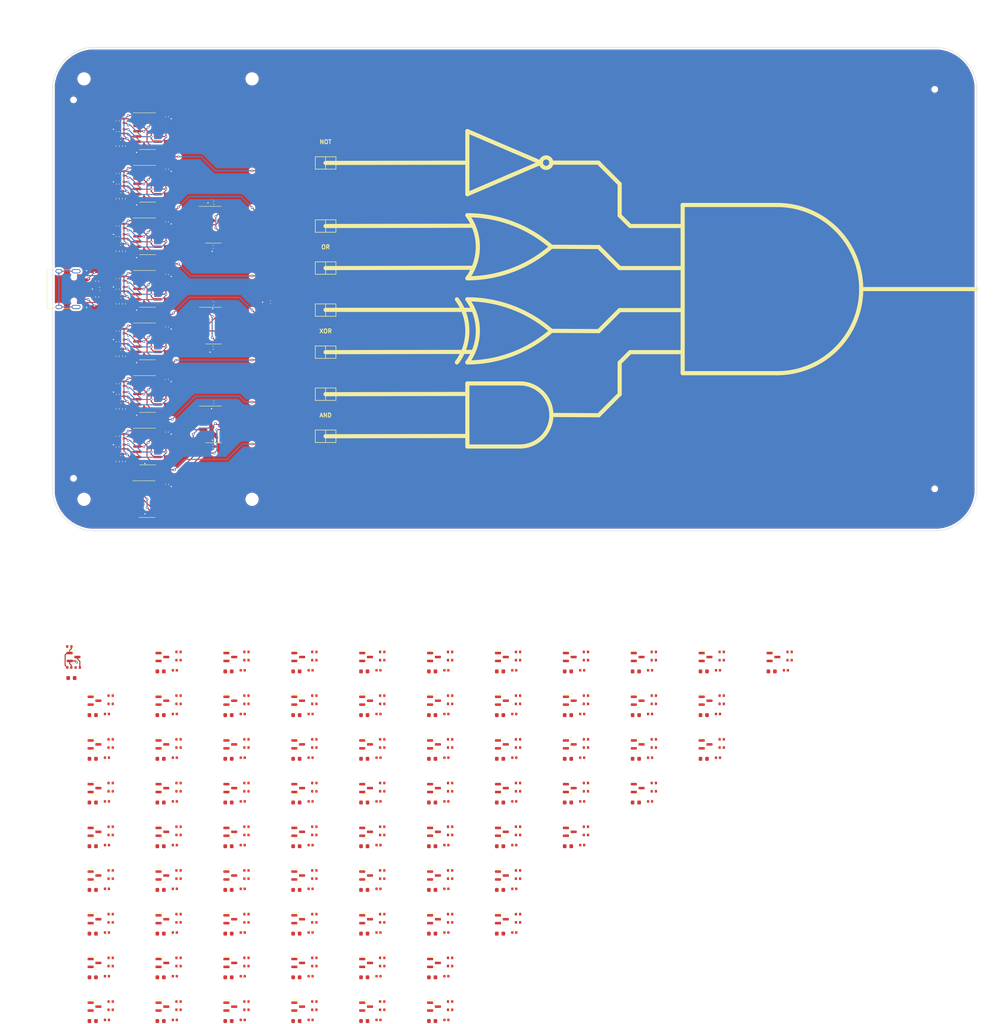
<source format=kicad_pcb>
(kicad_pcb (version 20211014) (generator pcbnew)
  (layers (0 "F.Cu" mixed) (31 "B.Cu" mixed) (34 "B.Paste" user) (35 "F.Paste" user) (36 "B.SilkS" user "B.Silkscreen") (37 "F.SilkS" user "F.Silkscreen") (38 "B.Mask" user) (39 "F.Mask" user) (44 "Edge.Cuts" user))
  (net 0 "")
  (net 1 "VDD")
  (net 2 "VSS")
  (net 3 "/Button NOT_A/T flip-flop/PULSE")
  (net 4 "/Button NOT_A/T flip-flop/TOGGLE")
  (net 5 "/Button NOT_A/T flip-flop/~{Q}'")
  (net 6 "/Button NOT_A/T flip-flop/Q'")
  (net 7 "/Button AND_A/T flip-flop/PULSE")
  (net 8 "/Button AND_A/T flip-flop/TOGGLE")
  (net 9 "/AND_A")
  (net 10 "/AND_B")
  (net 11 "/OR_A")
  (net 12 "/OR_B")
  (net 13 "/XOR_A")
  (net 14 "/XOR_B")
  (net 15 "/NOT_A")
  (net 16 "/AND_X")
  (net 17 "/OR_X")
  (net 18 "/XOR_X")
  (net 19 "/NOT_X")
  (net 20 "/ALL_X")
  (net 21 "/Button AND_A/T flip-flop/~{Q}'")
  (net 22 "/Button AND_A/T flip-flop/Q'")
  (net 23 "/Button AND_B/T flip-flop/PULSE")
  (net 24 "/Button AND_B/T flip-flop/TOGGLE")
  (net 25 "/Button AND_B/T flip-flop/~{Q}'")
  (net 26 "/Button AND_B/T flip-flop/Q'")
  (net 27 "/Button OR_A/T flip-flop/PULSE")
  (net 28 "/Button OR_A/T flip-flop/TOGGLE")
  (net 29 "/Button OR_A/T flip-flop/~{Q}'")
  (net 30 "/Button OR_A/T flip-flop/Q'")
  (net 31 "/Button OR_B/T flip-flop/PULSE")
  (net 32 "/Button OR_B/T flip-flop/TOGGLE")
  (net 33 "/Button OR_B/T flip-flop/~{Q}'")
  (net 34 "/Button OR_B/T flip-flop/Q'")
  (net 35 "/Button XOR_A/T flip-flop/PULSE")
  (net 36 "/Button XOR_A/T flip-flop/TOGGLE")
  (net 37 "/Button XOR_A/T flip-flop/~{Q}'")
  (net 38 "/Button XOR_A/T flip-flop/Q'")
  (net 39 "/Button XOR_B/T flip-flop/PULSE")
  (net 40 "/Button XOR_B/T flip-flop/TOGGLE")
  (net 41 "/Button XOR_B/T flip-flop/~{Q}'")
  (net 42 "/Button XOR_B/T flip-flop/Q'")
  (net 43 "/NOT_Y")
  (net 44 "/AND_Y")
  (net 45 "/ALL_Z1")
  (net 46 "/OR_Y")
  (net 47 "/XOR_Y")
  (net 48 "/ALL_Y")
  (net 49 "/ALL_Z2")
  (net 50 "Net-(D401-Pad1)")
  (net 51 "Net-(D1701-Pad1)")
  (net 52 "Net-(D1901-Pad1)")
  (net 53 "Net-(D2001-Pad1)")
  (net 54 "Net-(D2101-Pad1)")
  (net 55 "Net-(D2201-Pad1)")
  (net 56 "Net-(D2401-Pad1)")
  (net 57 "Net-(D2501-Pad1)")
  (net 58 "Net-(D2601-Pad1)")
  (net 59 "Net-(D2701-Pad1)")
  (net 60 "Net-(D2801-Pad1)")
  (net 61 "Net-(D2901-Pad1)")
  (net 62 "Net-(D3001-Pad1)")
  (net 63 "Net-(D3201-Pad1)")
  (net 64 "Net-(D3301-Pad1)")
  (net 65 "Net-(D3401-Pad1)")
  (net 66 "Net-(D3501-Pad1)")
  (net 67 "Net-(D3601-Pad1)")
  (net 68 "Net-(D3701-Pad1)")
  (net 69 "Net-(D3801-Pad1)")
  (net 70 "Net-(D3901-Pad1)")
  (net 71 "Net-(D4301-Pad1)")
  (net 72 "Net-(D4501-Pad1)")
  (net 73 "Net-(D4701-Pad1)")
  (net 74 "Net-(D4801-Pad1)")
  (net 75 "Net-(D4901-Pad1)")
  (net 76 "Net-(D5001-Pad1)")
  (net 77 "Net-(D5101-Pad1)")
  (net 78 "Net-(D5201-Pad1)")
  (net 79 "Net-(D1801-Pad1)")
  (net 80 "Net-(D6101-Pad1)")
  (net 81 "Net-(D6201-Pad1)")
  (net 82 "Net-(D6301-Pad1)")
  (net 83 "Net-(D6401-Pad1)")
  (net 84 "Net-(D6501-Pad1)")
  (net 85 "Net-(D2301-Pad1)")
  (net 86 "Net-(D6701-Pad1)")
  (net 87 "Net-(D6801-Pad1)")
  (net 88 "Net-(D6901-Pad1)")
  (net 89 "Net-(D7001-Pad1)")
  (net 90 "Net-(D7101-Pad1)")
  (net 91 "Net-(D4001-Pad1)")
  (net 92 "Net-(D4601-Pad1)")
  (net 93 "Net-(D7401-Pad1)")
  (net 94 "Net-(D7501-Pad1)")
  (net 95 "Net-(D7601-Pad1)")
  (net 96 "Net-(D7701-Pad1)")
  (net 97 "Net-(D7801-Pad1)")
  (net 98 "Net-(D5301-Pad1)")
  (net 99 "Net-(D8001-Pad1)")
  (net 100 "Net-(D8101-Pad1)")
  (net 101 "Net-(D5501-Pad1)")
  (net 102 "Net-(D5601-Pad1)")
  (net 103 "Net-(D5701-Pad1)")
  (net 104 "Net-(D8501-Pad1)")
  (net 105 "Net-(D8601-Pad1)")
  (net 106 "Net-(D8701-Pad1)")
  (net 107 "Net-(D8801-Pad1)")
  (net 108 "Net-(D8901-Pad1)")
  (net 109 "Net-(D9001-Pad1)")
  (net 110 "Net-(D5801-Pad1)")
  (net 111 "Net-(D9201-Pad1)")
  (net 112 "Net-(D9301-Pad1)")
  (net 113 "Net-(D9401-Pad1)")
  (net 114 "Net-(D9501-Pad1)")
  (net 115 "Net-(D9701-Pad1)")
  (net 116 "Net-(D9801-Pad1)")
  (net 117 "Net-(D9901-Pad1)")
  (net 118 "Net-(D10001-Pad1)")
  (net 119 "Net-(D10101-Pad1)")
  (net 120 "Net-(D10201-Pad1)")
  (net 121 "Net-(D10301-Pad1)")
  (net 122 "Net-(D5901-Pad1)")
  (net 123 "Net-(D9601-Pad1)")
  (net 124 "Net-(Q1801-Pad3)")
  (net 125 "Net-(Q2301-Pad3)")
  (net 126 "Net-(Q4001-Pad3)")
  (net 127 "Net-(Q4601-Pad3)")
  (net 128 "Net-(Q5301-Pad3)")
  (net 129 "Net-(Q5501-Pad3)")
  (net 130 "Net-(Q5601-Pad3)")
  (net 131 "Net-(Q5701-Pad3)")
  (net 132 "Net-(Q5801-Pad3)")
  (net 133 "Net-(Q5901-Pad3)")
  (net 134 "Net-(Q9601-Pad3)")
  (net 135 "/BNA")
  (net 136 "/BAA")
  (net 137 "/BAB")
  (net 138 "/BOA")
  (net 139 "Net-(J101-PadA5)")
  (net 143 "Net-(J101-PadB5)")
  (net 147 "unconnected-(J101-PadS1)")
  (net 148 "Net-(Q401-Pad3)")
  (net 149 "Net-(Q1701-Pad3)")
  (net 150 "Net-(Q1901-Pad3)")
  (net 151 "Net-(Q2001-Pad3)")
  (net 152 "Net-(Q2101-Pad3)")
  (net 153 "Net-(Q2201-Pad3)")
  (net 154 "Net-(Q2401-Pad3)")
  (net 155 "Net-(Q2501-Pad3)")
  (net 156 "Net-(Q2601-Pad3)")
  (net 157 "Net-(Q2701-Pad3)")
  (net 158 "Net-(Q2801-Pad3)")
  (net 159 "Net-(Q2901-Pad3)")
  (net 160 "Net-(Q3001-Pad3)")
  (net 161 "/BOB")
  (net 162 "Net-(Q3201-Pad3)")
  (net 163 "Net-(Q3301-Pad3)")
  (net 164 "Net-(Q3401-Pad3)")
  (net 165 "Net-(Q3501-Pad3)")
  (net 166 "Net-(Q3601-Pad3)")
  (net 167 "Net-(Q3701-Pad3)")
  (net 168 "Net-(Q3801-Pad3)")
  (net 169 "Net-(Q3901-Pad3)")
  (net 170 "/BXA")
  (net 171 "/BXB")
  (net 172 "Net-(Q4301-Pad3)")
  (net 173 "Net-(U102-Pad13)")
  (net 174 "Net-(Q4501-Pad3)")
  (net 175 "Net-(Q4701-Pad3)")
  (net 176 "Net-(Q4801-Pad3)")
  (net 177 "Net-(Q4901-Pad3)")
  (net 178 "Net-(Q5001-Pad3)")
  (net 179 "Net-(Q5101-Pad3)")
  (net 180 "Net-(Q5201-Pad3)")
  (net 181 "Net-(U103-Pad11)")
  (net 182 "Net-(Q6101-Pad3)")
  (net 183 "Net-(Q6201-Pad3)")
  (net 184 "Net-(Q6301-Pad3)")
  (net 185 "Net-(Q6401-Pad3)")
  (net 186 "Net-(Q6501-Pad3)")
  (net 187 "Net-(U104-Pad4)")
  (net 188 "Net-(Q6701-Pad3)")
  (net 189 "Net-(Q6801-Pad3)")
  (net 190 "Net-(Q6901-Pad3)")
  (net 191 "Net-(Q7001-Pad3)")
  (net 192 "Net-(Q7101-Pad3)")
  (net 193 "Net-(Q7401-Pad3)")
  (net 194 "Net-(Q7501-Pad3)")
  (net 195 "Net-(Q7601-Pad3)")
  (net 196 "Net-(Q7701-Pad3)")
  (net 197 "Net-(Q7801-Pad3)")
  (net 198 "Net-(Q8001-Pad3)")
  (net 199 "Net-(Q8101-Pad3)")
  (net 200 "Net-(Q8501-Pad3)")
  (net 201 "Net-(Q8601-Pad3)")
  (net 202 "Net-(Q8701-Pad3)")
  (net 203 "Net-(Q8801-Pad3)")
  (net 204 "Net-(Q8901-Pad3)")
  (net 205 "Net-(Q9001-Pad3)")
  (net 206 "Net-(Q9201-Pad3)")
  (net 207 "Net-(Q9301-Pad3)")
  (net 208 "Net-(Q9401-Pad3)")
  (net 209 "Net-(Q9501-Pad3)")
  (net 210 "Net-(Q9701-Pad3)")
  (net 211 "Net-(Q9801-Pad3)")
  (net 212 "Net-(Q9901-Pad3)")
  (net 213 "Net-(Q10001-Pad3)")
  (net 214 "Net-(Q10101-Pad3)")
  (net 215 "Net-(Q10201-Pad3)")
  (net 216 "Net-(Q10301-Pad3)")
  (net 217 "Net-(U101-Pad12)")
  (net 218 "Net-(U101-Pad10)")
  (net 219 "Net-(U102-Pad3)")
  (net 220 "Net-(U102-Pad10)")
  (net 221 "Net-(U103-Pad3)")
  (net 222 "Net-(U103-Pad10)")
  (net 223 "Net-(U104-Pad3)")
  (net 224 "Net-(U104-Pad10)")
  (net 225 "/Button NOT_A/T flip-flop/~{Q}")
  (net 226 "/Button AND_A/T flip-flop/~{Q}")
  (net 227 "/Button AND_B/T flip-flop/~{Q}")
  (net 228 "/Button OR_A/T flip-flop/~{Q}")
  (net 229 "/Button OR_B/T flip-flop/~{Q}")
  (net 230 "/Button XOR_A/T flip-flop/~{Q}")
  (net 231 "/Button XOR_B/T flip-flop/~{Q}")
  (net 232 "/Button NOT_A/T flip-flop/RESET")
  (net 233 "/Button NOT_A/T flip-flop/SET")
  (net 234 "/Button AND_A/T flip-flop/RESET")
  (net 235 "/Button AND_A/T flip-flop/SET")
  (net 236 "/Button AND_B/T flip-flop/RESET")
  (net 237 "/Button AND_B/T flip-flop/SET")
  (net 238 "/Button OR_A/T flip-flop/RESET")
  (net 239 "/Button OR_A/T flip-flop/SET")
  (net 240 "/Button OR_B/T flip-flop/RESET")
  (net 241 "/Button OR_B/T flip-flop/SET")
  (net 242 "/Button XOR_A/T flip-flop/RESET")
  (net 243 "/Button XOR_A/T flip-flop/SET")
  (net 244 "/Button XOR_B/T flip-flop/RESET")
  (net 245 "/Button XOR_B/T flip-flop/SET")
  (net 246 "/Chain ALL_X/LINK2")
  (net 247 "/Chain ALL_X/LINK3")
  (net 248 "/Chain ALL_X/LINK1")
  (net 249 "/Chain ALL_X/LINK4")
  (net 250 "/Chain OR_X/LINK2")
  (net 251 "/Chain OR_X/LINK3")
  (net 252 "/Chain OR_X/LINK1")
  (net 253 "/Chain OR_X/LINK4")
  (net 254 "/Chain NOT_A/LINK2")
  (net 255 "/Chain NOT_A/LINK3")
  (net 256 "/Chain NOT_A/LINK1")
  (net 257 "/Chain NOT_A/LINK4")
  (net 258 "/Chain OR_B/LINK2")
  (net 259 "/Chain OR_B/LINK3")
  (net 260 "/Chain OR_A/LINK2")
  (net 261 "/Chain OR_A/LINK3")
  (net 262 "/Chain OR_A/LINK1")
  (net 263 "/Chain OR_A/LINK4")
  (net 264 "/Chain OR_B/LINK1")
  (net 265 "/Chain OR_B/LINK4")
  (net 266 "/Chain XOR_X/LINK2")
  (net 267 "/Chain AND_X/LINK3")
  (net 268 "/Chain AND_X/LINK2")
  (net 269 "/Chain AND_X/LINK1")
  (net 270 "/Chain AND_X/LINK5")
  (net 271 "/Chain AND_X/LINK4")
  (net 272 "/Chain XOR_X/LINK3")
  (net 273 "/Chain XOR_X/LINK1")
  (net 274 "/Chain XOR_A/LINK2")
  (net 275 "/Chain XOR_A/LINK3")
  (net 276 "/Chain XOR_A/LINK1")
  (net 277 "/Chain XOR_A/LINK4")
  (net 278 "/Chain XOR_B/LINK2")
  (net 279 "/Chain XOR_B/LINK3")
  (net 280 "/Chain XOR_B/LINK1")
  (net 281 "/Chain XOR_B/LINK4")
  (net 282 "/Chain AND_A/LINK2")
  (net 283 "/Chain AND_A/LINK3")
  (net 284 "/Chain AND_A/LINK1")
  (net 285 "/Chain AND_A/LINK4")
  (net 286 "/Chain AND_B/LINK2")
  (net 287 "/Chain AND_B/LINK3")
  (net 288 "/Chain AND_B/LINK1")
  (net 289 "/Chain AND_B/LINK4")
  (net 290 "/Chain XOR_X/LINK4")
  (net 291 "/Chain ALL_Y1/LINK3")
  (net 292 "/Chain ALL_Y1/LINK2")
  (net 293 "/Chain ALL_Y1/LINK1")
  (net 294 "/Chain ALL_Y1/LINK5")
  (net 295 "/Chain ALL_Y1/LINK4")
  (net 296 "/Chain ALL_Y2/LINK3")
  (net 297 "/Chain ALL_Y2/LINK2")
  (net 298 "/Chain ALL_Y2/LINK1")
  (net 299 "/Chain ALL_Y2/LINK5")
  (net 300 "/Chain ALL_Y2/LINK4")
  (net 301 "/Chain NOT_X/LINK1")
  (net 302 "/Chain NOT_X/LINK2")
  (net 303 "/Chain NOT_X/LINK3")
  (net 304 "/Chain NOT_X/LINK4")
  (net 305 "/Chain NOT_X/LINK5")
  (footprint "Resistor_SMD:R_0402_1005Metric" (layer "F.Cu") (at 138.07 176.82)
    (fp_text reference "R10302")
    (fp_text value "220")
  )
  (footprint "Resistor_SMD:R_0402_1005Metric" (layer "F.Cu") (at 59.182 63.5 90)
    (fp_text reference "R1303")
    (fp_text value "10k")
  )
  (footprint "Package_TO_SOT_SMD:SOT-23" (layer "F.Cu") (at 117.75 176.06)
    (fp_text reference "Q8601")
    (fp_text value "2N7002")
  )
  (footprint "Resistor_SMD:R_0402_1005Metric" (layer "F.Cu") (at 55.97 229.62)
    (fp_text reference "R2502")
    (fp_text value "220")
  )
  (footprint "Package_TO_SOT_SMD:SOT-23" (layer "F.Cu") (at 167.01 186.62)
    (fp_text reference "Q7501")
    (fp_text value "2N7002")
  )
  (footprint "Package_TO_SOT_SMD:SOT-23" (layer "F.Cu") (at 150.59 186.62)
    (fp_text reference "Q8001")
    (fp_text value "2N7002")
  )
  (footprint "Capacitor_SMD:C_0402_1005Metric" (layer "F.Cu") (at 57.658 53.368 90)
    (fp_text reference "C1104")
    (fp_text value "1n")
  )
  (footprint "Resistor_SMD:R_0402_1005Metric" (layer "F.Cu") (at 203.75 155.7)
    (fp_text reference "R5902")
    (fp_text value "220")
  )
  (footprint "mark:LED_0603_1608Metric_no_silk" (layer "F.Cu") (at 51.63 168.98)
    (fp_text reference "D2901")
    (fp_text value "White")
  )
  (footprint "Resistor_SMD:R_0402_1005Metric" (layer "F.Cu") (at 57.658 31.496 90)
    (fp_text reference "R201")
    (fp_text value "1M")
  )
  (footprint "Resistor_SMD:R_0402_1005Metric" (layer "F.Cu") (at 121.65 176.82)
    (fp_text reference "R8602")
    (fp_text value "220")
  )
  (footprint "Package_TO_SOT_SMD:SOT-23" (layer "F.Cu") (at 199.85 176.06)
    (fp_text reference "Q4901")
    (fp_text value "2N7002")
  )
  (footprint "Package_TO_SOT_SMD:SOT-23" (layer "F.Cu") (at 117.75 186.62)
    (fp_text reference "Q10001")
    (fp_text value "2N7002")
  )
  (footprint "Resistor_SMD:R_0402_1005Metric" (layer "F.Cu") (at 59.182 56.896 90)
    (fp_text reference "R1102")
    (fp_text value "1k")
  )
  (footprint "Package_TO_SOT_SMD:SOT-23" (layer "F.Cu") (at 101.33 186.62)
    (fp_text reference "Q8801")
    (fp_text value "2N7002")
  )
  (footprint "Capacitor_SMD:C_0402_1005Metric" (layer "F.Cu") (at 55.07 210.95)
    (fp_text reference "C7101")
    (fp_text value "1u")
  )
  (footprint "Capacitor_SMD:C_0402_1005Metric" (layer "F.Cu") (at 120.75 242.63)
    (fp_text reference "C7401")
    (fp_text value "1u")
  )
  (footprint "Capacitor_SMD:C_0402_1005Metric" (layer "F.Cu") (at 87.91 200.39)
    (fp_text reference "C2001")
    (fp_text value "1u")
  )
  (footprint "mark:jlc_pushbutton" (layer "F.Cu") (at 107.95 35.56 180)
    (fp_text reference "SW301")
    (fp_text value "Push")
  )
  (footprint "Resistor_SMD:R_0402_1005Metric" (layer "F.Cu") (at 55.97 166.26)
    (fp_text reference "R2902")
    (fp_text value "220")
  )
  (footprint "Connector_USB:USB_C_Receptacle_HRO_TYPE-C-31-M-12" (layer "F.Cu") (at 44.495 66.04 -90)
    (fp_text reference "J101")
    (fp_text value "USB-C")
  )
  (footprint "Resistor_SMD:R_0402_1005Metric" (layer "F.Cu") (at 187.33 187.38)
    (fp_text reference "R4502")
    (fp_text value "220")
  )
  (footprint "Resistor_SMD:R_0402_1005Metric" (layer "F.Cu") (at 154.49 195.95)
    (fp_text reference "R5801")
    (fp_text value "100k")
  )
  (footprint "Package_TO_SOT_SMD:SOT-23" (layer "F.Cu") (at 84.91 239.42)
    (fp_text reference "Q9601")
    (fp_text value "2N7002")
  )
  (footprint "Capacitor_SMD:C_0402_1005Metric" (layer "F.Cu") (at 137.17 189.83)
    (fp_text reference "C9701")
    (fp_text value "1u")
  )
  (footprint "Capacitor_SMD:C_0402_1005Metric" (layer "F.Cu") (at 80.638 104.085 180)
    (fp_text reference "C107")
    (fp_text value "100n")
  )
  (footprint "Package_TO_SOT_SMD:SOT-23" (layer "F.Cu") (at 101.33 197.18)
    (fp_text reference "Q9801")
    (fp_text value "2N7002")
  )
  (footprint "Package_SO:SOIC-14_3.9x8.7mm_P1.27mm" (layer "F.Cu") (at 64.77 116.789299)
    (fp_text reference "U104")
    (fp_text value "4093")
  )
  (footprint "Capacitor_SMD:C_0402_1005Metric" (layer "F.Cu") (at 104.33 179.27)
    (fp_text reference "C9001")
    (fp_text value "1u")
  )
  (footprint "Resistor_SMD:R_0402_1005Metric" (layer "F.Cu") (at 138.07 166.26)
    (fp_text reference "R8902")
    (fp_text value "220")
  )
  (footprint "Resistor_SMD:R_0402_1005Metric" (layer "F.Cu") (at 88.81 166.26)
    (fp_text reference "R5302")
    (fp_text value "220")
  )
  (footprint "Resistor_SMD:R_0402_1005Metric" (layer "F.Cu") (at 187.33 174.83)
    (fp_text reference "R7701")
    (fp_text value "100k")
  )
  (footprint "mark:LED_0603_1608Metric_no_silk" (layer "F.Cu") (at 84.47 158.42)
    (fp_text reference "D3301")
    (fp_text value "White")
  )
  (footprint "Resistor_SMD:R_0402_1005Metric" (layer "F.Cu") (at 170.91 164.27)
    (fp_text reference "R6401")
    (fp_text value "100k")
  )
  (footprint "MountingHole:MountingHole_2.2mm_M2_ISO7380" (layer "F.Cu") (at 49.53 15.24)
    (fp_text reference "H103")
    (fp_text value "MountingHole")
  )
  (footprint "Resistor_SMD:R_0402_1005Metric" (layer "F.Cu") (at 154.49 155.7)
    (fp_text reference "R9902")
    (fp_text value "220")
  )
  (footprint "Resistor_SMD:R_0402_1005Metric" (layer "F.Cu") (at 59.182 27.94 -90)
    (fp_text reference "R204")
    (fp_text value "10k")
  )
  (footprint "Resistor_SMD:R_0402_1005Metric" (layer "F.Cu") (at 121.65 229.62)
    (fp_text reference "R5502")
    (fp_text value "220")
  )
  (footprint "Resistor_SMD:R_0402_1005Metric" (layer "F.Cu") (at 154.49 219.06)
    (fp_text reference "R5002")
    (fp_text value "220")
  )
  (footprint "mark:LED_0603_1608Metric_no_silk" (layer "F.Cu") (at 100.89 168.98)
    (fp_text reference "D6901")
    (fp_text value "White")
  )
  (footprint "mark:LED_0603_1608Metric_no_silk" (layer "F.Cu") (at 150.15 200.66)
    (fp_text reference "D5801")
    (fp_text value "White")
  )
  (footprint "Capacitor_SMD:C_0402_1005Metric" (layer "F.Cu") (at 120.75 158.15)
    (fp_text reference "C3701")
    (fp_text value "1u")
  )
  (footprint "Resistor_SMD:R_0402_1005Metric" (layer "F.Cu") (at 105.23 206.51)
    (fp_text reference "R401")
    (fp_text value "100k")
  )
  (footprint "Resistor_SMD:R_0402_1005Metric" (layer "F.Cu") (at 88.81 219.06)
    (fp_text reference "R10102")
    (fp_text value "220")
  )
  (footprint "Resistor_SMD:R_0402_1005Metric" (layer "F.Cu") (at 59.182 66.04 -90)
    (fp_text reference "R1304")
    (fp_text value "10k")
  )
  (footprint "Package_SO:SOIC-14_3.9x8.7mm_P1.27mm" (layer "F.Cu") (at 64.89 78.685)
    (fp_text reference "U1501")
    (fp_text value "4093")
  )
  (footprint "Resistor_SMD:R_0402_1005Metric" (layer "F.Cu") (at 121.65 240.18)
    (fp_text reference "R7402")
    (fp_text value "220")
  )
  (footprint "mark:LED_0603_1608Metric_no_silk" (layer "F.Cu") (at 133.73 168.98)
    (fp_text reference "D8901")
    (fp_text value "White")
  )
  (footprint "Resistor_SMD:R_0402_1005Metric" (layer "F.Cu") (at 105.23 153.71)
    (fp_text reference "R2701")
    (fp_text value "100k")
  )
  (footprint "Package_TO_SOT_SMD:SOT-23" (layer "F.Cu") (at 52.07 186.62)
    (fp_text reference "Q4001")
    (fp_text value "2N7002")
  )
  (footprint "Resistor_SMD:R_0402_1005Metric" (layer "F.Cu") (at 88.81 240.18)
    (fp_text reference "R9602")
    (fp_text value "220")
  )
  (footprint "Resistor_SMD:R_0402_1005Metric" (layer "F.Cu") (at 59.182 38.1 90)
    (fp_text reference "R903")
    (fp_text value "10k")
  )
  (footprint "Package_TO_SOT_SMD:SOT-23" (layer "F.Cu") (at 117.75 228.86)
    (fp_text reference "Q5501")
    (fp_text value "2N7002")
  )
  (footprint "Capacitor_SMD:C_0402_1005Metric" (layer "F.Cu") (at 58.42 55.118)
    (fp_text reference "C1102")
    (fp_text value "1n")
  )
  (footprint "Resistor_SMD:R_0402_1005Metric" (layer "F.Cu") (at 154.49 206.51)
    (fp_text reference "R5201")
    (fp_text value "100k")
  )
  (footprint "Capacitor_SMD:C_0402_1005Metric" (layer "F.Cu") (at 57.658 38.1 90)
    (fp_text reference "C903")
    (fp_text value "1n")
  )
  (footprint "Package_TO_SOT_SMD:SOT-23" (layer "F.Cu") (at 150.59 197.18)
    (fp_text reference "Q5801")
    (fp_text value "2N7002")
  )
  (footprint "Package_TO_SOT_SMD:SOT-23" (layer "F.Cu") (at 52.07 228.86)
    (fp_text reference "Q2501")
    (fp_text value "2N7002")
  )
  (footprint "mark:LED_0603_1608Metric_no_silk" (layer "F.Cu") (at 133.73 232.34)
    (fp_text reference "D4801")
    (fp_text value "White")
  )
  (footprint "Capacitor_SMD:C_0402_1005Metric" (layer "F.Cu") (at 71.49 189.83)
    (fp_text reference "C7001")
    (fp_text value "1u")
  )
  (footprint "mark:LED_0603_1608Metric_no_silk" (layer "F.Cu") (at 51.63 221.78)
    (fp_text reference "D3401")
    (fp_text value "White")
  )
  (footprint "Package_TO_SOT_SMD:SOT-23" (layer "F.Cu") (at 52.07 239.42)
    (fp_text reference "Q3601")
    (fp_text value "2N7002")
  )
  (footprint "mark:LED_0603_1608Metric_no_silk" (layer "F.Cu") (at 100.89 221.78)
    (fp_text reference "D9301")
    (fp_text value "White")
  )
  (footprint "Resistor_SMD:R_0402_1005Metric" (layer "F.Cu") (at 72.39 217.07)
    (fp_text reference "R8701")
    (fp_text value "100k")
  )
  (footprint "Capacitor_SMD:C_0402_1005Metric" (layer "F.Cu") (at 87.91 232.07)
    (fp_text reference "C9401")
    (fp_text value "1u")
  )
  (footprint "Resistor_SMD:R_0402_1005Metric" (layer "F.Cu") (at 59.182 107.696 90)
    (fp_text reference "R702")
    (fp_text value "1k")
  )
  (footprint "Package_TO_SOT_SMD:SOT-23" (layer "F.Cu") (at 183.43 165.5)
    (fp_text reference "Q5601")
    (fp_text value "2N7002")
  )
  (footprint "Resistor_SMD:R_0402_1005Metric" (layer "F.Cu") (at 138.07 185.39)
    (fp_text reference "R9701")
    (fp_text value "100k")
  )
  (footprint "Capacitor_SMD:C_0402_1005Metric" (layer "F.Cu") (at 120.75 179.27)
    (fp_text reference "C8601")
    (fp_text value "1u")
  )
  (footprint "Resistor_SMD:R_0402_1005Metric" (layer "F.Cu") (at 170.91 155.7)
    (fp_text reference "R9502")
    (fp_text value "220")
  )
  (footprint "Resistor_SMD:R_0402_1005Metric" (layer "F.Cu") (at 138.07 164.27)
    (fp_text reference "R8901")
    (fp_text value "100k")
  )
  (footprint "Resistor_SMD:R_0402_1005Metric" (layer "F.Cu") (at 154.49 166.26)
    (fp_text reference "R2102")
    (fp_text value "220")
  )
  (footprint "Resistor_SMD:R_0402_1005Metric" (layer "F.Cu") (at 154.49 164.27)
    (fp_text reference "R2101")
    (fp_text value "100k")
  )
  (footprint "Resistor_SMD:R_0402_1005Metric" (layer "F.Cu") (at 138.07 187.38)
    (fp_text reference "R9702")
    (fp_text value "220")
  )
  (footprint "Package_TO_SOT_SMD:SOT-23" (layer "F.Cu") (at 68.49 239.42)
    (fp_text reference "Q6201")
    (fp_text value "2N7002")
  )
  (footprint "Package_TO_SOT_SMD:SOT-23" (layer "F.Cu") (at 101.33 165.5)
    (fp_text reference "Q6901")
    (fp_text value "2N7002")
  )
  (footprint "mark:LED_0603_1608Metric_no_silk" (layer "F.Cu") (at 100.89 179.54)
    (fp_text reference "D9001")
    (fp_text value "White")
  )
  (footprint "Capacitor_SMD:C_0402_1005Metric" (layer "F.Cu") (at 186.43 158.15)
    (fp_text reference "C6301")
    (fp_text value "1u")
  )
  (footprint "Resistor_SMD:R_0402_1005Metric" (layer "F.Cu") (at 52.705 67.945 90)
    (fp_text reference "R102")
    (fp_text value "5.1k")
  )
  (footprint "mark:LED_0603_1608Metric_no_silk" (layer "F.Cu") (at 166.57 200.66)
    (fp_text reference "D4701")
    (fp_text value "White")
  )
  (footprint "Capacitor_SMD:C_0402_1005Metric" (layer "F.Cu") (at 104.33 221.51)
    (fp_text reference "C9301")
    (fp_text value "1u")
  )
  (footprint "Resistor_SMD:R_0402_1005Metric" (layer "F.Cu") (at 57.658 69.596 90)
    (fp_text reference "R1301")
    (fp_text value "1M")
  )
  (footprint "Package_TO_SOT_SMD:SOT-23" (layer "F.Cu") (at 134.17 165.5)
    (fp_text reference "Q8901")
    (fp_text value "2N7002")
  )
  (footprint "Resistor_SMD:R_0402_1005Metric" (layer "F.Cu") (at 59.182 91.44 -90)
    (fp_text reference "R504")
    (fp_text value "10k")
  )
  (footprint "Package_TO_SOT_SMD:SOT-23" (layer "F.Cu") (at 68.49 186.62)
    (fp_text reference "Q7001")
    (fp_text value "2N7002")
  )
  (footprint "Resistor_SMD:R_0402_1005Metric" (layer "F.Cu") (at 55.97 187.38)
    (fp_text reference "R4002")
    (fp_text value "220")
  )
  (footprint "MountingHole:MountingHole_2.2mm_M2_ISO7380" (layer "F.Cu") (at 90.17 15.24)
    (fp_text reference "H107")
    (fp_text value "MountingHole")
  )
  (footprint "Resistor_SMD:R_0402_1005Metric" (layer "F.Cu") (at 170.91 185.39)
    (fp_text reference "R7501")
    (fp_text value "100k")
  )
  (footprint "Capacitor_SMD:C_0402_1005Metric" (layer "F.Cu") (at 219.27 158.15)
    (fp_text reference "C4601")
    (fp_text value "1u")
  )
  (footprint "mark:LED_0603_1608Metric_no_silk" (layer "F.Cu") (at 117.31 158.42)
    (fp_text reference "D3701")
    (fp_text value "White")
  )
  (footprint "Resistor_SMD:R_0402_1005Metric" (layer "F.Cu") (at 59.182 76.2 90)
    (fp_text reference "R1503")
    (fp_text value "10k")
  )
  (footprint "Resistor_SMD:R_0402_1005Metric" (layer "F.Cu") (at 59.182 78.74 -90)
    (fp_text reference "R1504")
    (fp_text value "10k")
  )
  (footprint "Resistor_SMD:R_0402_1005Metric" (layer "F.Cu") (at 45.974 152.4)
    (fp_text reference "R6801")
    (fp_text value "100k")
  )
  (footprint "mark:JLCPCB_ToolingHole_1152_1300_1400_1650" (layer "F.Cu") (at 46.99 20.32)
    (fp_text reference "H106")
    (fp_text value "JLC")
  )
  (footprint "Package_TO_SOT_SMD:SOT-23" (layer "F.Cu") (at 134.17 186.62)
    (fp_text reference "Q9701")
    (fp_text value "2N7002")
  )
  (footprint "Resistor_SMD:R_0402_1005Metric" (layer "F.Cu") (at 88.81 187.38)
    (fp_text reference "R3802")
    (fp_text value "220")
  )
  (footprint "Capacitor_SMD:C_0402_1005Metric" (layer "F.Cu") (at 69.635299 113.229 -90)
    (fp_text reference "C101")
    (fp_text value "100n")
  )
  (footprint "Resistor_SMD:R_0402_1005Metric" (layer "F.Cu") (at 55.97 197.94)
    (fp_text reference "R3902")
    (fp_text value "220")
  )
  (footprint "Package_TO_SOT_SMD:SOT-23" (layer "F.Cu") (at 84.91 228.86)
    (fp_text reference "Q9401")
    (fp_text value "2N7002")
  )
  (footprint "Capacitor_SMD:C_0402_1005Metric" (layer "F.Cu") (at 137.17 221.51)
    (fp_text reference "C5701")
    (fp_text value "1u")
  )
  (footprint "Package_TO_SOT_SMD:SOT-23" (layer "F.Cu") (at 134.17 176.06)
    (fp_text reference "Q10301")
    (fp_text value "2N7002")
  )
  (footprint "Package_TO_SOT_SMD:SOT-23" (layer "F.Cu") (at 117.75 239.42)
    (fp_text reference "Q7401")
    (fp_text value "2N7002")
  )
  (footprint "mark:LED_0603_1608Metric_no_silk" (layer "F.Cu") (at 166.57 168.98)
    (fp_text reference "D6401")
    (fp_text value "White")
  )
  (footprint "mark:LED_0603_1608Metric_no_silk" (layer "F.Cu") (at 51.63 179.54)
    (fp_text reference "D3001")
    (fp_text value "White")
  )
  (footprint "Capacitor_SMD:C_0402_1005Metric" (layer "F.Cu") (at 57.658 40.668 90)
    (fp_text reference "C904")
    (fp_text value "1n")
  )
  (footprint "Resistor_SMD:R_0402_1005Metric" (layer "F.Cu") (at 138.07 155.7)
    (fp_text reference "R2302")
    (fp_text value "220")
  )
  (footprint "Resistor_SMD:R_0402_1005Metric" (layer "F.Cu") (at 59.182 88.9 90)
    (fp_text reference "R503")
    (fp_text value "10k")
  )
  (footprint "mark:LED_0603_1608Metric_no_silk" (layer "F.Cu") (at 133.73 242.9)
    (fp_text reference "D1701")
    (fp_text value "White")
  )
  (footprint "Resistor_SMD:R_0402_1005Metric" (layer "F.Cu") (at 105.23 174.83)
    (fp_text reference "R9001")
    (fp_text value "100k")
  )
  (footprint "Resistor_SMD:R_0402_1005Metric" (layer "F.Cu") (at 57.658 94.996 90)
    (fp_text reference "R501")
    (fp_text value "1M")
  )
  (footprint "Package_TO_SOT_SMD:SOT-23" (layer "F.Cu") (at 134.17 197.18)
    (fp_text reference "Q6101")
    (fp_text value "2N7002")
  )
  (footprint "mark:LED_0603_1608Metric_no_silk" (layer "F.Cu") (at 68.05 168.98)
    (fp_text reference "D2801")
    (fp_text value "White")
  )
  (footprint "Capacitor_SMD:C_0402_1005Metric" (layer "F.Cu") (at 104.33 189.83)
    (fp_text reference "C8801")
    (fp_text value "1u")
  )
  (footprint "Resistor_SMD:R_0402_1005Metric" (layer "F.Cu") (at 72.39 240.18)
    (fp_text reference "R6202")
    (fp_text value "220")
  )
  (footprint "Resistor_SMD:R_0402_1005Metric" (layer "F.Cu") (at 88.81 238.19)
    (fp_text reference "R9601")
    (fp_text value "100k")
  )
  (footprint "Capacitor_SMD:C_0402_1005Metric" (layer "F.Cu") (at 80.765 80.209 180)
    (fp_text reference "C109")
    (fp_text value "100n")
  )
  (footprint "Capacitor_SMD:C_0402_1005Metric" (layer "F.Cu") (at 202.85 158.15)
    (fp_text reference "C5901")
    (fp_text value "1u")
  )
  (footprint "mark:LED_0603_1608Metric_no_silk" (layer "F.Cu") (at 117.31 242.9)
    (fp_text reference "D7401")
    (fp_text value "White")
  )
  (footprint "Capacitor_SMD:C_0402_1005Metric" (layer "F.Cu") (at 57.658 66.068 90)
    (fp_text reference "C1304")
    (fp_text value "1n")
  )
  (footprint "Package_TO_SOT_SMD:SOT-23" (layer "F.Cu") (at 150.59 218.3)
    (fp_text reference "Q5001")
    (fp_text value "2N7002")
  )
  (footprint "mark:LED_0603_1608Metric_no_silk" (layer "F.Cu") (at 68.05 232.34)
    (fp_text reference "D10201")
    (fp_text value "White")
  )
  (footprint "Resistor_SMD:R_0402_1005Metric" (layer "F.Cu") (at 138.07 197.94)
    (fp_text reference "R6102")
    (fp_text value "220")
  )
  (footprint "Capacitor_SMD:C_0402_1005Metric" (layer "F.Cu") (at 57.658 63.5 90)
    (fp_text reference "C1303")
    (fp_text value "1n")
  )
  (footprint "Package_TO_SOT_SMD:SOT-23" (layer "F.Cu") (at 101.33 176.06)
    (fp_text reference "Q9001")
    (fp_text value "2N7002")
  )
  (footprint "Capacitor_SMD:C_0402_1005Metric" (layer "F.Cu") (at 55.07 232.07)
    (fp_text reference "C2501")
    (fp_text value "1u")
  )
  (footprint "Resistor_SMD:R_0402_1005Metric" (layer "F.Cu") (at 72.39 195.95)
    (fp_text reference "R3501")
    (fp_text value "100k")
  )
  (footprint "Capacitor_SMD:C_0402_1005Metric" (layer "F.Cu") (at 57.658 104.168 90)
    (fp_text reference "C704")
    (fp_text value "1n")
  )
  (footprint "mark:LED_0603_1608Metric_no_silk" (layer "F.Cu") (at 117.31 232.34)
    (fp_text reference "D5501")
    (fp_text value "White")
  )
  (footprint "Resistor_SMD:R_0402_1005Metric" (layer "F.Cu") (at 72.39 174.83)
    (fp_text reference "R3201")
    (fp_text value "100k")
  )
  (footprint "Resistor_SMD:R_0402_1005Metric" (layer "F.Cu") (at 57.658 82.296 90)
    (fp_text reference "R1501")
    (fp_text value "1M")
  )
  (footprint "Package_TO_SOT_SMD:SOT-23" (layer "F.Cu") (at 167.01 176.06)
    (fp_text reference "Q4301")
    (fp_text value "2N7002")
  )
  (footprint "mark:LED_0603_1608Metric_no_silk" (layer "F.Cu") (at 150.15 190.1)
    (fp_text reference "D8001")
    (fp_text value "White")
  )
  (footprint "Resistor_SMD:R_0402_1005Metric" (layer "F.Cu") (at 72.39 227.63)
    (fp_text reference "R10201")
    (fp_text value "100k")
  )
  (footprint "Resistor_SMD:R_0402_1005Metric" (layer "F.Cu") (at 59.182 44.196 90)
    (fp_text reference "R902")
    (fp_text value "1k")
  )
  (footprint "Package_SO:SOIC-14_3.9x8.7mm_P1.27mm" (layer "F.Cu") (at 64.89 91.385)
    (fp_text reference "U501")
    (fp_text value "4093")
  )
  (footprint "Resistor_SMD:R_0402_1005Metric" (layer "F.Cu") (at 203.75 176.82)
    (fp_text reference "R4902")
    (fp_text value "220")
  )
  (footprint "Resistor_SMD:R_0402_1005Metric" (layer "F.Cu") (at 105.23 219.06)
    (fp_text reference "R9302")
    (fp_text value "220")
  )
  (footprint "Resistor_SMD:R_0402_1005Metric" (layer "F.Cu") (at 105.23 208.5)
    (fp_text reference "R402")
    (fp_text value "220")
  )
  (footprint "mark:LED_0603_1608Metric_no_silk" (layer "F.Cu") (at 117.31 211.22)
    (fp_text reference "D1901")
    (fp_text value "White")
  )
  (footprint "Resistor_SMD:R_0402_1005Metric" (layer "F.Cu") (at 88.81 206.51)
    (fp_text reference "R8501")
    (fp_text value "100k")
  )
  (footprint "Capacitor_SMD:C_0402_1005Metric" (layer "F.Cu") (at 202.85 168.71)
    (fp_text reference "C7601")
    (fp_text value "1u")
  )
  (footprint "Resistor_SMD:R_0402_1005Metric" (layer "F.Cu") (at 55.97 174.83)
    (fp_text reference "R3001")
    (fp_text value "100k")
  )
  (footprint "Resistor_SMD:R_0402_1005Metric" (layer "F.Cu") (at 121.65 174.83)
    (fp_text reference "R8601")
    (fp_text value "100k")
  )
  (footprint "Resistor_SMD:R_0402_1005Metric" (layer "F.Cu") (at 138.07 229.62)
    (fp_text reference "R4802")
    (fp_text value "220")
  )
  (footprint "Resistor_SMD:R_0402_1005Metric" (layer "F.Cu") (at 154.49 217.07)
    (fp_text reference "R5001")
    (fp_text value "100k")
  )
  (footprint "Resistor_SMD:R_0402_1005Metric" (layer "F.Cu") (at 138.07 195.95)
    (fp_text reference "R6101")
    (fp_text value "100k")
  )
  (footprint "Capacitor_SMD:C_0402_1005Metric" (layer "F.Cu") (at 80.765 55.825 180)
    (fp_text reference "C105")
    (fp_text value "100n")
  )
  (footprint "Capacitor_SMD:C_0402_1005Metric" (layer "F.Cu") (at 153.59 210.95)
    (fp_text reference "C5201")
    (fp_text value "1u")
  )
  (footprint "Package_TO_SOT_SMD:SOT-23" (layer "F.Cu") (at 117.75 154.94)
    (fp_text reference "Q3701")
    (fp_text value "2N7002")
  )
  (footprint "Package_TO_SOT_SMD:SOT-23" (layer "F.Cu") (at 216.27 154.94)
    (fp_text reference "Q4601")
    (fp_text value "2N7002")
  )
  (footprint "Resistor_SMD:R_0402_1005Metric" (layer "F.Cu") (at 170.91 176.82)
    (fp_text reference "R4302")
    (fp_text value "220")
  )
  (footprint "Resistor_SMD:R_0402_1005Metric" (layer "F.Cu") (at 203.75 164.27)
    (fp_text reference "R7601")
    (fp_text value "100k")
  )
  (footprint "Resistor_SMD:R_0402_1005Metric" (layer "F.Cu") (at 72.39 166.26)
    (fp_text reference "R2802")
    (fp_text value "220")
  )
  (footprint "Package_TO_SOT_SMD:SOT-23" (layer "F.Cu") (at 68.49 176.06)
    (fp_text reference "Q3201")
    (fp_text value "2N7002")
  )
  (footprint "Capacitor_SMD:C_0402_1005Metric" (layer "F.Cu") (at 55.07 221.51)
    (fp_text reference "C3401")
    (fp_text value "1u")
  )
  (footprint "mark:LED_0603_1608Metric_no_silk" (layer "F.Cu") (at 84.47 190.1)
    (fp_text reference "D3801")
    (fp_text value "White")
  )
  (footprint "Capacitor_SMD:C_0402_1005Metric" (layer "F.Cu") (at 137.17 200.39)
    (fp_text reference "C6101")
    (fp_text value "1u")
  )
  (footprint "Resistor_SMD:R_0402_1005Metric" (layer "F.Cu") (at 59.182 104.14 -90)
    (fp_text reference "R704")
    (fp_text value "10k")
  )
  (footprint "Capacitor_SMD:C_0402_1005Metric" (layer "F.Cu") (at 71.49 200.39)
    (fp_text reference "C3501")
    (fp_text value "1u")
  )
  (footprint "Resistor_SMD:R_0402_1005Metric" (layer "F.Cu") (at 55.97 238.19)
    (fp_text reference "R3601")
    (fp_text value "100k")
  )
  (footprint "Resistor_SMD:R_0402_1005Metric" (layer "F.Cu") (at 52.705 64.135 -90)
    (fp_text reference "R101")
    (fp_text value "5.1k")
  )
  (footprint "Capacitor_SMD:C_0402_1005Metric" (layer "F.Cu") (at 137.17 179.27)
    (fp_text reference "C10301")
    (fp_text value "1u")
  )
  (footprint "mark:jlc_pushbutton" (layer "F.Cu") (at 107.95 101.6 180)
    (fp_text reference "SW801")
    (fp_text value "Push")
  )
  (footprint "Capacitor_SMD:C_0402_1005Metric" (layer "F.Cu") (at 170.01 168.71)
    (fp_text reference "C6401")
    (fp_text value "1u")
  )
  (footprint "Package_TO_SOT_SMD:SOT-23" (layer "F.Cu") (at 134.17 239.42)
    (fp_text reference "Q1701")
    (fp_text value "2N7002")
  )
  (footprint "Capacitor_SMD:C_0402_1005Metric" (layer "F.Cu") (at 57.658 25.4 90)
    (fp_text reference "C203")
    (fp_text value "1n")
  )
  (footprint "Capacitor_SMD:C_0402_1005Metric" (layer "F.Cu") (at 120.75 221.51)
    (fp_text reference "C5101")
    (fp_text value "1u")
  )
  (footprint "Package_TO_SOT_SMD:SOT-23" (layer "F.Cu") (at 84.91 207.74)
    (fp_text reference "Q8501")
    (fp_text value "2N7002")
  )
  (footprint "Resistor_SMD:R_0402_1005Metric" (layer "F.Cu") (at 88.81 174.83)
    (fp_text reference "R6701")
    (fp_text value "100k")
  )
  (footprint "Package_TO_SOT_SMD:SOT-23" (layer "F.Cu") (at 134.17 228.86)
    (fp_text reference "Q4801")
    (fp_text value "2N7002")
  )
  (footprint "Capacitor_SMD:C_0402_1005Metric" (layer "F.Cu") (at 186.43 168.71)
    (fp_text reference "C5601")
    (fp_text value "1u")
  )
  (footprint "Resistor_SMD:R_0402_1005Metric" (layer "F.Cu") (at 55.97 185.39)
    (fp_text reference "R4001")
    (fp_text value "100k")
  )
  (footprint "Package_TO_SOT_SMD:SOT-23" (layer "F.Cu") (at 46.99 154.94)
    (fp_text reference "Q6801")
    (fp_text value "2N7002")
  )
  (footprint "Resistor_SMD:R_0402_1005Metric" (layer "F.Cu") (at 121.65 187.38)
    (fp_text reference "R10002")
    (fp_text value "220")
  )
  (footprint "mark:LED_0603_1608Metric_no_silk" (layer "F.Cu") (at 68.05 221.78)
    (fp_text reference "D8701")
    (fp_text value "White")
  )
  (footprint "Resistor_SMD:R_0402_1005Metric" (layer "F.Cu") (at 121.65 195.95)
    (fp_text reference "R1801")
    (fp_text value "100k")
  )
  (footprint "mark:LED_0603_1608Metric_no_silk" (layer "F.Cu") (at 68.05 158.42)
    (fp_text reference "D2601")
    (fp_text value "White")
  )
  (footprint "Resistor_SMD:R_0402_1005Metric" (layer "F.Cu") (at 170.91 166.26)
    (fp_text reference "R6402")
    (fp_text value "220")
  )
  (footprint "Resistor_SMD:R_0402_1005Metric" (layer "F.Cu") (at 88.81 153.71)
    (fp_text reference "R3301")
    (fp_text value "100k")
  )
  (footprint "Package_TO_SOT_SMD:SOT-23" (layer "F.Cu") (at 52.07 165.5)
    (fp_text reference "Q2901")
    (fp_text value "2N7002")
  )
  (footprint "Capacitor_SMD:C_0402_1005Metric" (layer "F.Cu") (at 57.658 50.8 90)
    (fp_text reference "C1103")
    (fp_text value "1n")
  )
  (footprint "Package_TO_SOT_SMD:SOT-23" (layer "F.Cu") (at 150.59 207.74)
    (fp_text reference "Q5201")
    (fp_text value "2N7002")
  )
  (footprint "Resistor_SMD:R_0402_1005Metric" (layer "F.Cu") (at 105.23 229.62)
    (fp_text reference "R6502")
    (fp_text value "220")
  )
  (footprint "mark:LED_0603_1608Metric_no_silk" (layer "F.Cu") (at 133.73 179.54)
    (fp_text reference "D10301")
    (fp_text value "White")
  )
  (footprint "mark:LED_0603_1608Metric_no_silk" (layer "F.Cu") (at 100.89 211.22)
    (fp_text reference "D401")
    (fp_text value "White")
  )
  (footprint "Capacitor_SMD:C_0402_1005Metric" (layer "F.Cu") (at 69.596 62.484 -90)
    (fp_text reference "C1301")
    (fp_text value "100n")
  )
  (footprint "Resistor_SMD:R_0402_1005Metric" (layer "F.Cu") (at 55.97 206.51)
    (fp_text reference "R7101")
    (fp_text value "100k")
  )
  (footprint "Package_TO_SOT_SMD:SOT-23" (layer "F.Cu") (at 167.01 154.94)
    (fp_text reference "Q9501")
    (fp_text value "2N7002")
  )
  (footprint "Capacitor_SMD:C_0402_1005Metric" (layer "F.Cu") (at 45.974 157.48)
    (fp_text reference "C6801")
    (fp_text value "1u")
  )
  (footprint "Capacitor_SMD:C_0402_1005Metric" (layer "F.Cu") (at 153.59 189.83)
    (fp_text reference "C8001")
    (fp_text value "1u")
  )
  (footprint "Resistor_SMD:R_0402_1005Metric" (layer "F.Cu") (at 121.65 227.63)
    (fp_text reference "R5501")
    (fp_text value "100k")
  )
  (footprint "Capacitor_SMD:C_0402_1005Metric" (layer "F.Cu") (at 153.59 179.27)
    (fp_text reference "C9201")
    (fp_text value "1u")
  )
  (footprint "Capacitor_SMD:C_0402_1005Metric" (layer "F.Cu") (at 170.01 179.27)
    (fp_text reference "C4301")
    (fp_text value "1u")
  )
  (footprint "Capacitor_SMD:C_0402_1005Metric" (layer "F.Cu") (at 153.59 158.15)
    (fp_text reference "C9901")
    (fp_text value "1u")
  )
  (footprint "Resistor_SMD:R_0402_1005Metric" (layer "F.Cu") (at 59.182 31.496 90)
    (fp_text reference "R202")
    (fp_text value "1k")
  )
  (footprint "Capacitor_SMD:C_0402_1005Metric" (layer "F.Cu") (at 80.892 45.157 180)
    (fp_text reference "C106")
    (fp_text value "100n")
  )
  (footprint "Resistor_SMD:R_0402_1005Metric" (layer "F.Cu") (at 187.33 185.39)
    (fp_text reference "R4501")
    (fp_text value "100k")
  )
  (footprint "mark:jlc_pushbutton" (layer "F.Cu") (at 107.95 71.12 180)
    (fp_text reference "SW1401")
    (fp_text value "Push")
  )
  (footprint "Capacitor_SMD:C_0402_1005Metric" (layer "F.Cu") (at 186.43 179.27)
    (fp_text reference "C7701")
    (fp_text value "1u")
  )
  (footprint "mark:LED_0603_1608Metric_no_silk" (layer "F.Cu") (at 84.47 168.98)
    (fp_text reference "D5301")
    (fp_text value "White")
  )
  (footprint "Capacitor_SMD:C_0402_1005Metric" (layer "F.Cu") (at 69.596 87.884 -90)
    (fp_text reference "C501")
    (fp_text value "100n")
  )
  (footprint "Capacitor_SMD:C_0402_1005Metric" (layer "F.Cu") (at 120.75 168.71)
    (fp_text reference "C2401")
    (fp_text value "1u")
  )
  (footprint "Resistor_SMD:R_0402_1005Metric" (layer "F.Cu") (at 154.49 174.83)
    (fp_text reference "R9201")
    (fp_text value "100k")
  )
  (footprint "Package_TO_SOT_SMD:SOT-23" (layer "F.Cu") (at 84.91 186.62)
    (fp_text reference "Q3801")
    (fp_text value "2N7002")
  )
  (footprint "Package_TO_SOT_SMD:SOT-23" (layer "F.Cu") (at 68.49 197.18)
    (fp_text reference "Q3501")
    (fp_text value "2N7002")
  )
  (footprint "Resistor_SMD:R_0402_1005Metric" (layer "F.Cu") (at 170.91 187.38)
    (fp_text reference "R7502")
    (fp_text value "220")
  )
  (footprint "Capacitor_SMD:C_0402_1005Metric" (layer "F.Cu") (at 153.59 200.39)
    (fp_text reference "C5801")
    (fp_text value "1u")
  )
  (footprint "Package_TO_SOT_SMD:SOT-23" (layer "F.Cu") (at 68.49 207.74)
    (fp_text reference "Q2201")
    (fp_text value "2N7002")
  )
  (footprint "Package_SO:SOIC-14_3.9x8.7mm_P1.27mm" (layer "F.Cu") (at 80.857 98.751)
    (fp_text reference "U103")
    (fp_text value "4093")
  )
  (footprint "Package_TO_SOT_SMD:SOT-23" (layer "F.Cu") (at 117.75 165.5)
    (fp_text reference "Q2401")
    (fp_text value "2N7002")
  )
  (footprint "mark:LED_0603_1608Metric_no_silk" (layer "F.Cu") (at 84.47 200.66)
    (fp_text reference "D2001")
    (fp_text value "White")
  )
  (footprint "Resistor_SMD:R_0402_1005Metric" (layer "F.Cu") (at 187.33 155.7)
    (fp_text reference "R6302")
    (fp_text value "220")
  )
  (footprint "Package_TO_SOT_SMD:SOT-23" (layer "F.Cu") (at 84.91 176.06)
    (fp_text reference "Q6701")
    (fp_text value "2N7002")
  )
  (footprint "mark:LED_0603_1608Metric_no_silk" (layer "F.Cu") (at 150.15 168.98)
    (fp_text reference "D2101")
    (fp_text value "White")
  )
  (footprint "mark:LED_0603_1608Metric_no_silk" (layer "F.Cu") (at 133.73 221.78)
    (fp_text reference "D5701")
    (fp_text value "White")
  )
  (footprint "Capacitor_SMD:C_0402_1005Metric" (layer "F.Cu") (at 120.75 232.07)
    (fp_text reference "C5501")
    (fp_text value "1u")
  )
  (footprint "Package_TO_SOT_SMD:SOT-23" (layer "F.Cu") (at 84.91 154.94)
    (fp_text reference "Q3301")
    (fp_text value "2N7002")
  )
  (footprint "Resistor_SMD:R_0402_1005Metric" (layer "F.Cu") (at 203.75 166.26)
    (fp_text reference "R7602")
    (fp_text value "220")
  )
  (footprint "Resistor_SMD:R_0402_1005Metric" (layer "F.Cu") (at 72.39 155.7)
    (fp_text reference "R2602")
    (fp_text value "220")
  )
  (footprint "mark:LED_0603_1608Metric_no_silk" (layer "F.Cu") (at 133.73 190.1)
    (fp_text reference "D9701")
    (fp_text value "White")
  )
  (footprint "Resistor_SMD:R_0402_1005Metric" (layer "F.Cu") (at 220.17 155.7)
    (fp_text reference "R4602")
    (fp_text value "220")
  )
  (footprint "Resistor_SMD:R_0402_1005Metric" (layer "F.Cu") (at 105.23 155.7)
    (fp_text reference "R2702")
    (fp_text value "220")
  )
  (footprint "Package_TO_SOT_SMD:SOT-23" (layer "F.Cu") (at 167.01 165.5)
    (fp_text reference "Q6401")
    (fp_text value "2N7002")
  )
  (footprint "mark:LED_0603_1608Metric_no_silk" (layer "F.Cu") (at 117.31 168.98)
    (fp_text reference "D2401")
    (fp_text value "White")
  )
  (footprint "Capacitor_SMD:C_0402_1005Metric" (layer "F.Cu") (at 58.42 29.718)
    (fp_text reference "C202")
    (fp_text value "1n")
  )
  (footprint "Resistor_SMD:R_0402_1005Metric" (layer "F.Cu") (at 154.49 187.38)
    (fp_text reference "R8002")
    (fp_text value "220")
  )
  (footprint "Resistor_SMD:R_0402_1005Metric" (layer "F.Cu") (at 138.07 240.18)
    (fp_text reference "R1702")
    (fp_text value "220")
  )
  (footprint "Resistor_SMD:R_0402_1005Metric" (layer "F.Cu") (at 55.97 240.18)
    (fp_text reference "R3602")
    (fp_text value "220")
  )
  (footprint "Capacitor_SMD:C_0402_1005Metric" (layer "F.Cu") (at 153.59 221.51)
    (fp_text reference "C5001")
    (fp_text value "1u")
  )
  (footprint "Capacitor_SMD:C_0402_1005Metric" (layer "F.Cu") (at 55.07 179.27)
    (fp_text reference "C3001")
    (fp_text value "1u")
  )
  (footprint "Resistor_SMD:R_0402_1005Metric" (layer "F.Cu") (at 105.23 185.39)
    (fp_text reference "R8801")
    (fp_text value "100k")
  )
  (footprint "Resistor_SMD:R_0402_1005Metric" (layer "F.Cu") (at 59.182 40.64 -90)
    (fp_text reference "R904")
    (fp_text value "10k")
  )
  (footprint "Capacitor_SMD:C_0402_1005Metric" (layer "F.Cu") (at 87.91 179.27)
    (fp_text reference "C6701")
    (fp_text value "1u")
  )
  (footprint "Capacitor_SMD:C_0402_1005Metric" (layer "F.Cu") (at 137.17 232.07)
    (fp_text reference "C4801")
    (fp_text value "1u")
  )
  (footprint "mark:jlc_pushbutton" (layer "F.Cu") (at 107.95 91.44 180)
    (fp_text reference "SW601")
    (fp_text value "Push")
  )
  (footprint "Package_TO_SOT_SMD:SOT-23" (layer "F.Cu") (at 134.17 218.3)
    (fp_text reference "Q5701")
    (fp_text value "2N7002")
  )
  (footprint "Package_TO_SOT_SMD:SOT-23" (layer "F.Cu") (at 167.01 197.18)
    (fp_text reference "Q4701")
    (fp_text value "2N7002")
  )
  (footprint "Resistor_SMD:R_0402_1005Metric" (layer "F.Cu") (at 121.65 185.39)
    (fp_text reference "R10001")
    (fp_text value "100k")
  )
  (footprint "Resistor_SMD:R_0402_1005Metric" (layer "F.Cu") (at 72.39 185.39)
    (fp_text reference "R7001")
    (fp_text value "100k")
  )
  (footprint "mark:LED_0603_1608Metric_no_silk" (layer "F.Cu") (at 100.89 158.42)
    (fp_text reference "D2701")
    (fp_text value "White")
  )
  (footprint "mark:LED_0603_1608Metric_no_silk" (layer "F.Cu") (at 133.73 158.42)
    (fp_text reference "D2301")
    (fp_text value "White")
  )
  (footprint "mark:LED_0603_1608Metric_no_silk" (layer "F.Cu") (at 182.99 158.42)
    (fp_text reference "D6301")
    (fp_text value "White")
  )
  (footprint "mark:LED_0603_1608Metric_no_silk" (layer "F.Cu") (at 100.89 242.9)
    (fp_text reference "D8101")
    (fp_text value "White")
  )
  (footprint "Resistor_SMD:R_0402_1005Metric" (layer "F.Cu") (at 57.658 44.196 90)
    (fp_text reference "R901")
    (fp_text value "1M")
  )
  (footprint "Resistor_SMD:R_0402_1005Metric" (layer "F.Cu") (at 72.39 197.94)
    (fp_text reference "R3502")
    (fp_text value "220")
  )
  (footprint "Capacitor_SMD:C_0402_1005Metric" (layer "F.Cu") (at 57.658 27.968 90)
    (fp_text reference "C204")
    (fp_text value "1n")
  )
  (footprint "Capacitor_SMD:C_0402_1005Metric" (layer "F.Cu") (at 55.07 168.71)
    (fp_text reference "C2901")
    (fp_text value "1u")
  )
  (footprint "Resistor_SMD:R_0402_1005Metric" (layer "F.Cu") (at 105.23 240.18)
    (fp_text reference "R8102")
    (fp_text value "220")
  )
  (footprint "Resistor_SMD:R_0402_1005Metric" (layer "F.Cu") (at 72.39 206.51)
    (fp_text reference "R2201")
    (fp_text value "100k")
  )
  (footprint "Capacitor_SMD:C_0402_1005Metric" (layer "F.Cu") (at 58.42 67.818)
    (fp_text reference "C1302")
    (fp_text value "1n")
  )
  (footprint "mark:LED_0603_1608Metric_no_silk" (layer "F.Cu") (at 84.47 221.78)
    (fp_text reference "D10101")
    (fp_text value "White")
  )
  (footprint "Resistor_SMD:R_0402_1005Metric" (layer "F.Cu") (at 57.658 107.696 90)
    (fp_text reference "R701")
    (fp_text value "1M")
  )
  (footprint "Resistor_SMD:R_0402_1005Metric" (layer "F.Cu") (at 138.07 153.71)
    (fp_text reference "R2301")
    (fp_text value "100k")
  )
  (footprint "Package_TO_SOT_SMD:SOT-23" (layer "F.Cu") (at 117.75 197.18)
    (fp_text reference "Q1801")
    (fp_text value "2N7002")
  )
  (footprint "Capacitor_SMD:C_0402_1005Metric" (layer "F.Cu") (at 58.42 105.918)
    (fp_text reference "C702")
    (fp_text value "1n")
  )
  (footprint "mark:LED_0603_1608Metric_no_silk" (layer "F.Cu") (at 117.31 221.78)
    (fp_text reference "D5101")
    (fp_text value "White")
  )
  (footprint "Resistor_SMD:R_0402_1005Metric" (layer "F.Cu") (at 55.97 227.63)
    (fp_text reference "R2501")
    (fp_text value "100k")
  )
  (footprint "mark:LED_0603_1608Metric_no_silk" (layer "F.Cu") (at 51.63 190.1)
    (fp_text reference "D4001")
    (fp_text value "White")
  )
  (footprint "Capacitor_SMD:C_0402_1005Metric" (layer "F.Cu") (at 87.91 168.71)
    (fp_text reference "C5301")
    (fp_text value "1u")
  )
  (footprint "Capacitor_SMD:C_0402_1005Metric" (layer "F.Cu") (at 57.658 78.768 90)
    (fp_text reference "C1504")
    (fp_text value "1n")
  )
  (footprint "Resistor_SMD:R_0402_1005Metric" (layer "F.Cu") (at 72.39 208.5)
    (fp_text reference "R2202")
    (fp_text value "220")
  )
  (footprint "mark:LED_0603_1608Metric_no_silk" (layer "F.Cu") (at 117.31 200.66)
    (fp_text reference "D1801")
    (fp_text value "White")
  )
  (footprint "Package_TO_SOT_SMD:SOT-23" (layer "F.Cu") (at 183.43 154.94)
    (fp_text reference "Q6301")
    (fp_text value "2N7002")
  )
  (footprint "Capacitor_SMD:C_0402_1005Metric" (layer "F.Cu") (at 137.17 242.63)
    (fp_text reference "C1701")
    (fp_text value "1u")
  )
  (footprint "Package_TO_SOT_SMD:SOT-23" (layer "F.Cu") (at 117.75 218.3)
    (fp_text reference "Q5101")
    (fp_text value "2N7002")
  )
  (footprint "Capacitor_SMD:C_0402_1005Metric" (layer "F.Cu") (at 71.49 232.07)
    (fp_text reference "C10201")
    (fp_text value "1u")
  )
  (footprint "Resistor_SMD:R_0402_1005Metric" (layer "F.Cu") (at 105.23 238.19)
    (fp_text reference "R8101")
    (fp_text value "100k")
  )
  (footprint "Package_TO_SOT_SMD:SOT-23" (layer "F.Cu") (at 68.49 165.5)
    (fp_text reference "Q2801")
    (fp_text value "2N7002")
  )
  (footprint "Capacitor_SMD:C_0402_1005Metric" (layer "F.Cu") (at 69.596 75.184 -90)
    (fp_text reference "C1501")
    (fp_text value "100n")
  )
  (footprint "Resistor_SMD:R_0402_1005Metric" (layer "F.Cu") (at 138.07 219.06)
    (fp_text reference "R5702")
    (fp_text value "220")
  )
  (footprint "Package_TO_SOT_SMD:SOT-23" (layer "F.Cu") (at 52.07 218.3)
    (fp_text reference "Q3401")
    (fp_text value "2N7002")
  )
  (footprint "Resistor_SMD:R_0402_1005Metric" (layer "F.Cu") (at 57.658 56.896 90)
    (fp_text reference "R1101")
    (fp_text value "1M")
  )
  (footprint "Package_TO_SOT_SMD:SOT-23" (layer "F.Cu") (at 199.85 165.5)
    (fp_text reference "Q7601")
    (fp_text value "2N7002")
  )
  (footprint "Resistor_SMD:R_0402_1005Metric" (layer "F.Cu") (at 55.97 219.06)
    (fp_text reference "R3402")
    (fp_text value "220")
  )
  (footprint "Resistor_SMD:R_0402_1005Metric" (layer "F.Cu") (at 88.81 185.39)
    (fp_text reference "R3801")
    (fp_text value "100k")
  )
  (footprint "Capacitor_SMD:C_0402_1005Metric" (layer "F.Cu") (at 71.49 179.27)
    (fp_text reference "C3201")
    (fp_text value "1u")
  )
  (footprint "Resistor_SMD:R_0402_1005Metric" (layer "F.Cu") (at 138.07 217.07)
    (fp_text reference "R5701")
    (fp_text value "100k")
  )
  (footprint "Resistor_SMD:R_0402_1005Metric" (layer "F.Cu") (at 59.182 69.596 90)
    (fp_text reference "R1302")
    (fp_text value "1k")
  )
  (footprint "Capacitor_SMD:C_0402_1005Metric" (layer "F.Cu") (at 153.59 168.71)
    (fp_text reference "C2101")
    (fp_text value "1u")
  )
  (footprint "Capacitor_SMD:C_0402_1005Metric" (layer "F.Cu") (at 94.615 69.215 180)
    (fp_text reference "C103")
    (fp_text value "100n")
  )
  (footprint "Resistor_SMD:R_0402_1005Metric" (layer "F.Cu") (at 154.49 176.82)
    (fp_text reference "R9202")
    (fp_text value "220")
  )
  (footprint "Resistor_SMD:R_0402_1005Metric" (layer "F.Cu") (at 72.39 153.71)
    (fp_text reference "R2601")
    (fp_text value "100k")
  )
  (footprint "Resistor_SMD:R_0402_1005Metric" (layer "F.Cu") (at 59.182 53.34 -90)
    (fp_text reference "R1104")
    (fp_text value "10k")
  )
  (footprint "Resistor_SMD:R_0402_1005Metric" (layer "F.Cu") (at 121.65 155.7)
    (fp_text reference "R3702")
    (fp_text value "220")
  )
  (footprint "Package_TO_SOT_SMD:SOT-23" (layer "F.Cu") (at 101.33 228.86)
    (fp_text reference "Q6501")
    (fp_text value "2N7002")
  )
  (footprint "mark:LED_0603_1608Metric_no_silk" (layer "F.Cu") (at 84.47 179.54)
    (fp_text reference "D6701")
    (fp_text value "White")
  )
  (footprint "Capacitor_SMD:C_0402_1005Metric" (layer "F.Cu") (at 104.33 200.39)
    (fp_text reference "C9801")
    (fp_text value "1u")
  )
  (footprint "mark:jlc_pushbutton" (layer "F.Cu") (at 107.95 81.28 180)
    (fp_text reference "SW1601")
    (fp_text value "Push")
  )
  (footprint "mark:LED_0603_1608Metric_no_silk" (layer "F.Cu") (at 182.99 179.54)
    (fp_text reference "D7701")
    (fp_text value "White")
  )
  (footprint "Package_TO_SOT_SMD:SOT-23" (layer "F.Cu") (at 84.91 218.3)
    (fp_text reference "Q10101")
    (fp_text value "2N7002")
  )
  (footprint "mark:jlc_pushbutton" (layer "F.Cu") (at 107.95 60.96 180)
    (fp_text reference "SW1201")
    (fp_text value "Push")
  )
  (footprint "Resistor_SMD:R_0402_1005Metric" (layer "F.Cu") (at 138.07 208.5)
    (fp_text reference "R7802")
    (fp_text value "220")
  )
  (footprint "mark:LED_0603_1608Metric_no_silk" (layer "F.Cu") (at 150.15 211.22)
    (fp_text reference "D5201")
    (fp_text value "White")
  )
  (footprint "Capacitor_SMD:C_0402_1005Metric" (layer "F.Cu") (at 87.91 242.63)
    (fp_text reference "C9601")
    (fp_text value "1u")
  )
  (footprint "Package_SO:SOIC-14_3.9x8.7mm_P1.27mm" (layer "F.Cu") (at 64.89 65.985)
    (fp_text reference "U1301")
    (fp_text value "4093")
  )
  (footprint "Package_TO_SOT_SMD:SOT-23" (layer "F.Cu") (at 117.75 207.74)
    (fp_text reference "Q1901")
    (fp_text value "2N7002")
  )
  (footprint "Resistor_SMD:R_0402_1005Metric" (layer "F.Cu") (at 121.65 166.26)
    (fp_text reference "R2402")
    (fp_text value "220")
  )
  (footprint "Resistor_SMD:R_0402_1005Metric" (layer "F.Cu") (at 59.182 25.4 90)
    (fp_text reference "R203")
    (fp_text value "10k")
  )
  (footprint "mark:LED_0603_1608Metric_no_silk" (layer "F.Cu") (at 117.31 190.1)
    (fp_text reference "D10001")
    (fp_text value "White")
  )
  (footprint "mark:LED_0603_1608Metric_no_silk" (layer "F.Cu") (at 166.57 158.42)
    (fp_text reference "D9501")
    (fp_text value "White")
  )
  (footprint "Capacitor_SMD:C_0402_1005Metric" (layer "F.Cu") (at 57.658 76.2 90)
    (fp_text reference "C1503")
    (fp_text value "1n")
  )
  (footprint "Capacitor_SMD:C_0402_1005Metric" (layer "F.Cu") (at 58.42 80.518)
    (fp_text reference "C1502")
    (fp_text value "1n")
  )
  (footprint "Resistor_SMD:R_0402_1005Metric" (layer "F.Cu") (at 105.23 197.94)
    (fp_text reference "R9802")
    (fp_text value "220")
  )
  (footprint "Resistor_SMD:R_0402_1005Metric" (layer "F.Cu") (at 88.81 229.62)
    (fp_text reference "R9402")
    (fp_text value "220")
  )
  (footprint "Resistor_SMD:R_0402_1005Metric" (layer "F.Cu") (at 187.33 164.27)
    (fp_text reference "R5601")
    (fp_text value "100k")
  )
  (footprint "Capacitor_SMD:C_0402_1005Metric" (layer "F.Cu") (at 104.33 210.95)
    (fp_text reference "C401")
    (fp_text value "1u")
  )
  (footprint "Capacitor_SMD:C_0402_1005Metric" (layer "F.Cu") (at 57.658 88.9 90)
    (fp_text reference "C503")
    (fp_text value "1n")
  )
  (footprint "Capacitor_SMD:C_0402_1005Metric" (layer "F.Cu") (at 55.07 242.63)
    (fp_text reference "C3601")
    (fp_text value "1u")
  )
  (footprint "Capacitor_SMD:C_0402_1005Metric" (layer "F.Cu") (at 170.01 189.83)
    (fp_text reference "C7501")
    (fp_text value "1u")
  )
  (footprint "Capacitor_SMD:C_0402_1005Metric" (layer "F.Cu") (at 120.75 189.83)
    (fp_text reference "C10001")
    (fp_text value "1u")
  )
  (footprint "mark:LED_0603_1608Metric_no_silk" (layer "F.Cu") (at 215.83 158.42)
    (fp_text reference "D4601")
    (fp_text value "White")
  )
  (footprint "Package_TO_SOT_SMD:SOT-23" (layer "F.Cu") (at 134.17 207.74)
    (fp_text reference "Q7801")
    (fp_text value "2N7002")
  )
  (footprint "Package_TO_SOT_SMD:SOT-23" (layer "F.Cu") (at 150.59 154.94)
    (fp_text reference "Q9901")
    (fp_text value "2N7002")
  )
  (footprint "Capacitor_SMD:C_0402_1005Metric" (layer "F.Cu") (at 55.07 189.83)
    (fp_text reference "C4001")
    (fp_text value "1u")
  )
  (footprint "MountingHole:MountingHole_2.2mm_M2_ISO7380" (layer "F.Cu") (at 90.17 116.84)
    (fp_text reference "H108")
    (fp_text value "MountingHole")
  )
  (footprint "mark:jlc_pushbutton" (layer "F.Cu") (at 107.95 50.8 180)
    (fp_text reference "SW1001")
    (fp_text value "Push")
  )
  (footprint "Package_TO_SOT_SMD:SOT-23" (layer "F.Cu") (at 150.59 176.06)
    (fp_text reference "Q9201")
    (fp_text value "2N7002")
  )
  (footprint "Resistor_SMD:R_0402_1005Metric" (layer "F.Cu") (at 170.91 153.71)
    (fp_text reference "R9501")
    (fp_text value "100k")
  )
  (footprint "mark:LED_0603_1608Metric_no_silk" (layer "F.Cu") (at 84.47 232.34)
    (fp_text reference "D9401")
    (fp_text value "White")
  )
  (footprint "Resistor_SMD:R_0402_1005Metric" (layer "F.Cu") (at 55.97 164.27)
    (fp_text reference "R2901")
    (fp_text value "100k")
  )
  (footprint "mark:LED_0603_1608Metric_no_silk" (layer "F.Cu") (at 100.89 200.66)
    (fp_text reference "D9801")
    (fp_text value "White")
  )
  (footprint "Capacitor_SMD:C_0402_1005Metric" (layer "F.Cu") (at 69.596 24.384 -90)
    (fp_text reference "C201")
    (fp_text value "100n")
  )
  (footprint "mark:JLCPCB_ToolingHole_1152_1300_1400_1650" (layer "F.Cu") (at 255.27 114.3)
    (fp_text reference "H101")
    (fp_text value "JLC")
  )
  (footprint "Package_TO_SOT_SMD:SOT-23" (layer "F.Cu") (at 101.33 239.42)
    (fp_text reference "Q8101")
    (fp_text value "2N7002")
  )
  (footprint "Capacitor_SMD:C_0402_1005Metric" (layer "F.Cu") (at 87.91 158.15)
    (fp_text reference "C3301")
    (fp_text value "1u")
  )
  (footprint "Resistor_SMD:R_0402_1005Metric" (layer "F.Cu") (at 55.97 176.82)
    (fp_text reference "R3002")
    (fp_text value "220")
  )
  (footprint "Package_TO_SOT_SMD:SOT-23" (layer "F.Cu") (at 183.43 176.06)
    (fp_text reference "Q7701")
    (fp_text value "2N7002")
  )
  (footprint "Resistor_SMD:R_0402_1005Metric" (layer "F.Cu") (at 59.182 94.996 90)
    (fp_text reference "R502")
    (fp_text value "1k")
  )
  (footprint "Resistor_SMD:R_0402_1005Metric" (layer "F.Cu") (at 154.49 197.94)
    (fp_text reference "R5802")
    (fp_text value "220")
  )
  (footprint "Capacitor_SMD:C_0402_1005Metric" (layer "F.Cu") (at 53.34 66.04 180)
    (fp_text reference "C108")
    (fp_text value "100n")
  )
  (footprint "Resistor_SMD:R_0402_1005Metric" (layer "F.Cu") (at 72.39 219.06)
    (fp_text reference "R8702")
    (fp_text value "220")
  )
  (footprint "Package_TO_SOT_SMD:SOT-23" (layer "F.Cu") (at 68.49 154.94)
    (fp_text reference "Q2601")
    (fp_text value "2N7002")
  )
  (footprint "Resistor_SMD:R_0402_1005Metric" (layer "F.Cu") (at 55.97 195.95)
    (fp_text reference "R3901")
    (fp_text value "100k")
  )
  (footprint "Resistor_SMD:R_0402_1005Metric" (layer "F.Cu") (at 121.65 217.07)
    (fp_text reference "R5101")
    (fp_text value "100k")
  )
  (footprint "Package_SO:SOIC-14_3.9x8.7mm_P1.27mm" (layer "F.Cu") (at 80.792 50.491)
    (fp_text reference "U101")
    (fp_text value "4093")
  )
  (footprint "Package_TO_SOT_SMD:SOT-23" (layer "F.Cu") (at 183.43 186.62)
    (fp_text reference "Q4501")
    (fp_text value "2N7002")
  )
  (footprint "Package_TO_SOT_SMD:SOT-23" (layer "F.Cu") (at 134.17 154.94)
    (fp_text reference "Q2301")
    (fp_text value "2N7002")
  )
  (footprint "Resistor_SMD:R_0402_1005Metric" (layer "F.Cu") (at 187.33 166.26)
    (fp_text reference "R5602")
    (fp_text value "220")
  )
  (footprint "Resistor_SMD:R_0402_1005Metric" (layer "F.Cu") (at 72.39 187.38)
    (fp_text reference "R7002")
    (fp_text value "220")
  )
  (footprint "Resistor_SMD:R_0402_1005Metric" (layer "F.Cu") (at 105.23 187.38)
    (fp_text reference "R8802")
    (fp_text value "220")
  )
  (footprint "Capacitor_SMD:C_0402_1005Metric" (layer "F.Cu") (at 58.42 42.418)
    (fp_text reference "C902")
    (fp_text value "1n")
  )
  (footprint "Capacitor_SMD:C_0402_1005Metric" (layer "F.Cu") (at 80.892 69.541 180)
    (fp_text reference "C104")
    (fp_text value "100n")
  )
  (footprint "mark:LED_0603_1608Metric_no_silk" (layer "F.Cu") (at 150.15 158.42)
    (fp_text reference "D9901")
    (fp_text value "White")
  )
  (footprint "mark:JLCPCB_ToolingHole_1152_1300_1400_1650" (layer "F.Cu") (at 46.99 111.76)
    (fp_text reference "H102")
    (fp_text value "JLC")
  )
  (footprint "Capacitor_SMD:C_0402_1005Metric" (layer "F.Cu") (at 71.49 158.15)
    (fp_text reference "C2601")
    (fp_text value "1u")
  )
  (footprint "Capacitor_SMD:C_0402_1005Metric" (layer "F.Cu") (at 71.49 221.51)
    (fp_text reference "C8701")
    (fp_text value "1u")
  )
  (footprint "mark:LED_0603_1608Metric_no_silk" (layer "F.Cu") (at 117.31 179.54)
    (fp_text reference "D8601")
    (fp_text value "White")
  )
  (footprint "Resistor_SMD:R_0402_1005Metric" (layer "F.Cu") (at 170.91 174.83)
    (fp_text reference "R4301")
    (fp_text value "100k")
  )
  (footprint "Resistor_SMD:R_0402_1005Metric" (layer "F.Cu") (at 121.65 197.94)
    (fp_text reference "R1802")
    (fp_text value "220")
  )
  (footprint "Capacitor_SMD:C_0402_1005Metric" (layer "F.Cu") (at 137.17 168.71)
    (fp_text reference "C8901")
    (fp_text value "1u")
  )
  (footprint "Capacitor_SMD:C_0402_1005Metric" (layer "F.Cu") (at 137.17 158.15)
    (fp_text reference "C2301")
    (fp_text value "1u")
  )
  (footprint "Resistor_SMD:R_0402_1005Metric" (layer "F.Cu") (at 121.65 219.06)
    (fp_text reference "R5102")
    (fp_text value "220")
  )
  (footprint "Capacitor_SMD:C_0402_1005Metric" (layer "F.Cu") (at 69.596 100.584 -90)
    (fp_text reference "C701")
    (fp_text value "100n")
  )
  (footprint "Package_SO:SOIC-14_3.9x8.7mm_P1.27mm" (layer "F.Cu") (at 64.89 27.885)
    (fp_text reference "U201")
    (fp_text value "4093")
  )
  (footprint "mark:LED_0603_1608Metric_no_silk" (layer "F.Cu") (at 166.57 190.1)
    (fp_text reference "D7501")
    (fp_text value "White")
  )
  (footprint "Resistor_SMD:R_0402_1005Metric" (layer "F.Cu") (at 72.39 229.62)
    (fp_text reference "R10202")
    (fp_text value "220")
  )
  (footprint "mark:LED_0603_1608Metric_no_silk" (layer "F.Cu") (at 46.482 160.02)
    (fp_text reference "D6801")
    (fp_text value "White")
  )
  (footprint "Capacitor_SMD:C_0402_1005Metric" (layer "F.Cu") (at 202.85 179.27)
    (fp_text reference "C4901")
    (fp_text value "1u")
  )
  (footprint "Capacitor_SMD:C_0402_1005Metric" (layer "F.Cu") (at 186.43 189.83)
    (fp_text reference "C4501")
    (fp_text value "1u")
  )
  (footprint "Package_TO_SOT_SMD:SOT-23" (layer "F.Cu") (at 68.49 228.86)
    (fp_text reference "Q10201")
    (fp_text value "2N7002")
  )
  (footprint "Resistor_SMD:R_0402_1005Metric" (layer "F.Cu") (at 105.23 217.07)
    (fp_text reference "R9301")
    (fp_text value "100k")
  )
  (footprint "Resistor_SMD:R_0402_1005Metric" (layer "F.Cu") (at 203.75 153.71)
    (fp_text reference "R5901")
    (fp_text value "100k")
  )
  (footprint "mark:LED_0603_1608Metric_no_silk" (layer "F.Cu") (at 150.15 179.54)
    (fp_text reference "D9201")
    (fp_text value "White")
  )
  (footprint "Resistor_SMD:R_0402_1005Metric" (layer "F.Cu") (at 55.97 208.5)
    (fp_text reference "R7102")
    (fp_text value "220")
  )
  (footprint "Resistor_SMD:R_0402_1005Metric" (layer "F.Cu") (at 154.49 208.5)
    (fp_text reference "R5202")
    (fp_text value "220")
  )
  (footprint "mark:LED_0603_1608Metric_no_silk" (layer "F.Cu") (at 199.41 158.42)
    (fp_text reference "D5901")
    (fp_text value "White")
  )
  (footprint "mark:LED_0603_1608Metric_no_silk" (layer "F.Cu") (at 68.05 179.54)
    (fp_text reference "D3201")
    (fp_text value "White")
  )
  (footprint "Resistor_SMD:R_0402_1005Metric" (layer "F.Cu") (at 72.39 164.27)
    (fp_text reference "R2801")
    (fp_text value "100k")
  )
  (footprint "Resistor_SMD:R_0402_1005Metric" (layer "F.Cu") (at 105.23 227.63)
    (fp_text reference "R6501")
    (fp_text value "100k")
  )
  (footprint "mark:JLCPCB_ToolingHole_1152_1300_1400_1650" (layer "F.Cu") (at 255.27 17.78)
    (fp_text reference "H105")
    (fp_text value "JLC")
  )
  (footprint "Package_TO_SOT_SMD:SOT-23" (layer "F.Cu") (at 52.07 197.18)
    (fp_text reference "Q3901")
    (fp_text value "2N7002")
  )
  (footprint "Resistor_SMD:R_0402_1005Metric" (layer "F.Cu") (at 72.39 176.82)
    (fp_text reference "R3202")
    (fp_text value "220")
  )
  (footprint "Resistor_SMD:R_0402_1005Metric" (layer "F.Cu") (at 138.07 227.63)
    (fp_text reference "R4801")
    (fp_text value "100k")
  )
  (footprint "Resistor_SMD:R_0402_1005Metric" (layer "F.Cu") (at 187.33 153.71)
    (fp_text reference "R6301")
    (fp_text value "100k")
  )
  (footprint "Capacitor_SMD:C_0402_1005Metric" (layer "F.Cu") (at 71.49 168.71)
    (fp_text reference "C2801")
    (fp_text value "1u")
  )
  (footprint "Capacitor_SMD:C_0402_1005Metric" (layer "F.Cu") (at 71.49 210.95)
    (fp_text reference "C2201")
    (fp_text value "1u")
  )
  (footprint "Capacitor_SMD:C_0402_1005Metric" (layer "F.Cu") (at 71.49 242.63)
    (fp_text reference "C6201")
    (fp_text value "1u")
  )
  (footprint "Resistor_SMD:R_0402_1005Metric" (layer "F.Cu") (at 59.182 50.8 90)
    (fp_text reference "R1103")
    (fp_text value "10k")
  )
  (footprint "Package_TO_SOT_SMD:SOT-23" (layer "F.Cu") (at 101.33 154.94)
    (fp_text reference "Q2701")
    (fp_text value "2N7002")
  )
  (footprint "mark:LED_0603_1608Metric_no_silk" (layer "F.Cu") (at 199.41 168.98)
    (fp_text reference "D7601")
    (fp_text value "White")
  )
  (footprint "mark:LED_0603_1608Metric_no_silk" (layer "F.Cu") (at 51.63 242.9)
    (fp_text reference "D3601")
    (fp_text value "White")
  )
  (footprint "Package_SO:SOIC-14_3.9x8.7mm_P1.27mm" (layer "F.Cu") (at 64.89 53.285)
    (fp_text reference "U1101")
    (fp_text value "4093")
  )
  (footprint "Capacitor_SMD:C_0402_1005Metric" (layer "F.Cu") (at 87.91 210.95)
    (fp_text reference "C8501")
    (fp_text value "1u")
  )
  (footprint "Resistor_SMD:R_0402_1005Metric" (layer "F.Cu") (at 59.182 101.6 90)
    (fp_text reference "R703")
    (fp_text value "10k")
  )
  (footprint "Capacitor_SMD:C_0402_1005Metric" (layer "F.Cu") (at 55.07 200.39)
    (fp_text reference "C3901")
    (fp_text value "1u")
  )
  (footprint "Capacitor_SMD:C_0402_1005Metric" (layer "F.Cu") (at 69.596 37.084 -90)
    (fp_text reference "C901")
    (fp_text value "100n")
  )
  (footprint "Resistor_SMD:R_0402_1005Metric" (layer "F.Cu") (at 170.91 195.95)
    (fp_text reference "R4701")
    (fp_text value "100k")
  )
  (footprint "mark:LED_0603_1608Metric_no_silk" (layer "F.Cu") (at 51.63 232.34)
    (fp_text reference "D2501")
    (fp_text value "White")
  )
  (footprint "mark:LED_0603_1608Metric_no_silk" (layer "F.Cu") (at 68.05 242.9)
    (fp_text reference "D6201")
    (fp_text value "White")
  )
  (footprint "Resistor_SMD:R_0402_1005Metric" (layer "F.Cu") (at 121.65 164.27)
    (fp_text reference "R2401")
    (fp_text value "100k")
  )
  (footprint "Capacitor_SMD:C_0402_1005Metric" (layer "F.Cu") (at 69.596 49.784 -90)
    (fp_text reference "C1101")
    (fp_text value "100n")
  )
  (footprint "Resistor_SMD:R_0402_1005Metric" (layer "F.Cu") (at 59.182 82.296 90)
    (fp_text reference "R1502")
    (fp_text value "1k")
  )
  (footprint "Package_TO_SOT_SMD:SOT-23" (layer "F.Cu") (at 84.91 165.5)
    (fp_text reference "Q5301")
    (fp_text value "2N7002")
  )
  (footprint "Package_TO_SOT_SMD:SOT-23" (layer "F.Cu") (at 101.33 218.3)
    (fp_text reference "Q9301")
    (fp_text value "2N7002")
  )
  (footprint "mark:LED_0603_1608Metric_no_silk" (layer "F.Cu") (at 133.73 211.22)
    (fp_text reference "D7801")
    (fp_text value "White")
  )
  (footprint "MountingHole:MountingHole_2.2mm_M2_ISO7380" (layer "F.Cu") (at 49.53 116.84)
    (fp_text reference "H104")
    (fp_text value "MountingHole")
  )
  (footprint "Capacitor_SMD:C_0402_1005Metric" (layer "F.Cu") (at 137.17 210.95)
    (fp_text reference "C7801")
    (fp_text value "1u")
  )
  (footprint "Resistor_SMD:R_0402_1005Metric" (layer "F.Cu") (at 88.81 164.27)
    (fp_text reference "R5301")
    (fp_text value "100k")
  )
  (footprint "Package_SO:SOIC-14_3.9x8.7mm_P1.27mm" (layer "F.Cu") (at 80.857 74.875)
    (fp_text reference "U102")
    (fp_text value "4093")
  )
  (footprint "mark:LED_0603_1608Metric_no_silk" (layer "F.Cu") (at 100.89 232.34)
    (fp_text reference "D6501")
    (fp_text value "White")
  )
  (footprint "Resistor_SMD:R_0402_1005Metric" (layer "F.Cu") (at 105.23 164.27)
    (fp_text reference "R6901")
    (fp_text value "100k")
  )
  (footprint "Resistor_SMD:R_0402_1005Metric" (layer "F.Cu") (at 187.33 176.82)
    (fp_text reference "R7702")
    (fp_text value "220")
  )
  (footprint "mark:LED_0603_1608Metric_no_silk" (layer "F.Cu") (at 199.41 179.54)
    (fp_text reference "D4901")
    (fp_text value "White")
  )
  (footprint "mark:LED_0603_1608Metric_no_silk" (layer "F.Cu") (at 68.05 190.1)
    (fp_text reference "D7001")
    (fp_text value "White")
  )
  (footprint "Resistor_SMD:R_0402_1005Metric" (layer "F.Cu") (at 138.07 206.51)
    (fp_text reference "R7801")
    (fp_text value "100k")
  )
  (footprint "mark:LED_0603_1608Metric_no_silk" (layer "F.Cu") (at 166.57 179.54)
    (fp_text reference "D4301")
    (fp_text value "White")
  )
  (footprint "Package_TO_SOT_SMD:SOT-23" (layer "F.Cu") (at 84.91 197.18)
    (fp_text reference "Q2001")
    (fp_text value "2N7002")
  )
  (footprint "Resistor_SMD:R_0402_1005Metric" (layer "F.Cu") (at 88.81 197.94)
    (fp_text reference "R2002")
    (fp_text value "220")
  )
  (footprint "Capacitor_SMD:C_0402_1005Metric" (layer "F.Cu") (at 104.33 232.07)
    (fp_text reference "C6501")
    (fp_text value "1u")
  )
  (footprint "Capacitor_SMD:C_0402_1005Metric" (layer "F.Cu") (at 120.75 200.39)
    (fp_text reference "C1801")
    (fp_text value "1u")
  )
  (footprint "mark:LED_0603_1608Metric_no_silk" (layer "F.Cu") (at 100.89 190.1)
    (fp_text reference "D8801")
    (fp_text value "White")
  )
  (footprint "Capacitor_SMD:C_0402_1005Metric" (layer "F.Cu") (at 170.01 158.15)
    (fp_text reference "C9501")
    (fp_text value "1u")
  )
  (footprint "Resistor_SMD:R_0402_1005Metric" (layer "F.Cu") (at 154.49 185.39)
    (fp_text reference "R8001")
    (fp_text value "100k")
  )
  (footprint "Resistor_SMD:R_0402_1005Metric" (layer "F.Cu") (at 88.81 195.95)
    (fp_text reference "R2001")
    (fp_text value "100k")
  )
  (footprint "Package_TO_SOT_SMD:SOT-23" (layer "F.Cu") (at 199.85 154.94)
    (fp_text reference "Q5901")
    (fp_text value "2N7002")
  )
  (footprint "Package_TO_SOT_SMD:SOT-23" (layer "F.Cu") (at 150.59 165.5)
    (fp_text reference "Q2101")
    (fp_text value "2N7002")
  )
  (footprint "Capacitor_SMD:C_0402_1005Metric" (layer "F.Cu") (at 87.91 189.83)
    (fp_text reference "C3801")
    (fp_text value "1u")
  )
  (footprint "Resistor_SMD:R_0402_1005Metric" (layer "F.Cu") (at 220.17 153.71)
    (fp_text reference "R4601")
    (fp_text value "100k")
  )
  (footprint "Capacitor_SMD:C_0402_1005Metric" (layer "F.Cu") (at 87.91 221.51)
    (fp_text reference "C10101")
    (fp_text value "1u")
  )
  (footprint "Capacitor_SMD:C_0402_1005Metric" (layer "F.Cu") (at 104.33 242.63)
    (fp_text reference "C8101")
    (fp_text value "1u")
  )
  (footprint "Resistor_SMD:R_0402_1005Metric" (layer "F.Cu") (at 55.97 217.07)
    (fp_text reference "R3401")
    (fp_text value "100k")
  )
  (footprint "Package_TO_SOT_SMD:SOT-23" (layer "F.Cu") (at 101.33 207.74)
    (fp_text reference "Q401")
    (fp_text value "2N7002")
  )
  (footprint "Resistor_SMD:R_0402_1005Metric" (layer "F.Cu") (at 105.23 166.26)
    (fp_text reference "R6902")
    (fp_text value "220")
  )
  (footprint "mark:LED_0603_1608Metric_no_silk" (layer "F.Cu") (at 84.47 242.9)
    (fp_text reference "D9601")
    (fp_text value "White")
  )
  (footprint "Package_SO:SOIC-14_3.9x8.7mm_P1.27mm" (layer "F.Cu") (at 64.89 104.085)
    (fp_text reference "U701")
    (fp_text value "4093")
  )
  (footprint "Capacitor_SMD:C_0402_1005Metric" (layer "F.Cu") (at 120.75 210.95)
    (fp_text reference "C1901")
    (fp_text value "1u")
  )
  (footprint "Capacitor_SMD:C_0402_1005Metric" (layer "F.Cu") (at 57.658 91.468 90)
    (fp_text reference "C504")
    (fp_text value "1n")
  )
  (footprint "Resistor_SMD:R_0402_1005Metric" (layer "F.Cu") (at 138.07 174.83)
    (fp_text reference "R10301")
    (fp_text value "100k")
  )
  (footprint "Resistor_SMD:R_0402_1005Metric" (layer "F.Cu") (at 105.23 176.82)
    (fp_text reference "R9002")
    (fp_text value "220")
  )
  (footprint "mark:LED_0603_1608Metric_no_silk" (layer "F.Cu") (at 133.73 200.66)
    (fp_text reference "D6101")
    (fp_text value "White")
  )
  (footprint "mark:LED_0603_1608Metric_no_silk" (layer "F.Cu") (at 51.63 211.22)
    (fp_text reference "D7101")
    (fp_text value "White")
  )
  (footprint "mark:LED_0603_1608Metric_no_silk" (layer "F.Cu") (at 51.63 200.66)
    (fp_text reference "D3901")
    (fp_text value "White")
  )
  (footprint "Resistor_SMD:R_0402_1005Metric" (layer "F.Cu") (at 138.07 238.19)
    (fp_text reference "R1701")
    (fp_text value "100k")
  )
  (footprint "mark:LED_0603_1608Metric_no_silk" (layer "F.Cu") (at 68.05 211.22)
    (fp_text reference "D2201")
    (fp_text value "White")
  )
  (footprint "Capacitor_SMD:C_0402_1005Metric" (layer "F.Cu") (at 80.892 93.417 180)
    (fp_text reference "C102")
    (fp_text value "100n")
  )
  (footprint "Resistor_SMD:R_0402_1005Metric" (layer "F.Cu") (at 88.81 208.5)
    (fp_text reference "R8502")
    (fp_text value "220")
  )
  (footprint "Resistor_SMD:R_0402_1005Metric" (layer "F.Cu") (at 121.65 208.5)
    (fp_text reference "R1902")
    (fp_text value "220")
  )
  (footprint "mark:LED_0603_1608Metric_no_silk" (layer "F.Cu") (at 68.05 200.66)
    (fp_text reference "D3501")
    (fp_text value "White")
  )
  (footprint "Capacitor_SMD:C_0402_1005Metric" (layer "F.Cu") (at 170.01 200.39)
    (fp_text reference "C4701")
    (fp_text value "1u")
  )
  (footprint "Resistor_SMD:R_0402_1005Metric" (layer "F.Cu") (at 48.008 157.48)
    (fp_text reference "R6802")
    (fp_text value "220")
  )
  (footprint "Resistor_SMD:R_0402_1005Metric" (layer "F.Cu") (at 154.49 153.71)
    (fp_text reference "R9901")
    (fp_text value "100k")
  )
  (footprint "Resistor_SMD:R_0402_1005Metric" (layer "F.Cu") (at 88.81 176.82)
    (fp_text reference "R6702")
    (fp_text value "220")
  )
  (footprint "Package_TO_SOT_SMD:SOT-23" (layer "F.Cu") (at 52.07 207.74)
    (fp_text reference "Q7101")
    (fp_text value "2N7002")
  )
  (footprint "mark:LED_0603_1608Metric_no_silk" (layer "F.Cu") (at 182.99 168.98)
    (fp_text reference "D5601")
    (fp_text value "White")
  )
  (footprint "mark:LED_0603_1608Metric_no_silk" (layer "F.Cu") (at 182.99 190.1)
    (fp_text reference "D4501")
    (fp_text value "White")
  )
  (footprint "mark:LED_0603_1608Metric_no_silk" (layer "F.Cu") (at 150.15 221.78)
    (fp_text reference "D5001")
    (fp_text value "White")
  )
  (footprint "Resistor_SMD:R_0402_1005Metric" (layer "F.Cu") (at 105.23 195.95)
    (fp_text reference "R9801")
    (fp_text value "100k")
  )
  (footprint "Capacitor_SMD:C_0402_1005Metric" (layer "F.Cu") (at 58.42 93.218)
    (fp_text reference "C502")
    (fp_text value "1n")
  )
  (footprint "Resistor_SMD:R_0402_1005Metric" (layer "F.Cu") (at 170.91 197.94)
    (fp_text reference "R4702")
    (fp_text value "220")
  )
  (footprint "Capacitor_SMD:C_0402_1005Metric" (layer "F.Cu") (at 104.33 168.71)
    (fp_text reference "C6901")
    (fp_text value "1u")
  )
  (footprint "Resistor_SMD:R_0402_1005Metric" (layer "F.Cu") (at 121.65 206.51)
    (fp_text reference "R1901")
    (fp_text value "100k")
  )
  (footprint "Resistor_SMD:R_0402_1005Metric" (layer "F.Cu") (at 121.65 153.71)
    (fp_text reference "R3701")
    (fp_text value "100k")
  )
  (footprint "Resistor_SMD:R_0402_1005Metric" (layer "F.Cu") (at 88.81 227.63)
    (fp_text reference "R9401")
    (fp_text value "100k")
  )
  (footprint "Capacitor_SMD:C_0402_1005Metric" (layer "F.Cu") (at 104.33 158.15)
    (fp_text reference "C2701")
    (fp_text value "1u")
  )
  (footprint "Resistor_SMD:R_0402_1005Metric" (layer "F.Cu") (at 88.81 155.7)
    (fp_text reference "R3302")
    (fp_text value "220")
  )
  (footprint "Package_TO_SOT_SMD:SOT-23" (layer "F.Cu") (at 52.07 176.06)
    (fp_text reference "Q3001")
    (fp_text value "2N7002")
  )
  (footprint "Resistor_SMD:R_0402_1005Metric" (layer "F.Cu") (at 88.81 217.07)
    (fp_text reference "R10101")
    (fp_text value "100k")
  )
  (footprint "Resistor_SMD:R_0402_1005Metric" (layer "F.Cu") (at 72.39 238.19)
    (fp_text reference "R6201")
    (fp_text value "100k")
  )
  (footprint "Package_TO_SOT_SMD:SOT-23" (layer "F.Cu") (at 68.49 218.3)
    (fp_text reference "Q8701")
    (fp_text value "2N7002")
  )
  (footprint "Package_SO:SOIC-14_3.9x8.7mm_P1.27mm" (layer "F.Cu") (at 64.89 40.585)
    (fp_text reference "U901")
    (fp_text value "4093")
  )
  (footprint "mark:LED_0603_1608Metric_no_silk" (layer "F.Cu") (at 84.47 211.22)
    (fp_text reference "D8501")
    (fp_text value "White")
  )
  (footprint "Capacitor_SMD:C_0402_1005Metric" (layer "F.Cu") (at 57.658 101.6 90)
    (fp_text reference "C703")
    (fp_text value "1n")
  )
  (footprint "Resistor_SMD:R_0402_1005Metric" (layer "F.Cu") (at 121.65 238.19)
    (fp_text reference "R7401")
    (fp_text value "100k")
  )
  (footprint "Resistor_SMD:R_0402_1005Metric" (layer "F.Cu") (at 203.75 174.83)
    (fp_text reference "R4901")
    (fp_text value "100k")
  )
  (gr_line (start 154.940001 88.835642) (end 142.240001 88.835642) (layer "F.SilkS") (width 1))
  (gr_line (start 237.49 66.04) (end 265.43 66.04) (layer "F.SilkS") (width 1))
  (gr_line (start 142.24 35.495641) (end 107.95 35.56) (layer "F.SilkS") (width 1))
  (gr_line (start 194.31 81.28) (end 181.61 81.28) (layer "F.SilkS") (width 1))
  (gr_line (start 143.51 60.895641) (end 107.95 60.96) (layer "F.SilkS") (width 1))
  (gr_arc (start 142.24 48.195641) (mid 153.090886 50.16328) (end 162.56 55.815641) (layer "F.SilkS") (width 1))
  (gr_line (start 173.99 96.52) (end 179.07 91.44) (layer "F.SilkS") (width 1))
  (gr_line (start 142.24 27.875641) (end 160.02 35.495641) (layer "F.SilkS") (width 1))
  (gr_line (start 194.31 50.8) (end 181.61 50.8) (layer "F.SilkS") (width 1))
  (gr_line (start 142.240001 101.535642) (end 107.950001 101.600001) (layer "F.SilkS") (width 1))
  (gr_arc (start 139.707401 68.515641) (mid 142.24 76.135641) (end 139.707401 83.755641) (layer "F.SilkS") (width 1))
  (gr_line (start 160.02 35.495641) (end 142.24 43.115641) (layer "F.SilkS") (width 1))
  (gr_line (start 179.07 91.44) (end 179.07 83.82) (layer "F.SilkS") (width 1))
  (gr_line (start 194.31 45.72) (end 217.17 45.72) (layer "F.SilkS") (width 1))
  (gr_line (start 142.24 43.115641) (end 142.24 27.875641) (layer "F.SilkS") (width 1))
  (gr_line (start 143.51 81.215641) (end 107.95 81.28) (layer "F.SilkS") (width 1))
  (gr_line (start 179.07 83.82) (end 181.61 81.28) (layer "F.SilkS") (width 1))
  (gr_circle (center 161.29 35.495641) (end 162.56 35.495641) (layer "F.SilkS") (width 1) (fill none))
  (gr_arc (start 142.24 68.515641) (mid 144.772599 76.135641) (end 142.24 83.755641) (layer "F.SilkS") (width 1))
  (gr_arc (start 162.56 76.135641) (mid 153.090884 81.787999) (end 142.24 83.755641) (layer "F.SilkS") (width 1))
  (gr_line (start 162.56 55.815641) (end 173.99 55.88) (layer "F.SilkS") (width 1))
  (gr_arc (start 162.56 55.815641) (mid 153.090884 61.467999) (end 142.24 63.435641) (layer "F.SilkS") (width 1))
  (gr_arc (start 142.24 68.515641) (mid 153.090886 70.48328) (end 162.56 76.135641) (layer "F.SilkS") (width 1))
  (gr_line (start 173.99 35.56) (end 179.07 40.64) (layer "F.SilkS") (width 1))
  (gr_line (start 173.99 55.88) (end 179.07 60.96) (layer "F.SilkS") (width 1))
  (gr_line (start 173.99 76.2) (end 179.07 71.12) (layer "F.SilkS") (width 1))
  (gr_line (start 179.07 48.26) (end 181.61 50.8) (layer "F.SilkS") (width 1))
  (gr_line (start 162.56 96.455641) (end 173.99 96.52) (layer "F.SilkS") (width 1))
  (gr_line (start 194.31 86.36) (end 217.17 86.36) (layer "F.SilkS") (width 1))
  (gr_line (start 142.240001 88.835642) (end 142.240001 104.075642) (layer "F.SilkS") (width 1))
  (gr_line (start 162.56 76.135641) (end 173.99 76.2) (layer "F.SilkS") (width 1))
  (gr_line (start 143.51 50.735641) (end 107.95 50.8) (layer "F.SilkS") (width 1))
  (gr_line (start 142.240001 91.375642) (end 107.950001 91.440001) (layer "F.SilkS") (width 1))
  (gr_arc (start 142.24 48.195641) (mid 144.772599 55.815641) (end 142.24 63.435641) (layer "F.SilkS") (width 1))
  (gr_line (start 194.31 60.96) (end 179.07 60.96) (layer "F.SilkS") (width 1))
  (gr_arc (start 154.940001 88.835642) (mid 162.56 96.455641) (end 154.940001 104.075642) (layer "F.SilkS") (width 1))
  (gr_line (start 194.31 45.72) (end 194.31 86.36) (layer "F.SilkS") (width 1))
  (gr_line (start 194.31 71.12) (end 179.07 71.12) (layer "F.SilkS") (width 1))
  (gr_line (start 179.07 40.64) (end 179.07 48.26) (layer "F.SilkS") (width 1))
  (gr_arc (start 217.17 45.72) (mid 237.49 66.04) (end 217.17 86.36) (layer "F.SilkS") (width 1))
  (gr_line (start 143.51 71.055641) (end 107.95 71.055641) (layer "F.SilkS") (width 1))
  (gr_line (start 162.56 35.495641) (end 173.99 35.495641) (layer "F.SilkS") (width 1))
  (gr_line (start 154.940001 104.075642) (end 142.240001 104.075642) (layer "F.SilkS") (width 1))
  (gr_arc (start 52.07 124.46) (mid 44.885795 121.484205) (end 41.91 114.3) (layer "Edge.Cuts") (width 0.1))
  (gr_arc (start 41.91 17.78) (mid 44.885795 10.595795) (end 52.07 7.62) (layer "Edge.Cuts") (width 0.1))
  (gr_line (start 52.07 124.46) (end 255.27 124.46) (layer "Edge.Cuts") (width 0.1))
  (gr_line (start 265.43 114.3) (end 265.43 17.78) (layer "Edge.Cuts") (width 0.1))
  (gr_line (start 41.91 17.78) (end 41.91 114.3) (layer "Edge.Cuts") (width 0.1))
  (gr_arc (start 255.27 7.62) (mid 262.454205 10.595795) (end 265.43 17.78) (layer "Edge.Cuts") (width 0.1))
  (gr_arc (start 265.43 114.3) (mid 262.454205 121.484205) (end 255.27 124.46) (layer "Edge.Cuts") (width 0.1))
  (gr_line (start 255.27 7.62) (end 52.07 7.62) (layer "Edge.Cuts") (width 0.1))
  (gr_text "XOR" (at 107.95 76.2) (layer "F.SilkS") (effects (font (size 1 1) (thickness 0.2))))
  (gr_text "NOT" (at 107.95 30.48) (layer "F.SilkS") (effects (font (size 1 1) (thickness 0.2))))
  (gr_text "AND" (at 107.95 96.52) (layer "F.SilkS") (effects (font (size 1 1) (thickness 0.2))))
  (gr_text "OR" (at 107.95 55.88) (layer "F.SilkS") (effects (font (size 1 1) (thickness 0.2))))
  (segment (start 57.658 99.06) (end 69.088 99.06) (width 0.25) (layer "F.Cu") (net 1))
  (segment (start 56.642 49.276) (end 57.658 48.26) (width 0.25) (layer "F.Cu") (net 1))
  (segment (start 104.95 59.085) (end 110.95 59.085) (width 0.25) (layer "F.Cu") (net 1))
  (segment (start 69.088 60.96) (end 69.596 61.468) (width 0.25) (layer "F.Cu") (net 1))
  (segment (start 69.596 48.768) (end 69.596 49.304) (width 0.25) (layer "F.Cu") (net 1))
  (segment (start 56.642 38.1) (end 56.642 36.576) (width 0.25) (layer "F.Cu") (net 1))
  (segment (start 69.596 23.368) (end 69.596 23.904) (width 0.25) (layer "F.Cu") (net 1))
  (segment (start 56.642 25.4) (end 56.642 23.876) (width 0.25) (layer "F.Cu") (net 1))
  (segment (start 110.95 99.725) (end 112.365 99.725) (width 0.25) (layer "F.Cu") (net 1))
  (segment (start 56.642 88.9) (end 56.642 87.376) (width 0.25) (layer "F.Cu") (net 1))
  (segment (start 69.596 61.468) (end 69.596 62.004) (width 0.25) (layer "F.Cu") (net 1))
  (segment (start 57.122 38.58) (end 56.642 38.1) (width 0.25) (layer "F.Cu") (net 1))
  (segment (start 113.03 34.29) (end 113.03 49.53) (width 0.25) (layer "F.Cu") (net 1))
  (segment (start 50.456 63.59) (end 50.546 63.5) (width 0.25) (layer "F.Cu") (net 1))
  (segment (start 57.658 51.28) (end 57.122 51.28) (width 0.25) (layer "F.Cu") (net 1))
  (segment (start 57.658 76.68) (end 57.122 76.68) (width 0.25) (layer "F.Cu") (net 1))
  (segment (start 69.088 99.06) (end 69.596 99.568) (width 0.25) (layer "F.Cu") (net 1))
  (segment (start 67.475299 112.749) (end 67.245 112.979299) (width 0.25) (layer "F.Cu") (net 1))
  (segment (start 57.122 89.38) (end 56.642 88.9) (width 0.25) (layer "F.Cu") (net 1))
  (segment (start 69.088 35.56) (end 69.596 36.068) (width 0.25) (layer "F.Cu") (net 1))
  (segment (start 57.658 25.88) (end 57.122 25.88) (width 0.25) (layer "F.Cu") (net 1))
  (segment (start 82.896 94.941) (end 81.372 93.417) (width 0.25) (layer "F.Cu") (net 1))
  (segment (start 69.635299 112.749) (end 67.475299 112.749) (width 0.25) (layer "F.Cu") (net 1))
  (segment (start 57.658 22.86) (end 69.088 22.86) (width 0.25) (layer "F.Cu") (net 1))
  (segment (start 57.658 63.98) (end 57.122 63.98) (width 0.25) (layer "F.Cu") (net 1))
  (segment (start 56.642 87.376) (end 57.658 86.36) (width 0.25) (layer "F.Cu") (net 1))
  (segment (start 113.03 78.74) (end 113.03 86.36) (width 0.25) (layer "F.Cu") (net 1))
  (segment (start 69.596 36.604) (end 67.536 36.604) (width 0.25) (layer "F.Cu") (net 1))
  (segment (start 67.536 23.904) (end 67.365 24.075) (width 0.25) (layer "F.Cu") (net 1))
  (segment (start 69.088 48.26) (end 69.596 48.768) (width 0.25) (layer "F.Cu") (net 1))
  (segment (start 54.102 65.758) (end 53.82 66.04) (width 0.25) (layer "F.Cu") (net 1))
  (segment (start 110.95 59.085) (end 112.425 59.085) (width 0.25) (layer "F.Cu") (net 1))
  (segment (start 57.658 89.38) (end 57.122 89.38) (width 0.25) (layer "F.Cu") (net 1))
  (segment (start 67.536 100.104) (end 67.365 100.275) (width 0.25) (layer "F.Cu") (net 1))
  (segment (start 50.456 68.49) (end 50.546 68.58) (width 0.25) (layer "F.Cu") (net 1))
  (segment (start 104.95 99.725) (end 110.95 99.725) (width 0.25) (layer "F.Cu") (net 1))
  (segment (start 48.54 68.49) (end 50.456 68.49) (width 0.25) (layer "F.Cu") (net 1))
  (segment (start 56.642 61.976) (end 57.658 60.96) (width 0.25) (layer "F.Cu") (net 1))
  (segment (start 54.102 62.484) (end 54.102 65.758) (width 0.25) (layer "F.Cu") (net 1))
  (segment (start 57.658 48.26) (end 69.088 48.26) (width 0.25) (layer "F.Cu") (net 1))
  (segment (start 56.642 76.2) (end 56.642 74.676) (width 0.25) (layer "F.Cu") (net 1))
  (segment (start 57.658 73.66) (end 69.088 73.66) (width 0.25) (layer "F.Cu") (net 1))
  (segment (start 69.088 86.36) (end 69.596 86.868) (width 0.25) (layer "F.Cu") (net 1))
  (segment (start 112.425 33.685) (end 113.03 34.29) (width 0.25) (layer "F.Cu") (net 1))
  (segment (start 112.365 99.725) (end 113.03 99.06) (width 0.25) (layer "F.Cu") (net 1))
  (segment (start 67.536 49.304) (end 67.365 49.475) (width 0.25) (layer "F.Cu") (net 1))
  (segment (start 104.95 89.565) (end 110.95 89.565) (width 0.25) (layer "F.Cu") (net 1))
  (segment (start 69.088 22.86) (end 69.596 23.368) (width 0.25) (layer "F.Cu") (net 1))
  (segment (start 83.332 94.941) (end 82.896 94.941) (width 0.25) (layer "F.Cu") (net 1))
  (segment (start 56.642 63.5) (end 56.642 61.976) (width 0.25) (layer "F.Cu") (net 1))
  (segment (start 112.365 89.565) (end 113.03 88.9) (width 0.25) (layer "F.Cu") (net 1))
  (segment (start 56.642 36.576) (end 57.658 35.56) (width 0.25) (layer "F.Cu") (net 1))
  (segment (start 81.372 45.157) (end 81.743 45.157) (width 0.25) (layer "F.Cu") (net 1))
  (segment (start 112.425 59.085) (end 113.03 59.69) (width 0.25) (layer "F.Cu") (net 1))
  (segment (start 67.536 36.604) (end 67.365 36.775) (width 0.25) (layer "F.Cu") (net 1))
  (segment (start 69.596 62.004) (end 67.536 62.004) (width 0.25) (layer "F.Cu") (net 1))
  (segment (start 57.658 38.58) (end 57.122 38.58) (width 0.25) (layer "F.Cu") (net 1))
  (segment (start 81.372 69.541) (end 81.808 69.541) (width 0.25) (layer "F.Cu") (net 1))
  (segment (start 113 69.245) (end 113.03 69.215) (width 0.25) (layer "F.Cu") (net 1))
  (segment (start 113.03 49.53) (end 113.03 60.96) (width 0.25) (layer "F.Cu") (net 1))
  (segment (start 57.658 86.36) (end 69.088 86.36) (width 0.25) (layer "F.Cu") (net 1))
  (segment (start 95.095 69.215) (end 95.125 69.245) (width 0.25) (layer "F.Cu") (net 1))
  (segment (start 112.365 79.405) (end 113.03 78.74) (width 0.25) (layer "F.Cu") (net 1))
  (segment (start 57.122 76.68) (end 56.642 76.2) (width 0.25) (layer "F.Cu") (net 1))
  (segment (start 81.808 69.541) (end 83.332 71.065) (width 0.25) (layer "F.Cu") (net 1))
  (segment (start 95.125 69.245) (end 104.95 69.245) (width 0.25) (layer "F.Cu") (net 1))
  (segment (start 69.596 86.868) (end 69.596 87.404) (width 0.25) (layer "F.Cu") (net 1))
  (segment (start 56.642 100.076) (end 57.658 99.06) (width 0.25) (layer "F.Cu") (net 1))
  (segment (start 104.95 79.405) (end 110.95 79.405) (width 0.25) (layer "F.Cu") (net 1))
  (segment (start 56.642 74.676) (end 57.658 73.66) (width 0.25) (layer "F.Cu") (net 1))
  (segment (start 52.07 61.976) (end 53.594 61.976) (width 0.25) (layer "F.Cu") (net 1))
  (segment (start 110.95 89.565) (end 112.365 89.565) (width 0.25) (layer "F.Cu") (net 1))
  (segment (start 67.536 87.404) (end 67.365 87.575) (width 0.25) (layer "F.Cu") (net 1))
  (segment (start 104.95 69.245) (end 110.95 69.245) (width 0.25) (layer "F.Cu") (net 1))
  (segment (start 69.596 74.704) (end 67.536 74.704) (width 0.25) (layer "F.Cu") (net 1))
  (segment (start 110.95 33.685) (end 112.425 33.685) (width 0.25) (layer "F.Cu") (net 1))
  (segment (start 69.088 73.66) (end 69.596 74.168) (width 0.25) (layer "F.Cu") (net 1))
  (segment (start 110.95 69.245) (end 113 69.245) (width 0.25) (layer "F.Cu") (net 1))
  (segment (start 69.596 23.904) (end 67.536 23.904) (width 0.25) (layer "F.Cu") (net 1))
  (segment (start 56.642 50.8) (end 56.642 49.276) (width 0.25) (layer "F.Cu") (net 1))
  (segment (start 69.596 87.404) (end 67.536 87.404) (width 0.25) (layer "F.Cu") (net 1))
  (segment (start 69.596 49.304) (end 67.536 49.304) (width 0.25) (layer "F.Cu") (net 1))
  (segment (start 69.596 74.168) (end 69.596 74.704) (width 0.25) (layer "F.Cu") (net 1))
  (segment (start 69.596 100.104) (end 67.536 100.104) (width 0.25) (layer "F.Cu") (net 1))
  (segment (start 69.596 36.068) (end 69.596 36.604) (width 0.25) (layer "F.Cu") (net 1))
  (segment (start 113.03 99.06) (end 113.03 86.36) (width 0.25) (layer "F.Cu") (net 1))
  (segment (start 113.03 69.215) (end 113.03 78.74) (width 0.25) (layer "F.Cu") (net 1))
  (segment (start 54.102 69.596) (end 54.102 66.322) (width 0.25) (layer "F.Cu") (net 1))
  (segment (start 57.122 102.08) (end 56.642 101.6) (width 0.25) (layer "F.Cu") (net 1))
  (segment (start 53.594 70.104) (end 54.102 69.596) (width 0.25) (layer "F.Cu") (net 1))
  (segment (start 104.95 33.685) (end 110.95 33.685) (width 0.25) (layer "F.Cu") (net 1))
  (segment (start 104.95 48.925) (end 110.95 48.925) (width 0.25) (layer "F.Cu") (net 1))
  (segment (start 81.743 45.157) (end 83.267 46.681) (width 0.25) (layer "F.Cu") (net 1))
  (segment (start 67.536 62.004) (end 67.365 62.175) (width 0.25) (layer "F.Cu") (net 1))
  (segment (start 52.07 70.104) (end 53.594 70.104) (width 0.25) (layer "F.Cu") (net 1))
  (segment (start 110.95 79.405) (end 112.365 79.405) (width 0.25) (layer "F.Cu") (net 1))
  (segment (start 110.95 48.925) (end 112.425 48.925) (width 0.25) (layer "F.Cu") (net 1))
  (segment (start 113.03 60.96) (end 113.03 69.215) (width 0.25) (layer "F.Cu") (net 1))
  (segment (start 113.03 86.36) (end 113.03 88.9) (width 0.25) (layer "F.Cu") (net 1))
  (segment (start 56.642 23.876) (end 57.658 22.86) (width 0.25) (layer "F.Cu") (net 1))
  (segment (start 69.596 99.568) (end 69.596 100.104) (width 0.25) (layer "F.Cu") (net 1))
  (segment (start 54.102 66.322) (end 53.82 66.04) (width 0.25) (layer "F.Cu") (net 1))
  (segment (start 112.425 48.925) (end 113.03 49.53) (width 0.25) (layer "F.Cu") (net 1))
  (segment (start 67.536 74.704) (end 67.365 74.875) (width 0.25) (layer "F.Cu") (net 1))
  (segment (start 57.122 51.28) (end 56.642 50.8) (width 0.25) (layer "F.Cu") (net 1))
  (segment (start 56.642 101.6) (end 56.642 100.076) (width 0.25) (layer "F.Cu") (net 1))
  (segment (start 48.54 63.59) (end 50.456 63.59) (width 0.25) (layer "F.Cu") (net 1))
  (segment (start 57.122 25.88) (end 56.642 25.4) (width 0.25) (layer "F.Cu") (net 1))
  (segment (start 57.658 60.96) (end 69.088 60.96) (width 0.25) (layer "F.Cu") (net 1))
  (segment (start 113.03 59.69) (end 113.03 60.96) (width 0.25) (layer "F.Cu") (net 1))
  (segment (start 57.122 63.98) (end 56.642 63.5) (width 0.25) (layer "F.Cu") (net 1))
  (segment (start 57.658 35.56) (end 69.088 35.56) (width 0.25) (layer "F.Cu") (net 1))
  (segment (start 57.658 102.08) (end 57.122 102.08) (width 0.25) (layer "F.Cu") (net 1))
  (segment (start 53.594 61.976) (end 54.102 62.484) (width 0.25) (layer "F.Cu") (net 1))
  (via (at 50.546 68.58) (size 0.6) (drill 0.3) (layers "F.Cu" "B.Cu") (net 1))
  (via (at 52.07 61.976) (size 0.6) (drill 0.3) (layers "F.Cu" "B.Cu") (net 1))
  (via (at 50.546 63.5) (size 0.6) (drill 0.3) (layers "F.Cu" "B.Cu") (net 1))
  (via (at 52.07 70.104) (size 0.6) (drill 0.3) (layers "F.Cu" "B.Cu") (net 1))
  (segment (start 50.546 68.58) (end 52.07 70.104) (width 0.25) (layer "B.Cu") (net 1))
  (segment (start 50.546 63.5) (end 52.07 61.976) (width 0.25) (layer "B.Cu") (net 1))
  (segment (start 69.596 24.864) (end 70.584 24.864) (width 0.25) (layer "F.Cu") (net 2))
  (segment (start 62.415 57.095) (end 62.415 58.235) (width 0.25) (layer "F.Cu") (net 2))
  (segment (start 69.596 50.264) (end 70.584 50.264) (width 0.25) (layer "F.Cu") (net 2))
  (segment (start 53.525 63.825) (end 52.705 64.645) (width 0.25) (layer "F.Cu") (net 2))
  (segment (start 62.415 95.195) (end 60.507 95.195) (width 0.25) (layer "F.Cu") (net 2))
  (segment (start 80.158 103.041) (end 80.638 102.561) (width 0.25) (layer "F.Cu") (net 2))
  (segment (start 62.415 95.195) (end 62.415 96.335) (width 0.25) (layer "F.Cu") (net 2))
  (segment (start 56.698 90.988) (end 56.642 90.932) (width 0.25) (layer "F.Cu") (net 2))
  (segment (start 80.412 45.157) (end 79.557 45.157) (width 0.25) (layer "F.Cu") (net 2))
  (segment (start 56.698 40.188) (end 56.642 40.132) (width 0.25) (layer "F.Cu") (net 2))
  (segment (start 62.415 107.895) (end 63.953 107.895) (width 0.25) (layer "F.Cu") (net 2))
  (segment (start 59.182 32.006) (end 60.196 32.006) (width 0.25) (layer "F.Cu") (net 2))
  (segment (start 56.698 27.488) (end 56.642 27.432) (width 0.25) (layer "F.Cu") (net 2))
  (segment (start 62.415 69.795) (end 62.415 70.935) (width 0.25) (layer "F.Cu") (net 2))
  (segment (start 57.658 70.106) (end 59.182 70.106) (width 0.25) (layer "F.Cu") (net 2))
  (segment (start 60.507 57.095) (end 60.196 57.406) (width 0.25) (layer "F.Cu") (net 2))
  (segment (start 62.415 83.635) (end 62.23 83.82) (width 0.25) (layer "F.Cu") (net 2))
  (segment (start 57.658 44.706) (end 59.182 44.706) (width 0.25) (layer "F.Cu") (net 2))
  (segment (start 48.54 69.29) (end 52.840538 69.29) (width 0.25) (layer "F.Cu") (net 2))
  (segment (start 69.596 88.364) (end 70.584 88.364) (width 0.25) (layer "F.Cu") (net 2))
  (segment (start 46.0525 155.89) (end 47.432 155.89) (width 0.25) (layer "F.Cu") (net 2))
  (segment (start 79.557 45.157) (end 79.502 45.212) (width 0.25) (layer "F.Cu") (net 2))
  (segment (start 69.596 37.564) (end 70.584 37.564) (width 0.25) (layer "F.Cu") (net 2))
  (segment (start 80.285 56.663) (end 80.518 56.896) (width 0.25) (layer "F.Cu") (net 2))
  (segment (start 80.412 93.417) (end 80.412 94.913) (width 0.25) (layer "F.Cu") (net 2))
  (segment (start 62.415 58.235) (end 62.23 58.42) (width 0.25) (layer "F.Cu") (net 2))
  (segment (start 59.182 57.406) (end 60.196 57.406) (width 0.25) (layer "F.Cu") (net 2))
  (segment (start 62.415 96.335) (end 62.23 96.52) (width 0.25) (layer "F.Cu") (net 2))
  (segment (start 57.658 27.488) (end 56.698 27.488) (width 0.25) (layer "F.Cu") (net 2))
  (segment (start 62.415 31.695) (end 62.415 32.835) (width 0.25) (layer "F.Cu") (net 2))
  (segment (start 48.54 69.29) (end 48.97 69.29) (width 0.25) (layer "F.Cu") (net 2))
  (segment (start 60.507 31.695) (end 60.196 32.006) (width 0.25) (layer "F.Cu") (net 2))
  (segment (start 70.584 50.264) (end 70.612 50.292) (width 0.25) (layer "F.Cu") (net 2))
  (segment (start 78.939 55.825) (end 80.285 55.825) (width 0.25) (layer "F.Cu") (net 2))
  (segment (start 80.412 70.585) (end 80.638 70.811) (width 0.25) (layer "F.Cu") (net 2))
  (segment (start 78.317 54.301) (end 78.317 55.203) (width 0.25) (layer "F.Cu") (net 2))
  (segment (start 63.953 107.895) (end 64.262 108.204) (width 0.25) (layer "F.Cu") (net 2))
  (segment (start 57.658 78.288) (end 56.698 78.288) (width 0.25) (layer "F.Cu") (net 2))
  (segment (start 57.658 40.188) (end 56.698 40.188) (width 0.25) (layer "F.Cu") (net 2))
  (segment (start 62.415 44.395) (end 60.507 44.395) (width 0.25) (layer "F.Cu") (net 2))
  (segment (start 56.698 78.288) (end 56.642 78.232) (width 0.25) (layer "F.Cu") (net 2))
  (segment (start 59.182 44.706) (end 60.196 44.706) (width 0.25) (layer "F.Cu") (net 2))
  (segment (start 69.596 101.064) (end 70.584 101.064) (width 0.25) (layer "F.Cu") (net 2))
  (segment (start 52.840538 62.79) (end 53.525 63.474462) (width 0.25) (layer "F.Cu") (net 2))
  (segment (start 60.507 82.495) (end 60.196 82.806) (width 0.25) (layer "F.Cu") (net 2))
  (segment (start 70.584 88.364) (end 70.612 88.392) (width 0.25) (layer "F.Cu") (net 2))
  (segment (start 69.596 75.664) (end 70.584 75.664) (width 0.25) (layer "F.Cu") (net 2))
  (segment (start 46.482 157.452) (end 46.454 157.48) (width 0.25) (layer "F.Cu") (net 2))
  (segment (start 78.317 55.203) (end 78.939 55.825) (width 0.25) (layer "F.Cu") (net 2))
  (segment (start 48.54 62.79) (end 52.840538 62.79) (width 0.25) (layer "F.Cu") (net 2))
  (segment (start 78.761 78.685) (end 80.285 80.209) (width 0.25) (layer "F.Cu") (net 2))
  (segment (start 60.507 44.395) (end 60.196 44.706) (width 0.25) (layer "F.Cu") (net 2))
  (segment (start 59.182 70.106) (end 60.196 70.106) (width 0.25) (layer "F.Cu") (net 2))
  (segment (start 57.658 82.806) (end 59.182 82.806) (width 0.25) (layer "F.Cu") (net 2))
  (segment (start 57.658 103.688) (end 56.698 103.688) (width 0.25) (layer "F.Cu") (net 2))
  (segment (start 62.415 70.935) (end 62.23 71.12) (width 0.25) (layer "F.Cu") (net 2))
  (segment (start 62.415 69.795) (end 60.507 69.795) (width 0.25) (layer "F.Cu") (net 2))
  (segment (start 78.382 78.685) (end 79.015 78.685) (width 0.25) (layer "F.Cu") (net 2))
  (segment (start 57.658 95.506) (end 59.182 95.506) (width 0.25) (layer "F.Cu") (net 2))
  (segment (start 70.623299 113.709) (end 70.651299 113.737) (width 0.25) (layer "F.Cu") (net 2))
  (segment (start 94.135 69.215) (end 92.71 69.215) (width 0.25) (layer "F.Cu") (net 2))
  (segment (start 62.415 31.695) (end 60.507 31.695) (width 0.25) (layer "F.Cu") (net 2))
  (segment (start 48.54 62.79) (end 48.97 62.79) (width 0.25) (layer "F.Cu") (net 2))
  (segment (start 70.584 62.964) (end 70.612 62.992) (width 0.25) (layer "F.Cu") (net 2))
  (segment (start 52.840538 69.29) (end 53.525 68.605538) (width 0.25) (layer "F.Cu") (net 2))
  (segment (start 78.382 102.561) (end 78.634 102.561) (width 0.25) (layer "F.Cu") (net 2))
  (segment (start 53.525 68.255) (end 52.705 67.435) (width 0.25) (layer "F.Cu") (net 2))
  (segment (start 56.698 103.688) (end 56.642 103.632) (width 0.25) (layer "F.Cu") (net 2))
  (segment (start 80.412 69.541) (end 80.412 70.585) (width 0.25) (layer "F.Cu") (net 2))
  (segment (start 48.97 69.29) (end 50.165 70.485) (width 0.25) (layer "F.Cu") (net 2))
  (segment (start 57.658 108.206) (end 59.182 108.206) (width 0.25) (layer "F.Cu") (net 2))
  (segment (start 80.158 104.085) (end 80.158 103.041) (width 0.25) (layer "F.Cu") (net 2))
  (segment (start 60.507 107.895) (end 60.196 108.206) (width 0.25) (layer "F.Cu") (net 2))
  (segment (start 56.698 52.888) (end 56.642 52.832) (width 0.25) (layer "F.Cu") (net 2))
  (segment (start 57.658 57.406) (end 59.182 57.406) (width 0.25) (layer "F.Cu") (net 2))
  (segment (start 52.705 64.645) (end 52.705 67.435) (width 0.25) (layer "F.Cu") (net 2))
  (segment (start 69.635299 113.709) (end 70.623299 113.709) (width 0.25) (layer "F.Cu") (net 2))
  (segment (start 59.182 82.806) (end 60.196 82.806) (width 0.25) (layer "F.Cu") (net 2))
  (segment (start 80.285 55.825) (end 80.285 56.663) (width 0.25) (layer "F.Cu") (net 2))
  (segment (start 59.182 95.506) (end 60.196 95.506) (width 0.25) (layer "F.Cu") (net 2))
  (segment (start 46.0525 156.5425) (end 46.482 156.972) (width 0.25) (layer "F.Cu") (net 2))
  (segment (start 57.658 90.988) (end 56.698 90.988) (width 0.25) (layer "F.Cu") (net 2))
  (segment (start 80.285 81.005) (end 80.01 81.28) (width 0.25) (layer "F.Cu") (net 2))
  (segment (start 60.507 69.795) (end 60.196 70.106) (width 0.25) (layer "F.Cu") (net 2))
  (segment (start 70.584 101.064) (end 70.612 101.092) (width 0.25) (layer "F.Cu") (net 2))
  (segment (start 78.382 78.685) (end 78.761 78.685) (width 0.25) (layer "F.Cu") (net 2))
  (segment (start 62.415 82.495) (end 62.415 83.635) (width 0.25) (layer "F.Cu") (net 2))
  (segment (start 59.182 108.206) (end 60.196 108.206) (width 0.25) (layer "F.Cu") (net 2))
  (segment (start 53.525 63.474462) (end 53.525 63.825) (width 0.25) (layer "F.Cu") (net 2))
  (segment (start 62.415 82.495) (end 60.507 82.495) (width 0.25) (layer "F.Cu") (net 2))
  (segment (start 70.584 75.664) (end 70.612 75.692) (width 0.25) (layer "F.Cu") (net 2))
  (segment (start 57.658 52.888) (end 56.698 52.888) (width 0.25) (layer "F.Cu") (net 2))
  (segment (start 80.285 80.209) (end 80.285 81.005) (width 0.25) (layer "F.Cu") (net 2))
  (segment (start 53.525 68.605538) (end 53.525 68.255) (width 0.25) (layer "F.Cu") (net 2))
  (segment (start 57.658 32.006) (end 59.182 32.006) (width 0.25) (layer "F.Cu") (net 2))
  (segment (start 70.584 37.564) (end 70.612 37.592) (width 0.25) (layer "F.Cu") (net 2))
  (segment (start 56.698 65.588) (end 56.642 65.532) (width 0.25) (layer "F.Cu") (net 2))
  (segment (start 62.415 57.095) (end 60.507 57.095) (width 0.25) (layer "F.Cu") (net 2))
  (segment (start 62.415 44.395) (end 62.415 45.535) (width 0.25) (layer "F.Cu") (net 2))
  (segment (start 48.97 62.79) (end 50.165 61.595) (width 0.25) (layer "F.Cu") (net 2))
  (segment (start 80.412 94.913) (end 80.384 94.941) (width 0.25) (layer "F.Cu") (net 2))
  (segment (start 62.415 107.895) (end 60.507 107.895) (width 0.25) (layer "F.Cu") (net 2))
  (segment (start 46.0525 155.89) (end 46.0525 156.5425) (width 0.25) (layer "F.Cu") (net 2))
  (segment (start 47.432 155.89) (end 47.752 156.21) (width 0.25) (layer "F.Cu") (net 2))
  (segment (start 60.507 95.195) (end 60.196 95.506) (width 0.25) (layer "F.Cu") (net 2))
  (segment (start 52.86 66.04) (end 51.562 66.04) (width 0.25) (layer "F.Cu") (net 2))
  (segment (start 62.415 32.835) (end 62.23 33.02) (width 0.25) (layer "F.Cu") (net 2))
  (segment (start 70.584 24.864) (end 70.612 24.892) (width 0.25) (layer "F.Cu") (net 2))
  (segment (start 62.295 120.599299) (end 64.008 120.599299) (width 0.25) (layer "F.Cu") (net 2))
  (segment (start 78.634 102.561) (end 80.158 104.085) (width 0.25) (layer "F.Cu") (net 2))
  (segment (start 64.008 120.599299) (end 64.262 120.345299) (width 0.25) (layer "F.Cu") (net 2))
  (segment (start 46.482 156.972) (end 46.482 157.452) (width 0.25) (layer "F.Cu") (net 2))
  (segment (start 62.415 45.535) (end 62.23 45.72) (width 0.25) (layer "F.Cu") (net 2))
  (segment (start 69.596 62.964) (end 70.584 62.964) (width 0.25) (layer "F.Cu") (net 2))
  (segment (start 57.658 65.588) (end 56.698 65.588) (width 0.25) (layer "F.Cu") (net 2))
  (via (at 80.638 102.561) (size 0.6) (drill 0.3) (layers "F.Cu" "B.Cu") (net 2))
  (via (at 70.612 75.692) (size 0.6) (drill 0.3) (layers "F.Cu" "B.Cu") (net 2))
  (via (at 56.642 27.432) (size 0.6) (drill 0.3) (layers "F.Cu" "B.Cu") (net 2))
  (via (at 70.612 37.592) (size 0.6) (drill 0.3) (layers "F.Cu" "B.Cu") (net 2))
  (via (at 80.01 81.28) (size 0.6) (drill 0.3) (layers "F.Cu" "B.Cu") (net 2))
  (via (at 62.23 58.42) (size 0.6) (drill 0.3) (layers "F.Cu" "B.Cu") (net 2))
  (via (at 62.23 45.72) (size 0.6) (drill 0.3) (layers "F.Cu" "B.Cu") (net 2))
  (via (at 56.642 90.932) (size 0.6) (drill 0.3) (layers "F.Cu" "B.Cu") (net 2))
  (via (at 56.642 65.532) (size 0.6) (drill 0.3) (layers "F.Cu" "B.Cu") (net 2))
  (via (at 56.642 52.832) (size 0.6) (drill 0.3) (layers "F.Cu" "B.Cu") (net 2))
  (via (at 70.612 88.392) (size 0.6) (drill 0.3) (layers "F.Cu" "B.Cu") (net 2))
  (via (at 80.638 70.811) (size 0.6) (drill 0.3) (layers "F.Cu" "B.Cu") (net 2))
  (via (at 47.752 156.21) (size 0.6) (drill 0.3) (layers "F.Cu" "B.Cu") (net 2))
  (via (at 70.651299 113.737) (size 0.6) (drill 0.3) (layers "F.Cu" "B.Cu") (net 2))
  (via (at 56.642 103.632) (size 0.6) (drill 0.3) (layers "F.Cu" "B.Cu") (net 2))
  (via (at 50.165 61.595) (size 0.6) (drill 0.3) (layers "F.Cu" "B.Cu") (net 2))
  (via (at 50.165 70.485) (size 0.6) (drill 0.3) (layers "F.Cu" "B.Cu") (net 2))
  (via (at 80.518 56.896) (size 0.6) (drill 0.3) (layers "F.Cu" "B.Cu") (net 2))
  (via (at 70.612 24.892) (size 0.6) (drill 0.3) (layers "F.Cu" "B.Cu") (net 2))
  (via (at 92.71 69.215) (size 0.6) (drill 0.3) (layers "F.Cu" "B.Cu") (net 2))
  (via (at 56.642 78.232) (size 0.6) (drill 0.3) (layers "F.Cu" "B.Cu") (net 2))
  (via (at 80.384 94.941) (size 0.6) (drill 0.3) (layers "F.Cu" "B.Cu") (net 2))
  (via (at 64.262 108.204) (size 0.6) (drill 0.3) (layers "F.Cu" "B.Cu") (net 2))
  (via (at 64.262 120.345299) (size 0.6) (drill 0.3) (layers "F.Cu" "B.Cu") (net 2))
  (via (at 62.23 33.02) (size 0.6) (drill 0.3) (layers "F.Cu" "B.Cu") (net 2))
  (via (at 70.612 101.092) (size 0.6) (drill 0.3) (layers "F.Cu" "B.Cu") (net 2))
  (via (at 70.612 50.292) (size 0.6) (drill 0.3) (layers "F.Cu" "B.Cu") (net 2))
  (via (at 79.502 45.212) (size 0.6) (drill 0.3) (layers "F.Cu" "B.Cu") (net 2))
  (via (at 62.23 96.52) (size 0.6) (drill 0.3) (layers "F.Cu" "B.Cu") (net 2))
  (via (at 56.642 40.132) (size 0.6) (drill 0.3) (layers "F.Cu" "B.Cu") (net 2))
  (via (at 62.23 71.12) (size 0.6) (drill 0.3) (layers "F.Cu" "B.Cu") (net 2))
  (via (at 70.612 62.992) (size 0.6) (drill 0.3) (layers "F.Cu" "B.Cu") (net 2))
  (via (at 51.562 66.04) (size 0.6) (drill 0.3) (layers "F.Cu" "B.Cu") (net 2))
  (via (at 62.23 83.82) (size 0.6) (drill 0.3) (layers "F.Cu" "B.Cu") (net 2))
  (segment (start 58.9 29.718) (end 58.9 30.704) (width 0.25) (layer "F.Cu") (net 3))
  (segment (start 58.9 30.704) (end 59.182 30.986) (width 0.25) (layer "F.Cu") (net 3))
  (segment (start 60.253 24.075) (end 60.198 24.13) (width 0.25) (layer "F.Cu") (net 3))
  (segment (start 58.9 29.718) (end 59.944 29.718) (width 0.25) (layer "F.Cu") (net 3))
  (segment (start 60.651 30.425) (end 62.415 30.425) (width 0.25) (layer "F.Cu") (net 3))
  (segment (start 62.415 24.075) (end 60.253 24.075) (width 0.25) (layer "F.Cu") (net 3))
  (segment (start 59.944 29.718) (end 60.651 30.425) (width 0.25) (layer "F.Cu") (net 3))
  (via (at 60.198 24.13) (size 0.6) (drill 0.3) (layers "F.Cu" "B.Cu") (net 3))
  (via (at 59.944 29.718) (size 0.6) (drill 0.3) (layers "F.Cu" "B.Cu") (net 3))
  (segment (start 59.182 28.956) (end 59.944 29.718) (width 0.25) (layer "B.Cu") (net 3))
  (segment (start 60.198 24.13) (end 59.182 25.146) (width 0.25) (layer "B.Cu") (net 3))
  (segment (start 59.182 25.146) (end 59.182 28.956) (width 0.25) (layer "B.Cu") (net 3))
  (segment (start 56.134 33.528) (end 56.134 31.496) (width 0.25) (layer "F.Cu") (net 4))
  (segment (start 57.94 30.704) (end 57.658 30.986) (width 0.25) (layer "F.Cu") (net 4))
  (segment (start 104.95 37.435) (end 110.95 37.435) (width 0.25) (layer "F.Cu") (net 4))
  (segment (start 90.2 37.435) (end 104.95 37.435) (width 0.25) (layer "F.Cu") (net 4))
  (segment (start 56.642 34.036) (end 56.134 33.528) (width 0.25) (layer "F.Cu") (net 4))
  (segment (start 57.94 29.718) (end 57.94 30.704) (width 0.25) (layer "F.Cu") (net 4))
  (segment (start 72.39 34.036) (end 56.642 34.036) (width 0.25) (layer "F.Cu") (net 4))
  (segment (start 56.644 30.986) (end 57.658 30.986) (width 0.25) (layer "F.Cu") (net 4))
  (segment (start 56.134 31.496) (end 56.644 30.986) (width 0.25) (layer "F.Cu") (net 4))
  (segment (start 90.17 37.465) (end 90.2 37.435) (width 0.25) (layer "F.Cu") (net 4))
  (via (at 90.17 37.465) (size 0.6) (drill 0.3) (layers "F.Cu" "B.Cu") (net 4))
  (via (at 72.39 34.036) (size 0.6) (drill 0.3) (layers "F.Cu" "B.Cu") (net 4))
  (segment (start 72.39 34.036) (end 77.851 34.036) (width 0.25) (layer "B.Cu") (net 4))
  (segment (start 77.851 34.036) (end 81.28 37.465) (width 0.25) (layer "B.Cu") (net 4))
  (segment (start 81.28 37.465) (end 90.17 37.465) (width 0.25) (layer "B.Cu") (net 4))
  (segment (start 59.152 24.92) (end 59.182 24.89) (width 0.25) (layer "F.Cu") (net 5))
  (segment (start 62.36 25.4) (end 62.415 25.345) (width 0.25) (layer "F.Cu") (net 5))
  (segment (start 57.658 24.92) (end 59.152 24.92) (width 0.25) (layer "F.Cu") (net 5))
  (segment (start 59.182 24.89) (end 60.196 24.89) (width 0.25) (layer "F.Cu") (net 5))
  (segment (start 60.196 24.89) (end 60.706 25.4) (width 0.25) (layer "F.Cu") (net 5))
  (segment (start 60.706 25.4) (end 62.36 25.4) (width 0.25) (layer "F.Cu") (net 5))
  (segment (start 59.18 28.448) (end 59.182 28.45) (width 0.25) (layer "F.Cu") (net 6))
  (segment (start 60.905 29.155) (end 62.415 29.155) (width 0.25) (layer "F.Cu") (net 6))
  (segment (start 60.2 28.45) (end 60.905 29.155) (width 0.25) (layer "F.Cu") (net 6))
  (segment (start 57.658 28.448) (end 59.18 28.448) (width 0.25) (layer "F.Cu") (net 6))
  (segment (start 59.182 28.45) (end 60.2 28.45) (width 0.25) (layer "F.Cu") (net 6))
  (segment (start 60.651 93.925) (end 62.415 93.925) (width 0.25) (layer "F.Cu") (net 7))
  (segment (start 58.9 93.218) (end 58.9 94.204) (width 0.25) (layer "F.Cu") (net 7))
  (segment (start 60.253 87.575) (end 60.198 87.63) (width 0.25) (layer "F.Cu") (net 7))
  (segment (start 58.9 93.218) (end 59.944 93.218) (width 0.25) (layer "F.Cu") (net 7))
  (segment (start 62.415 87.575) (end 60.253 87.575) (width 0.25) (layer "F.Cu") (net 7))
  (segment (start 58.9 94.204) (end 59.182 94.486) (width 0.25) (layer "F.Cu") (net 7))
  (segment (start 59.944 93.218) (end 60.651 93.925) (width 0.25) (layer "F.Cu") (net 7))
  (via (at 59.944 93.218) (size 0.6) (drill 0.3) (layers "F.Cu" "B.Cu") (net 7))
  (via (at 60.198 87.63) (size 0.6) (drill 0.3) (layers "F.Cu" "B.Cu") (net 7))
  (segment (start 59.182 92.456) (end 59.944 93.218) (width 0.25) (layer "B.Cu") (net 7))
  (segment (start 59.182 88.646) (end 59.182 92.456) (width 0.25) (layer "B.Cu") (net 7))
  (segment (start 60.198 87.63) (end 59.182 88.646) (width 0.25) (layer "B.Cu") (net 7))
  (segment (start 105.38 93.315) (end 104.95 93.315) (width 0.25) (layer "F.Cu") (net 8))
  (segment (start 90.17 93.345) (end 105.41 93.345) (width 0.25) (layer "F.Cu") (net 8))
  (segment (start 57.94 94.204) (end 57.658 94.486) (width 0.25) (layer "F.Cu") (net 8))
  (segment (start 104.95 93.315) (end 110.95 93.315) (width 0.25) (layer "F.Cu") (net 8))
  (segment (start 56.642 97.536) (end 56.134 97.028) (width 0.25) (layer "F.Cu") (net 8))
  (segment (start 56.134 97.028) (end 56.134 94.996) (width 0.25) (layer "F.Cu") (net 8))
  (segment (start 105.41 93.345) (end 105.38 93.315) (width 0.25) (layer "F.Cu") (net 8))
  (segment (start 56.644 94.486) (end 57.658 94.486) (width 0.25) (layer "F.Cu") (net 8))
  (segment (start 56.134 94.996) (end 56.644 94.486) (width 0.25) (layer "F.Cu") (net 8))
  (segment (start 57.94 93.218) (end 57.94 94.204) (width 0.25) (layer "F.Cu") (net 8))
  (segment (start 70.866 97.536) (end 56.642 97.536) (width 0.25) (layer "F.Cu") (net 8))
  (via (at 90.17 93.345) (size 0.6) (drill 0.3) (layers "F.Cu" "B.Cu") (net 8))
  (via (at 70.866 97.536) (size 0.6) (drill 0.3) (layers "F.Cu" "B.Cu") (net 8))
  (segment (start 87.122 91.948) (end 88.489 93.315) (width 0.25) (layer "B.Cu") (net 8))
  (segment (start 90.14 93.315) (end 90.17 93.345) (width 0.25) (layer "B.Cu") (net 8))
  (segment (start 88.489 93.315) (end 90.14 93.315) (width 0.25) (layer "B.Cu") (net 8))
  (segment (start 76.454 91.948) (end 87.122 91.948) (width 0.25) (layer "B.Cu") (net 8))
  (segment (start 70.866 97.536) (end 76.454 91.948) (width 0.25) (layer "B.Cu") (net 8))
  (segment (start 78.317 51.761) (end 78.317 53.031) (width 0.25) (layer "F.Cu") (net 11))
  (segment (start 83.267 53.031) (end 83.267 54.301) (width 0.25) (layer "F.Cu") (net 12))
  (segment (start 78.382 72.335) (end 76.763 72.335) (width 0.25) (layer "F.Cu") (net 13))
  (segment (start 76.653 77.415) (end 75.438 76.2) (width 0.25) (layer "F.Cu") (net 13))
  (segment (start 78.382 77.415) (end 76.653 77.415) (width 0.25) (layer "F.Cu") (net 13))
  (segment (start 75.438 73.66) (end 75.438 76.2) (width 0.25) (layer "F.Cu") (net 13))
  (segment (start 76.763 72.335) (end 75.438 73.66) (width 0.25) (layer "F.Cu") (net 13))
  (segment (start 82.495 78.685) (end 83.332 78.685) (width 0.25) (layer "F.Cu") (net 14))
  (segment (start 78.382 71.065) (end 78.939 71.065) (width 0.25) (layer "F.Cu") (net 14))
  (segment (start 83.332 78.685) (end 81.479 78.685) (width 0.25) (layer "F.Cu") (net 14))
  (segment (start 81.479 78.685) (end 80.518 77.724) (width 0.25) (layer "F.Cu") (net 14))
  (segment (start 78.939 71.065) (end 80.518 72.644) (width 0.25) (layer "F.Cu") (net 14))
  (via (at 80.518 72.644) (size 0.6) (drill 0.3) (layers "F.Cu" "B.Cu") (net 14))
  (via (at 80.518 77.724) (size 0.6) (drill 0.3) (layers "F.Cu" "B.Cu") (net 14))
  (segment (start 80.518 77.724) (end 80.518 76.2) (width 0.25) (layer "B.Cu") (net 14))
  (segment (start 80.518 76.2) (end 80.518 76.708) (width 0.25) (layer "B.Cu") (net 14))
  (segment (start 80.518 72.644) (end 80.518 76.2) (width 0.25) (layer "B.Cu") (net 14))
  (segment (start 78.317 46.681) (end 78.317 47.951) (width 0.25) (layer "F.Cu") (net 15))
  (segment (start 59.182 88.39) (end 60.196 88.39) (width 0.25) (layer "F.Cu") (net 21))
  (segment (start 62.36 88.9) (end 62.415 88.845) (width 0.25) (layer "F.Cu") (net 21))
  (segment (start 60.196 88.39) (end 60.706 88.9) (width 0.25) (layer "F.Cu") (net 21))
  (segment (start 60.706 88.9) (end 62.36 88.9) (width 0.25) (layer "F.Cu") (net 21))
  (segment (start 59.152 88.42) (end 59.182 88.39) (width 0.25) (layer "F.Cu") (net 21))
  (segment (start 57.658 88.42) (end 59.152 88.42) (width 0.25) (layer "F.Cu") (net 21))
  (segment (start 59.182 91.95) (end 60.2 91.95) (width 0.25) (layer "F.Cu") (net 22))
  (segment (start 60.905 92.655) (end 62.415 92.655) (width 0.25) (layer "F.Cu") (net 22))
  (segment (start 60.2 91.95) (end 60.905 92.655) (width 0.25) (layer "F.Cu") (net 22))
  (segment (start 59.18 91.948) (end 59.182 91.95) (width 0.25) (layer "F.Cu") (net 22))
  (segment (start 57.658 91.948) (end 59.18 91.948) (width 0.25) (layer "F.Cu") (net 22))
  (segment (start 60.651 106.625) (end 62.415 106.625) (width 0.25) (layer "F.Cu") (net 23))
  (segment (start 62.415 100.275) (end 60.253 100.275) (width 0.25) (layer "F.Cu") (net 23))
  (segment (start 58.9 105.918) (end 59.944 105.918) (width 0.25) (layer "F.Cu") (net 23))
  (segment (start 59.944 105.918) (end 60.651 106.625) (width 0.25) (layer "F.Cu") (net 23))
  (segment (start 58.9 105.918) (end 58.9 106.904) (width 0.25) (layer "F.Cu") (net 23))
  (segment (start 58.9 106.904) (end 59.182 107.186) (width 0.25) (layer "F.Cu") (net 23))
  (segment (start 60.253 100.275) (end 60.198 100.33) (width 0.25) (layer "F.Cu") (net 23))
  (via (at 60.198 100.33) (size 0.6) (drill 0.3) (layers "F.Cu" "B.Cu") (net 23))
  (via (at 59.944 105.918) (size 0.6) (drill 0.3) (layers "F.Cu" "B.Cu") (net 23))
  (segment (start 59.182 105.156) (end 59.944 105.918) (width 0.25) (layer "B.Cu") (net 23))
  (segment (start 60.198 100.33) (end 59.182 101.346) (width 0.25) (layer "B.Cu") (net 23))
  (segment (start 59.182 101.346) (end 59.182 105.156) (width 0.25) (layer "B.Cu") (net 23))
  (segment (start 57.94 105.918) (end 57.94 106.904) (width 0.25) (layer "F.Cu") (net 24))
  (segment (start 57.94 106.904) (end 57.658 107.186) (width 0.25) (layer "F.Cu") (net 24))
  (segment (start 57.658 107.186) (end 56.644 107.186) (width 0.25) (layer "F.Cu") (net 24))
  (segment (start 90.17 103.505) (end 90.2 103.475) (width 0.25) (layer "F.Cu") (net 24))
  (segment (start 56.134 109.22) (end 56.642 109.728) (width 0.25) (layer "F.Cu") (net 24))
  (segment (start 90.2 103.475) (end 104.95 103.475) (width 0.25) (layer "F.Cu") (net 24))
  (segment (start 56.642 109.728) (end 71.374 109.728) (width 0.25) (layer "F.Cu") (net 24))
  (segment (start 56.644 107.186) (end 56.134 107.696) (width 0.25) (layer "F.Cu") (net 24))
  (segment (start 104.95 103.475) (end 110.95 103.475) (width 0.25) (layer "F.Cu") (net 24))
  (segment (start 56.134 107.696) (end 56.134 109.22) (width 0.25) (layer "F.Cu") (net 24))
  (via (at 71.374 109.728) (size 0.6) (drill 0.3) (layers "F.Cu" "B.Cu") (net 24))
  (via (at 90.17 103.505) (size 0.6) (drill 0.3) (layers "F.Cu" "B.Cu") (net 24))
  (segment (start 90.14 103.475) (end 90.17 103.505) (width 0.25) (layer "B.Cu") (net 24))
  (segment (start 84.074 107.188) (end 87.787 103.475) (width 0.25) (layer "B.Cu") (net 24))
  (segment (start 87.787 103.475) (end 90.14 103.475) (width 0.25) (layer "B.Cu") (net 24))
  (segment (start 84.074 107.188) (end 73.914 107.188) (width 0.25) (layer "B.Cu") (net 24))
  (segment (start 73.914 107.188) (end 71.374 109.728) (width 0.25) (layer "B.Cu") (net 24))
  (segment (start 60.196 101.09) (end 60.706 101.6) (width 0.25) (layer "F.Cu") (net 25))
  (segment (start 60.706 101.6) (end 62.36 101.6) (width 0.25) (layer "F.Cu") (net 25))
  (segment (start 62.36 101.6) (end 62.415 101.545) (width 0.25) (layer "F.Cu") (net 25))
  (segment (start 59.152 101.12) (end 59.182 101.09) (width 0.25) (layer "F.Cu") (net 25))
  (segment (start 59.182 101.09) (end 60.196 101.09) (width 0.25) (layer "F.Cu") (net 25))
  (segment (start 57.658 101.12) (end 59.152 101.12) (width 0.25) (layer "F.Cu") (net 25))
  (segment (start 59.182 104.65) (end 60.2 104.65) (width 0.25) (layer "F.Cu") (net 26))
  (segment (start 60.905 105.355) (end 62.415 105.355) (width 0.25) (layer "F.Cu") (net 26))
  (segment (start 59.18 104.648) (end 59.182 104.65) (width 0.25) (layer "F.Cu") (net 26))
  (segment (start 60.2 104.65) (end 60.905 105.355) (width 0.25) (layer "F.Cu") (net 26))
  (segment (start 57.658 104.648) (end 59.18 104.648) (width 0.25) (layer "F.Cu") (net 26))
  (segment (start 58.9 43.404) (end 59.182 43.686) (width 0.25) (layer "F.Cu") (net 27))
  (segment (start 59.944 42.418) (end 60.651 43.125) (width 0.25) (layer "F.Cu") (net 27))
  (segment (start 60.253 36.775) (end 60.198 36.83) (width 0.25) (layer "F.Cu") (net 27))
  (segment (start 58.9 42.418) (end 59.944 42.418) (width 0.25) (layer "F.Cu") (net 27))
  (segment (start 62.415 36.775) (end 60.253 36.775) (width 0.25) (layer "F.Cu") (net 27))
  (segment (start 58.9 42.418) (end 58.9 43.404) (width 0.25) (layer "F.Cu") (net 27))
  (segment (start 60.651 43.125) (end 62.415 43.125) (width 0.25) (layer "F.Cu") (net 27))
  (via (at 59.944 42.418) (size 0.6) (drill 0.3) (layers "F.Cu" "B.Cu") (net 27))
  (via (at 60.198 36.83) (size 0.6) (drill 0.3) (layers "F.Cu" "B.Cu") (net 27))
  (segment (start 59.182 41.656) (end 59.944 42.418) (width 0.25) (layer "B.Cu") (net 27))
  (segment (start 60.198 36.83) (end 59.182 37.846) (width 0.25) (layer "B.Cu") (net 27))
  (segment (start 59.182 37.846) (end 59.182 41.656) (width 0.25) (layer "B.Cu") (net 27))
  (segment (start 56.642 46.736) (end 56.134 46.228) (width 0.25) (layer "F.Cu") (net 28))
  (segment (start 104.95 52.675) (end 110.95 52.675) (width 0.25) (layer "F.Cu") (net 28))
  (segment (start 71.882 46.736) (end 56.642 46.736) (width 0.25) (layer "F.Cu") (net 28))
  (segment (start 56.134 46.228) (end 56.134 44.196) (width 0.25) (layer "F.Cu") (net 28))
  (segment (start 57.94 42.418) (end 57.94 43.404) (width 0.25) (layer "F.Cu") (net 28))
  (segment (start 72.39 46.228) (end 71.882 46.736) (width 0.25) (layer "F.Cu") (net 28))
  (segment (start 57.94 43.404) (end 57.658 43.686) (width 0.25) (layer "F.Cu") (net 28))
  (segment (start 90.17 46.355) (end 96.49 52.675) (width 0.25) (layer "F.Cu") (net 28))
  (segment (start 96.49 52.675) (end 104.95 52.675) (width 0.25) (layer "F.Cu") (net 28))
  (segment (start 56.134 44.196) (end 56.644 43.686) (width 0.25) (layer "F.Cu") (net 28))
  (segment (start 56.644 43.686) (end 57.658 43.686) (width 0.25) (layer "F.Cu") (net 28))
  (via (at 90.17 46.355) (size 0.6) (drill 0.3) (layers "F.Cu" "B.Cu") (net 28))
  (via (at 72.39 46.228) (size 0.6) (drill 0.3) (layers "F.Cu" "B.Cu") (net 28))
  (segment (start 87.503 43.688) (end 74.93 43.688) (width 0.25) (layer "B.Cu") (net 28))
  (segment (start 74.93 43.688) (end 72.39 46.228) (width 0.25) (layer "B.Cu") (net 28))
  (segment (start 90.17 46.355) (end 87.503 43.688) (width 0.25) (layer "B.Cu") (net 28))
  (segment (start 57.658 37.62) (end 59.152 37.62) (width 0.25) (layer "F.Cu") (net 29))
  (segment (start 60.706 38.1) (end 62.36 38.1) (width 0.25) (layer "F.Cu") (net 29))
  (segment (start 62.36 38.1) (end 62.415 38.045) (width 0.25) (layer "F.Cu") (net 29))
  (segment (start 59.152 37.62) (end 59.182 37.59) (width 0.25) (layer "F.Cu") (net 29))
  (segment (start 60.196 37.59) (end 60.706 38.1) (width 0.25) (layer "F.Cu") (net 29))
  (segment (start 59.182 37.59) (end 60.196 37.59) (width 0.25) (layer "F.Cu") (net 29))
  (segment (start 60.2 41.15) (end 60.905 41.855) (width 0.25) (layer "F.Cu") (net 30))
  (segment (start 57.658 41.148) (end 59.18 41.148) (width 0.25) (layer "F.Cu") (net 30))
  (segment (start 59.182 41.15) (end 60.2 41.15) (width 0.25) (layer "F.Cu") (net 30))
  (segment (start 60.905 41.855) (end 62.415 41.855) (width 0.25) (layer "F.Cu") (net 30))
  (segment (start 59.18 41.148) (end 59.182 41.15) (width 0.25) (layer "F.Cu") (net 30))
  (segment (start 59.944 55.118) (end 60.651 55.825) (width 0.25) (layer "F.Cu") (net 31))
  (segment (start 58.9 55.118) (end 59.944 55.118) (width 0.25) (layer "F.Cu") (net 31))
  (segment (start 58.9 56.104) (end 59.182 56.386) (width 0.25) (layer "F.Cu") (net 31))
  (segment (start 60.651 55.825) (end 62.415 55.825) (width 0.25) (layer "F.Cu") (net 31))
  (segment (start 58.9 55.118) (end 58.9 56.104) (width 0.25) (layer "F.Cu") (net 31))
  (segment (start 62.415 49.475) (end 60.253 49.475) (width 0.25) (layer "F.Cu") (net 31))
  (segment (start 60.253 49.475) (end 60.198 49.53) (width 0.25) (layer "F.Cu") (net 31))
  (via (at 60.198 49.53) (size 0.6) (drill 0.3) (layers "F.Cu" "B.Cu") (net 31))
  (via (at 59.944 55.118) (size 0.6) (drill 0.3) (layers "F.Cu" "B.Cu") (net 31))
  (segment (start 60.198 49.53) (end 59.182 50.546) (width 0.25) (layer "B.Cu") (net 31))
  (segment (start 59.182 50.546) (end 59.182 54.356) (width 0.25) (layer "B.Cu") (net 31))
  (segment (start 59.182 54.356) (end 59.944 55.118) (width 0.25) (layer "B.Cu") (net 31))
  (segment (start 57.94 56.104) (end 57.658 56.386) (width 0.25) (layer "F.Cu") (net 32))
  (segment (start 56.642 59.944) (end 56.134 59.436) (width 0.25) (layer "F.Cu") (net 32))
  (segment (start 90.17 62.865) (end 90.2 62.835) (width 0.25) (layer "F.Cu") (net 32))
  (segment (start 57.94 55.118) (end 57.94 56.104) (width 0.25) (layer "F.Cu") (net 32))
  (segment (start 56.644 56.386) (end 57.658 56.386) (width 0.25) (layer "F.Cu") (net 32))
  (segment (start 90.2 62.835) (end 104.95 62.835) (width 0.25) (layer "F.Cu") (net 32))
  (segment (start 104.95 62.835) (end 110.95 62.835) (width 0.25) (layer "F.Cu") (net 32))
  (segment (start 56.134 59.436) (end 56.134 56.896) (width 0.25) (layer "F.Cu") (net 32))
  (segment (start 72.39 59.944) (end 56.642 59.944) (width 0.25) (layer "F.Cu") (net 32))
  (segment (start 56.134 56.896) (end 56.644 56.386) (width 0.25) (layer "F.Cu") (net 32))
  (via (at 90.17 62.865) (size 0.6) (drill 0.3) (layers "F.Cu" "B.Cu") (net 32))
  (via (at 72.39 59.944) (size 0.6) (drill 0.3) (layers "F.Cu" "B.Cu") (net 32))
  (segment (start 72.39 59.944) (end 75.311 62.865) (width 0.25) (layer "B.Cu") (net 32))
  (segment (start 75.311 62.865) (end 90.17 62.865) (width 0.25) (layer "B.Cu") (net 32))
  (segment (start 59.182 50.29) (end 60.196 50.29) (width 0.25) (layer "F.Cu") (net 33))
  (segment (start 62.36 50.8) (end 62.415 50.745) (width 0.25) (layer "F.Cu") (net 33))
  (segment (start 60.196 50.29) (end 60.706 50.8) (width 0.25) (layer "F.Cu") (net 33))
  (segment (start 57.658 50.32) (end 59.152 50.32) (width 0.25) (layer "F.Cu") (net 33))
  (segment (start 60.706 50.8) (end 62.36 50.8) (width 0.25) (layer "F.Cu") (net 33))
  (segment (start 59.152 50.32) (end 59.182 50.29) (width 0.25) (layer "F.Cu") (net 33))
  (segment (start 59.18 53.848) (end 59.182 53.85) (width 0.25) (layer "F.Cu") (net 34))
  (segment (start 60.2 53.85) (end 60.905 54.555) (width 0.25) (layer "F.Cu") (net 34))
  (segment (start 59.182 53.85) (end 60.2 53.85) (width 0.25) (layer "F.Cu") (net 34))
  (segment (start 60.905 54.555) (end 62.415 54.555) (width 0.25) (layer "F.Cu") (net 34))
  (segment (start 57.658 53.848) (end 59.18 53.848) (width 0.25) (layer "F.Cu") (net 34))
  (segment (start 62.415 62.175) (end 60.253 62.175) (width 0.25) (layer "F.Cu") (net 35))
  (segment (start 58.9 67.818) (end 59.944 67.818) (width 0.25) (layer "F.Cu") (net 35))
  (segment (start 60.253 62.175) (end 60.198 62.23) (width 0.25) (layer "F.Cu") (net 35))
  (segment (start 60.651 68.525) (end 62.415 68.525) (width 0.25) (layer "F.Cu") (net 35))
  (segment (start 58.9 67.818) (end 58.9 68.804) (width 0.25) (layer "F.Cu") (net 35))
  (segment (start 59.944 67.818) (end 60.651 68.525) (width 0.25) (layer "F.Cu") (net 35))
  (segment (start 58.9 68.804) (end 59.182 69.086) (width 0.25) (layer "F.Cu") (net 35))
  (via (at 60.198 62.23) (size 0.6) (drill 0.3) (layers "F.Cu" "B.Cu") (net 35))
  (via (at 59.944 67.818) (size 0.6) (drill 0.3) (layers "F.Cu" "B.Cu") (net 35))
  (segment (start 59.182 63.246) (end 59.182 67.056) (width 0.25) (layer "B.Cu") (net 35))
  (segment (start 59.182 67.056) (end 59.944 67.818) (width 0.25) (layer "B.Cu") (net 35))
  (segment (start 60.198 62.23) (end 59.182 63.246) (width 0.25) (layer "B.Cu") (net 35))
  (segment (start 56.644 69.086) (end 57.658 69.086) (width 0.25) (layer "F.Cu") (net 36))
  (segment (start 104.95 72.995) (end 110.95 72.995) (width 0.25) (layer "F.Cu") (net 36))
  (segment (start 56.134 71.628) (end 56.134 69.596) (width 0.25) (layer "F.Cu") (net 36))
  (segment (start 56.642 72.136) (end 56.134 71.628) (width 0.25) (layer "F.Cu") (net 36))
  (segment (start 57.94 68.804) (end 57.658 69.086) (width 0.25) (layer "F.Cu") (net 36))
  (segment (start 70.866 72.136) (end 56.642 72.136) (width 0.25) (layer "F.Cu") (net 36))
  (segment (start 90.17 71.12) (end 92.045 72.995) (width 0.25) (layer "F.Cu") (net 36))
  (segment (start 56.134 69.596) (end 56.644 69.086) (width 0.25) (layer "F.Cu") (net 36))
  (segment (start 57.94 67.818) (end 57.94 68.804) (width 0.25) (layer "F.Cu") (net 36))
  (segment (start 92.045 72.995) (end 104.95 72.995) (width 0.25) (layer "F.Cu") (net 36))
  (segment (start 71.1835 71.8185) (end 70.866 72.136) (width 0.25) (layer "F.Cu") (net 36))
  (via (at 90.17 71.12) (size 0.6) (drill 0.3) (layers "F.Cu" "B.Cu") (net 36))
  (via (at 71.1835 71.8185) (size 0.6) (drill 0.3) (layers "F.Cu" "B.Cu") (net 36))
  (segment (start 74.93 68.072) (end 71.1835 71.8185) (width 0.25) (layer "B.Cu") (net 36))
  (segment (start 90.17 71.12) (end 87.122 68.072) (width 0.25) (layer "B.Cu") (net 36))
  (segment (start 87.122 68.072) (end 74.93 68.072) (width 0.25) (layer "B.Cu") (net 36))
  (segment (start 60.706 63.5) (end 62.36 63.5) (width 0.25) (layer "F.Cu") (net 37))
  (segment (start 59.182 62.99) (end 60.196 62.99) (width 0.25) (layer "F.Cu") (net 37))
  (segment (start 57.658 63.02) (end 59.152 63.02) (width 0.25) (layer "F.Cu") (net 37))
  (segment (start 59.152 63.02) (end 59.182 62.99) (width 0.25) (layer "F.Cu") (net 37))
  (segment (start 62.36 63.5) (end 62.415 63.445) (width 0.25) (layer "F.Cu") (net 37))
  (segment (start 60.196 62.99) (end 60.706 63.5) (width 0.25) (layer "F.Cu") (net 37))
  (segment (start 60.2 66.55) (end 60.905 67.255) (width 0.25) (layer "F.Cu") (net 38))
  (segment (start 60.905 67.255) (end 62.415 67.255) (width 0.25) (layer "F.Cu") (net 38))
  (segment (start 59.18 66.548) (end 59.182 66.55) (width 0.25) (layer "F.Cu") (net 38))
  (segment (start 59.182 66.55) (end 60.2 66.55) (width 0.25) (layer "F.Cu") (net 38))
  (segment (start 57.658 66.548) (end 59.18 66.548) (width 0.25) (layer "F.Cu") (net 38))
  (segment (start 58.9 81.504) (end 59.182 81.786) (width 0.25) (layer "F.Cu") (net 39))
  (segment (start 59.944 80.518) (end 60.651 81.225) (width 0.25) (layer "F.Cu") (net 39))
  (segment (start 58.9 80.518) (end 59.944 80.518) (width 0.25) (layer "F.Cu") (net 39))
  (segment (start 60.253 74.875) (end 60.198 74.93) (width 0.25) (layer "F.Cu") (net 39))
  (segment (start 60.651 81.225) (end 62.415 81.225) (width 0.25) (layer "F.Cu") (net 39))
  (segment (start 62.415 74.875) (end 60.253 74.875) (width 0.25) (layer "F.Cu") (net 39))
  (segment (start 58.9 80.518) (end 58.9 81.504) (width 0.25) (layer "F.Cu") (net 39))
  (via (at 59.944 80.518) (size 0.6) (drill 0.3) (layers "F.Cu" "B.Cu") (net 39))
  (via (at 60.198 74.93) (size 0.6) (drill 0.3) (layers "F.Cu" "B.Cu") (net 39))
  (segment (start 60.198 74.93) (end 59.182 75.946) (width 0.25) (layer "B.Cu") (net 39))
  (segment (start 59.182 79.756) (end 59.944 80.518) (width 0.25) (layer "B.Cu") (net 39))
  (segment (start 59.182 75.946) (end 59.182 79.756) (width 0.25) (layer "B.Cu") (net 39))
  (segment (start 104.95 83.155) (end 110.95 83.155) (width 0.25) (layer "F.Cu") (net 40))
  (segment (start 70.104 84.836) (end 71.755 83.185) (width 0.25) (layer "F.Cu") (net 40))
  (segment (start 56.642 84.836) (end 56.134 84.328) (width 0.25) (layer "F.Cu") (net 40))
  (segment (start 56.642 84.836) (end 70.104 84.836) (width 0.25) (layer "F.Cu") (net 40))
  (segment (start 57.94 80.518) (end 57.94 81.504) (width 0.25) (layer "F.Cu") (net 40))
  (segment (start 56.134 84.328) (end 56.134 82.296) (width 0.25) (layer "F.Cu") (net 40))
  (segment (start 90.17 83.185) (end 90.2 83.155) (width 0.25) (layer "F.Cu") (net 40))
  (segment (start 56.134 82.296) (end 56.644 81.786) (width 0.25) (layer "F.Cu") (net 40))
  (segment (start 90.2 83.155) (end 104.95 83.155) (width 0.25) (layer "F.Cu") (net 40))
  (segment (start 57.94 81.504) (end 57.658 81.786) (width 0.25) (layer "F.Cu") (net 40))
  (segment (start 56.644 81.786) (end 57.658 81.786) (width 0.25) (layer "F.Cu") (net 40))
  (via (at 71.755 83.185) (size 0.6) (drill 0.3) (layers "F.Cu" "B.Cu") (net 40))
  (via (at 90.17 83.185) (size 0.6) (drill 0.3) (layers "F.Cu" "B.Cu") (net 40))
  (segment (start 71.755 83.185) (end 90.17 83.185) (width 0.25) (layer "B.Cu") (net 40))
  (segment (start 60.196 75.69) (end 60.706 76.2) (width 0.25) (layer "F.Cu") (net 41))
  (segment (start 57.658 75.72) (end 59.152 75.72) (width 0.25) (layer "F.Cu") (net 41))
  (segment (start 62.36 76.2) (end 62.415 76.145) (width 0.25) (layer "F.Cu") (net 41))
  (segment (start 60.706 76.2) (end 62.36 76.2) (width 0.25) (layer "F.Cu") (net 41))
  (segment (start 59.152 75.72) (end 59.182 75.69) (width 0.25) (layer "F.Cu") (net 41))
  (segment (start 59.182 75.69) (end 60.196 75.69) (width 0.25) (layer "F.Cu") (net 41))
  (segment (start 59.18 79.248) (end 59.182 79.25) (width 0.25) (layer "F.Cu") (net 42))
  (segment (start 60.2 79.25) (end 60.905 79.955) (width 0.25) (layer "F.Cu") (net 42))
  (segment (start 57.658 79.248) (end 59.18 79.248) (width 0.25) (layer "F.Cu") (net 42))
  (segment (start 59.182 79.25) (end 60.2 79.25) (width 0.25) (layer "F.Cu") (net 42))
  (segment (start 60.905 79.955) (end 62.415 79.955) (width 0.25) (layer "F.Cu") (net 42))
  (segment (start 59.182 27.43) (end 60.196 27.43) (width 0.25) (layer "F.Cu") (net 135))
  (segment (start 60.196 27.43) (end 60.198 27.432) (width 0.25) (layer "F.Cu") (net 135))
  (segment (start 67.365 29.155) (end 69.287 29.155) (width 0.25) (layer "F.Cu") (net 135))
  (segment (start 69.342 27.178) (end 69.342 29.21) (width 0.25) (layer "F.Cu") (net 135))
  (segment (start 69.287 29.155) (end 69.342 29.21) (width 0.25) (layer "F.Cu") (net 135))
  (segment (start 68.779 26.615) (end 69.342 27.178) (width 0.25) (layer "F.Cu") (net 135))
  (segment (start 67.365 26.615) (end 68.779 26.615) (width 0.25) (layer "F.Cu") (net 135))
  (via (at 69.342 29.21) (size 0.6) (drill 0.3) (layers "F.Cu" "B.Cu") (net 135))
  (via (at 60.198 27.432) (size 0.6) (drill 0.3) (layers "F.Cu" "B.Cu") (net 135))
  (segment (start 68.326 30.48) (end 69.342 29.464) (width 0.25) (layer "B.Cu") (net 135))
  (segment (start 60.198 27.432) (end 63.246 30.48) (width 0.25) (layer "B.Cu") (net 135))
  (segment (start 69.342 29.464) (end 69.342 29.21) (width 0.25) (layer "B.Cu") (net 135))
  (segment (start 63.246 30.48) (end 68.326 30.48) (width 0.25) (layer "B.Cu") (net 135))
  (segment (start 67.365 90.115) (end 68.779 90.115) (width 0.25) (layer "F.Cu") (net 136))
  (segment (start 69.342 91.186) (end 69.342 91.694) (width 0.25) (layer "F.Cu") (net 136))
  (segment (start 60.196 90.93) (end 60.198 90.932) (width 0.25) (layer "F.Cu") (net 136))
  (segment (start 68.779 90.115) (end 69.342 90.678) (width 0.25) (layer "F.Cu") (net 136))
  (segment (start 59.182 90.93) (end 60.196 90.93) (width 0.25) (layer "F.Cu") (net 136))
  (segment (start 69.342 90.678) (end 69.342 92.71) (width 0.25) (layer "F.Cu") (net 136))
  (segment (start 69.342 92.71) (end 69.342 91.694) (width 0.25) (layer "F.Cu") (net 136))
  (segment (start 67.365 92.655) (end 69.287 92.655) (width 0.25) (layer "F.Cu") (net 136))
  (segment (start 69.287 92.655) (end 69.342 92.71) (width 0.25) (layer "F.Cu") (net 136))
  (via (at 60.198 90.932) (size 0.6) (drill 0.3) (layers "F.Cu" "B.Cu") (net 136))
  (via (at 69.342 92.71) (size 0.6) (drill 0.3) (layers "F.Cu" "B.Cu") (net 136))
  (segment (start 63.246 93.98) (end 68.326 93.98) (width 0.25) (layer "B.Cu") (net 136))
  (segment (start 69.342 92.964) (end 69.342 92.71) (width 0.25) (layer "B.Cu") (net 136))
  (segment (start 68.326 93.98) (end 69.342 92.964) (width 0.25) (layer "B.Cu") (net 136))
  (segment (start 60.198 90.932) (end 63.246 93.98) (width 0.25) (layer "B.Cu") (net 136))
  (segment (start 68.779 102.815) (end 69.342 103.378) (width 0.25) (layer "F.Cu") (net 137))
  (segment (start 69.342 103.378) (end 69.342 105.41) (width 0.25) (layer "F.Cu") (net 137))
  (segment (start 67.365 102.815) (end 68.779 102.815) (width 0.25) (layer "F.Cu") (net 137))
  (segment (start 69.342 105.41) (end 69.342 104.394) (width 0.25) (layer "F.Cu") (net 137))
  (segment (start 67.365 105.355) (end 69.287 105.355) (width 0.25) (layer "F.Cu") (net 137))
  (segment (start 69.287 105.355) (end 69.342 105.41) (width 0.25) (layer "F.Cu") (net 137))
  (segment (start 69.342 103.886) (end 69.342 104.394) (width 0.25) (layer "F.Cu") (net 137))
  (segment (start 60.196 103.63) (end 60.198 103.632) (width 0.25) (layer "F.Cu") (net 137))
  (segment (start 59.182 103.63) (end 60.196 103.63) (width 0.25) (layer "F.Cu") (net 137))
  (via (at 60.198 103.632) (size 0.6) (drill 0.3) (layers "F.Cu" "B.Cu") (net 137))
  (via (at 69.342 105.41) (size 0.6) (drill 0.3) (layers "F.Cu" "B.Cu") (net 137))
  (segment (start 63.246 106.68) (end 68.326 106.68) (width 0.25) (layer "B.Cu") (net 137))
  (segment (start 69.342 105.664) (end 69.342 105.41) (width 0.25) (layer "B.Cu") (net 137))
  (segment (start 68.326 106.68) (end 69.342 105.664) (width 0.25) (layer "B.Cu") (net 137))
  (segment (start 60.198 103.632) (end 63.246 106.68) (width 0.25) (layer "B.Cu") (net 137))
  (segment (start 69.287 41.855) (end 69.342 41.91) (width 0.25) (layer "F.Cu") (net 138))
  (segment (start 69.342 39.878) (end 69.342 41.91) (width 0.25) (layer "F.Cu") (net 138))
  (segment (start 68.779 39.315) (end 69.342 39.878) (width 0.25) (layer "F.Cu") (net 138))
  (segment (start 59.182 40.13) (end 60.196 40.13) (width 0.25) (layer "F.Cu") (net 138))
  (segment (start 67.365 41.855) (end 69.287 41.855) (width 0.25) (layer "F.Cu") (net 138))
  (segment (start 67.365 39.315) (end 68.779 39.315) (width 0.25) (layer "F.Cu") (net 138))
  (segment (start 60.196 40.13) (end 60.198 40.132) (width 0.25) (layer "F.Cu") (net 138))
  (via (at 69.342 41.91) (size 0.6) (drill 0.3) (layers "F.Cu" "B.Cu") (net 138))
  (via (at 60.198 40.132) (size 0.6) (drill 0.3) (layers "F.Cu" "B.Cu") (net 138))
  (segment (start 63.246 43.18) (end 68.326 43.18) (width 0.25) (layer "B.Cu") (net 138))
  (segment (start 68.326 43.18) (end 69.342 42.164) (width 0.25) (layer "B.Cu") (net 138))
  (segment (start 69.342 42.164) (end 69.342 41.91) (width 0.25) (layer "B.Cu") (net 138))
  (segment (start 60.198 40.132) (end 63.246 43.18) (width 0.25) (layer "B.Cu") (net 138))
  (segment (start 50.78 64.79) (end 51.945 63.625) (width 0.25) (layer "F.Cu") (net 139))
  (segment (start 51.945 63.625) (end 52.705 63.625) (width 0.25) (layer "F.Cu") (net 139))
  (segment (start 48.54 64.79) (end 50.78 64.79) (width 0.25) (layer "F.Cu") (net 139))
  (segment (start 51.945 68.455) (end 52.705 68.455) (width 0.25) (layer "F.Cu") (net 143))
  (segment (start 51.28 67.79) (end 51.945 68.455) (width 0.25) (layer "F.Cu") (net 143))
  (segment (start 48.54 67.79) (end 51.28 67.79) (width 0.25) (layer "F.Cu") (net 143))
  (segment (start 47.625 70.36) (end 43.445 70.36) (width 0.25) (layer "B.Cu") (net 147))
  (segment (start 43.445 70.36) (end 43.445 61.72) (width 0.25) (layer "B.Cu") (net 147))
  (segment (start 47.625 61.72) (end 43.445 61.72) (width 0.25) (layer "B.Cu") (net 147))
  (segment (start 68.779 52.015) (end 69.342 52.578) (width 0.25) (layer "F.Cu") (net 161))
  (segment (start 59.182 52.83) (end 60.196 52.83) (width 0.25) (layer "F.Cu") (net 161))
  (segment (start 69.342 52.578) (end 69.342 54.61) (width 0.25) (layer "F.Cu") (net 161))
  (segment (start 60.196 52.83) (end 60.198 52.832) (width 0.25) (layer "F.Cu") (net 161))
  (segment (start 67.365 52.015) (end 68.779 52.015) (width 0.25) (layer "F.Cu") (net 161))
  (segment (start 69.287 54.555) (end 69.342 54.61) (width 0.25) (layer "F.Cu") (net 161))
  (segment (start 67.365 54.555) (end 69.287 54.555) (width 0.25) (layer "F.Cu") (net 161))
  (via (at 60.198 52.832) (size 0.6) (drill 0.3) (layers "F.Cu" "B.Cu") (net 161))
  (via (at 69.342 54.61) (size 0.6) (drill 0.3) (layers "F.Cu" "B.Cu") (net 161))
  (segment (start 68.326 55.88) (end 69.342 54.864) (width 0.25) (layer "B.Cu") (net 161))
  (segment (start 63.246 55.88) (end 68.326 55.88) (width 0.25) (layer "B.Cu") (net 161))
  (segment (start 60.198 52.832) (end 63.246 55.88) (width 0.25) (layer "B.Cu") (net 161))
  (segment (start 69.342 54.864) (end 69.342 54.61) (width 0.25) (layer "B.Cu") (net 161))
  (segment (start 67.365 67.255) (end 69.287 67.255) (width 0.25) (layer "F.Cu") (net 170))
  (segment (start 60.196 65.53) (end 60.198 65.532) (width 0.25) (layer "F.Cu") (net 170))
  (segment (start 69.287 67.255) (end 69.342 67.31) (width 0.25) (layer "F.Cu") (net 170))
  (segment (start 67.365 64.715) (end 68.779 64.715) (width 0.25) (layer "F.Cu") (net 170))
  (segment (start 59.182 65.53) (end 60.196 65.53) (width 0.25) (layer "F.Cu") (net 170))
  (segment (start 68.779 64.715) (end 69.342 65.278) (width 0.25) (layer "F.Cu") (net 170))
  (segment (start 69.342 65.278) (end 69.342 67.31) (width 0.25) (layer "F.Cu") (net 170))
  (segment (start 69.342 67.31) (end 69.342 66.294) (width 0.25) (layer "F.Cu") (net 170))
  (segment (start 69.342 65.786) (end 69.342 66.294) (width 0.25) (layer "F.Cu") (net 170))
  (via (at 69.342 67.31) (size 0.6) (drill 0.3) (layers "F.Cu" "B.Cu") (net 170))
  (via (at 60.198 65.532) (size 0.6) (drill 0.3) (layers "F.Cu" "B.Cu") (net 170))
  (segment (start 68.326 68.58) (end 69.342 67.564) (width 0.25) (layer "B.Cu") (net 170))
  (segment (start 69.342 67.564) (end 69.342 67.31) (width 0.25) (layer "B.Cu") (net 170))
  (segment (start 63.246 68.58) (end 68.326 68.58) (width 0.25) (layer "B.Cu") (net 170))
  (segment (start 60.198 65.532) (end 63.246 68.58) (width 0.25) (layer "B.Cu") (net 170))
  (segment (start 67.365 77.415) (end 68.779 77.415) (width 0.25) (layer "F.Cu") (net 171))
  (segment (start 69.342 77.978) (end 69.342 80.01) (width 0.25) (layer "F.Cu") (net 171))
  (segment (start 60.196 78.23) (end 60.198 78.232) (width 0.25) (layer "F.Cu") (net 171))
  (segment (start 59.182 78.23) (end 60.196 78.23) (width 0.25) (layer "F.Cu") (net 171))
  (segment (start 69.287 79.955) (end 69.342 80.01) (width 0.25) (layer "F.Cu") (net 171))
  (segment (start 67.365 79.955) (end 69.287 79.955) (width 0.25) (layer "F.Cu") (net 171))
  (segment (start 68.779 77.415) (end 69.342 77.978) (width 0.25) (layer "F.Cu") (net 171))
  (via (at 60.198 78.232) (size 0.6) (drill 0.3) (layers "F.Cu" "B.Cu") (net 171))
  (via (at 69.342 80.01) (size 0.6) (drill 0.3) (layers "F.Cu" "B.Cu") (net 171))
  (segment (start 63.246 81.28) (end 68.326 81.28) (width 0.25) (layer "B.Cu") (net 171))
  (segment (start 68.326 81.28) (end 69.342 80.264) (width 0.25) (layer "B.Cu") (net 171))
  (segment (start 60.198 78.232) (end 63.246 81.28) (width 0.25) (layer "B.Cu") (net 171))
  (segment (start 69.342 80.264) (end 69.342 80.01) (width 0.25) (layer "B.Cu") (net 171))
  (segment (start 79.333 74.875) (end 81.873 72.335) (width 0.25) (layer "F.Cu") (net 173))
  (segment (start 81.873 72.335) (end 83.332 72.335) (width 0.25) (layer "F.Cu") (net 173))
  (segment (start 78.382 74.875) (end 79.333 74.875) (width 0.25) (layer "F.Cu") (net 173))
  (segment (start 71.748 110.689) (end 75.946 106.491) (width 0.25) (layer "F.Cu") (net 181))
  (segment (start 62.295 118.059299) (end 60.968598 118.059299) (width 0.25) (layer "F.Cu") (net 181))
  (segment (start 60.968598 118.059299) (end 60.202299 117.293) (width 0.25) (layer "F.Cu") (net 181))
  (segment (start 62.295 119.329299) (end 62.295 118.059299) (width 0.25) (layer "F.Cu") (net 181))
  (segment (start 81.619 98.751) (end 81.365 98.497) (width 0.25) (layer "F.Cu") (net 181))
  (segment (start 61.726299 110.689) (end 71.748 110.689) (width 0.25) (layer "F.Cu") (net 181))
  (segment (start 60.202299 112.213) (end 61.726299 110.689) (width 0.25) (layer "F.Cu") (net 181))
  (segment (start 75.946 106.491) (end 75.946 101.092) (width 0.25) (layer "F.Cu") (net 181))
  (segment (start 83.332 98.751) (end 81.619 98.751) (width 0.25) (layer "F.Cu") (net 181))
  (segment (start 60.202299 117.293) (end 60.202299 112.213) (width 0.25) (layer "F.Cu") (net 181))
  (via (at 75.946 101.092) (size 0.6) (drill 0.3) (layers "F.Cu" "B.Cu") (net 181))
  (via (at 81.365 98.497) (size 0.6) (drill 0.3) (layers "F.Cu" "B.Cu") (net 181))
  (segment (start 77.4155 99.6225) (end 80.2395 99.6225) (width 0.25) (layer "B.Cu") (net 181))
  (segment (start 81.365 98.497) (end 80.2395 99.6225) (width 0.25) (layer "B.Cu") (net 181))
  (segment (start 75.946 101.092) (end 77.4155 99.6225) (width 0.25) (layer "B.Cu") (net 181))
  (segment (start 62.295 116.789299) (end 63.754 116.789299) (width 0.25) (layer "F.Cu") (net 187))
  (segment (start 63.754 116.789299) (end 66.294 119.329299) (width 0.25) (layer "F.Cu") (net 187))
  (segment (start 48.518 155.96) (end 47.9275 155.3695) (width 0.25) (layer "F.Cu") (net 189))
  (segment (start 47.9275 155.3695) (end 47.9275 154.94) (width 0.25) (layer "F.Cu") (net 189))
  (segment (start 48.518 157.48) (end 48.518 155.96) (width 0.25) (layer "F.Cu") (net 189))
  (segment (start 82.062 49.221) (end 83.267 49.221) (width 0.25) (layer "F.Cu") (net 217))
  (segment (start 81.858 50.033) (end 81.858 49.425) (width 0.25) (layer "F.Cu") (net 217))
  (segment (start 81.858 49.425) (end 82.062 49.221) (width 0.25) (layer "F.Cu") (net 217))
  (segment (start 81.4 50.491) (end 81.858 50.033) (width 0.25) (layer "F.Cu") (net 217))
  (segment (start 78.317 50.491) (end 81.4 50.491) (width 0.25) (layer "F.Cu") (net 217))
  (segment (start 81.908 47.951) (end 83.267 47.951) (width 0.25) (layer "F.Cu") (net 218))
  (segment (start 81.4 48.459) (end 81.908 47.951) (width 0.25) (layer "F.Cu") (net 218))
  (segment (start 83.267 51.761) (end 81.908 51.761) (width 0.25) (layer "F.Cu") (net 218))
  (segment (start 81.908 51.761) (end 81.4 51.253) (width 0.25) (layer "F.Cu") (net 218))
  (via (at 81.4 51.253) (size 0.6) (drill 0.3) (layers "F.Cu" "B.Cu") (net 218))
  (via (at 81.4 48.459) (size 0.6) (drill 0.3) (layers "F.Cu" "B.Cu") (net 218))
  (segment (start 81.4 51.253) (end 81.4 48.459) (width 0.25) (layer "B.Cu") (net 218))
  (segment (start 76.907 76.145) (end 78.382 76.145) (width 0.25) (layer "F.Cu") (net 219))
  (segment (start 82.241 77.415) (end 83.332 77.415) (width 0.25) (layer "F.Cu") (net 219))
  (segment (start 78.382 73.605) (end 77.017 73.605) (width 0.25) (layer "F.Cu") (net 219))
  (segment (start 80.971 76.145) (end 82.241 77.415) (width 0.25) (layer "F.Cu") (net 219))
  (segment (start 77.017 73.605) (end 76.454 74.168) (width 0.25) (layer "F.Cu") (net 219))
  (segment (start 76.454 75.692) (end 76.907 76.145) (width 0.25) (layer "F.Cu") (net 219))
  (segment (start 78.382 76.145) (end 80.971 76.145) (width 0.25) (layer "F.Cu") (net 219))
  (segment (start 76.454 74.168) (end 76.454 75.692) (width 0.25) (layer "F.Cu") (net 219))
  (segment (start 82.097 73.605) (end 81.534 74.168) (width 0.25) (layer "F.Cu") (net 220))
  (segment (start 83.332 76.145) (end 81.987 76.145) (width 0.25) (layer "F.Cu") (net 220))
  (segment (start 83.332 73.605) (end 82.097 73.605) (width 0.25) (layer "F.Cu") (net 220))
  (segment (start 81.987 76.145) (end 81.534 75.692) (width 0.25) (layer "F.Cu") (net 220))
  (segment (start 81.534 74.168) (end 81.534 75.692) (width 0.25) (layer "F.Cu") (net 220))
  (segment (start 78.382 101.291) (end 78.382 100.021) (width 0.25) (layer "F.Cu") (net 221))
  (segment (start 78.382 97.481) (end 76.509 97.481) (width 0.25) (layer "F.Cu") (net 221))
  (segment (start 75.946 99.568) (end 76.399 100.021) (width 0.25) (layer "F.Cu") (net 221))
  (segment (start 76.509 97.481) (end 75.946 98.044) (width 0.25) (layer "F.Cu") (net 221))
  (segment (start 75.946 98.044) (end 75.946 99.568) (width 0.25) (layer "F.Cu") (net 221))
  (segment (start 76.399 100.021) (end 78.382 100.021) (width 0.25) (layer "F.Cu") (net 221))
  (segment (start 81.026 105.664) (end 78.486 105.664) (width 0.25) (layer "F.Cu") (net 222))
  (segment (start 83.332 100.021) (end 81.654 100.021) (width 0.25) (layer "F.Cu") (net 222))
  (segment (start 78.486 105.664) (end 72.445 111.705) (width 0.25) (layer "F.Cu") (net 222))
  (segment (start 62.295 114.249299) (end 62.295 112.979299) (width 0.25) (layer "F.Cu") (net 222))
  (segment (start 72.445 111.705) (end 63.569299 111.705) (width 0.25) (layer "F.Cu") (net 222))
  (segment (start 63.569299 111.705) (end 62.295 112.979299) (width 0.25) (layer "F.Cu") (net 222))
  (via (at 81.026 105.664) (size 0.6) (drill 0.3) (layers "F.Cu" "B.Cu") (net 222))
  (via (at 81.654 100.021) (size 0.6) (drill 0.3) (layers "F.Cu" "B.Cu") (net 222))
  (segment (start 81.654 100.021) (end 81.654 105.036) (width 0.25) (layer "B.Cu") (net 222))
  (segment (start 81.654 105.036) (end 81.026 105.664) (width 0.25) (layer "B.Cu") (net 222))
  (segment (start 66.539402 120.599299) (end 64.765701 118.825598) (width 0.25) (layer "F.Cu") (net 223))
  (segment (start 63.508598 115.519299) (end 64.774299 116.785) (width 0.25) (layer "F.Cu") (net 223))
  (segment (start 62.295 115.519299) (end 63.508598 115.519299) (width 0.25) (layer "F.Cu") (net 223))
  (segment (start 67.245 120.599299) (end 66.539402 120.599299) (width 0.25) (layer "F.Cu") (net 223))
  (via (at 64.765701 118.825598) (size 0.6) (drill 0.3) (layers "F.Cu" "B.Cu") (net 223))
  (via (at 64.774299 116.785) (size 0.6) (drill 0.3) (layers "F.Cu" "B.Cu") (net 223))
  (segment (start 64.774299 118.817) (end 64.765701 118.825598) (width 0.25) (layer "B.Cu") (net 223))
  (segment (start 64.774299 116.785) (end 64.774299 118.817) (width 0.25) (layer "B.Cu") (net 223))
  (segment (start 67.245 114.249299) (end 67.245 115.519299) (width 0.25) (layer "F.Cu") (net 224))
  (segment (start 66.868249 115.519299) (end 65.786 116.601548) (width 0.25) (layer "F.Cu") (net 224))
  (segment (start 65.786 116.601548) (end 65.786 116.97705) (width 0.25) (layer "F.Cu") (net 224))
  (segment (start 66.868249 118.059299) (end 67.245 118.059299) (width 0.25) (layer "F.Cu") (net 224))
  (segment (start 67.245 115.519299) (end 66.868249 115.519299) (width 0.25) (layer "F.Cu") (net 224))
  (segment (start 65.786 116.97705) (end 66.868249 118.059299) (width 0.25) (layer "F.Cu") (net 224))
  (segment (start 65.786 29.718) (end 66.493 30.425) (width 0.25) (layer "F.Cu") (net 225))
  (segment (start 65.786 29.21) (end 65.786 29.718) (width 0.25) (layer "F.Cu") (net 225))
  (segment (start 65.786 28.448) (end 66.349 27.885) (width 0.25) (layer "F.Cu") (net 225))
  (segment (start 66.294 27.94) (end 65.786 28.448) (width 0.25) (layer "F.Cu") (net 225))
  (segment (start 65.786 28.448) (end 65.786 29.21) (width 0.25) (layer "F.Cu") (net 225))
  (segment (start 59.182 25.91) (end 59.692 25.91) (width 0.25) (layer "F.Cu") (net 225))
  (segment (start 66.349 27.885) (end 67.365 27.885) (width 0.25) (layer "F.Cu") (net 225))
  (segment (start 59.692 25.91) (end 60.198 26.416) (width 0.25) (layer "F.Cu") (net 225))
  (segment (start 67.31 27.94) (end 66.294 27.94) (width 0.25) (layer "F.Cu") (net 225))
  (segment (start 66.493 30.425) (end 67.365 30.425) (width 0.25) (layer "F.Cu") (net 225))
  (via (at 65.786 29.21) (size 0.6) (drill 0.3) (layers "F.Cu" "B.Cu") (net 225))
  (via (at 60.198 26.416) (size 0.6) (drill 0.3) (layers "F.Cu" "B.Cu") (net 225))
  (segment (start 65.786 29.21) (end 63.5 29.21) (width 0.25) (layer "B.Cu") (net 225))
  (segment (start 60.706 26.416) (end 60.198 26.416) (width 0.25) (layer "B.Cu") (net 225))
  (segment (start 63.5 29.21) (end 60.706 26.416) (width 0.25) (layer "B.Cu") (net 225))
  (segment (start 66.493 93.925) (end 67.365 93.925) (width 0.25) (layer "F.Cu") (net 226))
  (segment (start 65.786 91.948) (end 65.786 92.71) (width 0.25) (layer "F.Cu") (net 226))
  (segment (start 67.31 91.44) (end 66.294 91.44) (width 0.25) (layer "F.Cu") (net 226))
  (segment (start 65.786 91.948) (end 66.349 91.385) (width 0.25) (layer "F.Cu") (net 226))
  (segment (start 59.182 89.41) (end 59.692 89.41) (width 0.25) (layer "F.Cu") (net 226))
  (segment (start 65.786 93.218) (end 66.493 93.925) (width 0.25) (layer "F.Cu") (net 226))
  (segment (start 59.692 89.41) (end 60.198 89.916) (width 0.25) (layer "F.Cu") (net 226))
  (segment (start 66.349 91.385) (end 67.365 91.385) (width 0.25) (layer "F.Cu") (net 226))
  (segment (start 65.786 92.71) (end 65.786 93.218) (width 0.25) (layer "F.Cu") (net 226))
  (segment (start 66.294 91.44) (end 65.786 91.948) (width 0.25) (layer "F.Cu") (net 226))
  (via (at 60.198 89.916) (size 0.6) (drill 0.3) (layers "F.Cu" "B.Cu") (net 226))
  (via (at 65.786 92.71) (size 0.6) (drill 0.3) (layers "F.Cu" "B.Cu") (net 226))
  (segment (start 60.706 89.916) (end 60.198 89.916) (width 0.25) (layer "B.Cu") (net 226))
  (segment (start 65.786 92.71) (end 63.5 92.71) (width 0.25) (layer "B.Cu") (net 226))
  (segment (start 63.5 92.71) (end 60.706 89.916) (width 0.25) (layer "B.Cu") (net 226))
  (segment (start 65.786 104.648) (end 65.786 105.41) (width 0.25) (layer "F.Cu") (net 227))
  (segment (start 65.786 104.648) (end 66.349 104.085) (width 0.25) (layer "F.Cu") (net 227))
  (segment (start 67.31 104.14) (end 66.294 104.14) (width 0.25) (layer "F.Cu") (net 227))
  (segment (start 66.294 104.14) (end 65.786 104.648) (width 0.25) (layer "F.Cu") (net 227))
  (segment (start 59.182 102.11) (end 59.692 102.11) (width 0.25) (layer "F.Cu") (net 227))
  (segment (start 65.786 105.918) (end 66.493 106.625) (width 0.25) (layer "F.Cu") (net 227))
  (segment (start 59.692 102.11) (end 60.198 102.616) (width 0.25) (layer "F.Cu") (net 227))
  (segment (start 66.493 106.625) (end 67.365 106.625) (width 0.25) (layer "F.Cu") (net 227))
  (segment (start 65.786 105.41) (end 65.786 105.918) (width 0.25) (layer "F.Cu") (net 227))
  (segment (start 66.349 104.085) (end 67.365 104.085) (width 0.25) (layer "F.Cu") (net 227))
  (via (at 65.786 105.41) (size 0.6) (drill 0.3) (layers "F.Cu" "B.Cu") (net 227))
  (via (at 60.198 102.616) (size 0.6) (drill 0.3) (layers "F.Cu" "B.Cu") (net 227))
  (segment (start 63.5 105.41) (end 60.706 102.616) (width 0.25) (layer "B.Cu") (net 227))
  (segment (start 65.786 105.41) (end 63.5 105.41) (width 0.25) (layer "B.Cu") (net 227))
  (segment (start 60.706 102.616) (end 60.198 102.616) (width 0.25) (layer "B.Cu") (net 227))
  (segment (start 67.31 40.64) (end 66.294 40.64) (width 0.25) (layer "F.Cu") (net 228))
  (segment (start 65.786 41.148) (end 65.786 41.91) (width 0.25) (layer "F.Cu") (net 228))
  (segment (start 59.692 38.61) (end 60.198 39.116) (width 0.25) (layer "F.Cu") (net 228))
  (segment (start 66.493 43.125) (end 67.365 43.125) (width 0.25) (layer "F.Cu") (net 228))
  (segment (start 65.786 42.418) (end 66.493 43.125) (width 0.25) (layer "F.Cu") (net 228))
  (segment (start 65.786 41.91) (end 65.786 42.418) (width 0.25) (layer "F.Cu") (net 228))
  (segment (start 66.349 40.585) (end 67.365 40.585) (width 0.25) (layer "F.Cu") (net 228))
  (segment (start 66.294 40.64) (end 65.786 41.148) (width 0.25) (layer "F.Cu") (net 228))
  (segment (start 65.786 41.148) (end 66.349 40.585) (width 0.25) (layer "F.Cu") (net 228))
  (segment (start 59.182 38.61) (end 59.692 38.61) (width 0.25) (layer "F.Cu") (net 228))
  (via (at 65.786 41.91) (size 0.6) (drill 0.3) (layers "F.Cu" "B.Cu") (net 228))
  (via (at 60.198 39.116) (size 0.6) (drill 0.3) (layers "F.Cu" "B.Cu") (net 228))
  (segment (start 60.706 39.116) (end 60.198 39.116) (width 0.25) (layer "B.Cu") (net 228))
  (segment (start 65.786 41.91) (end 63.5 41.91) (width 0.25) (layer "B.Cu") (net 228))
  (segment (start 63.5 41.91) (end 60.706 39.116) (width 0.25) (layer "B.Cu") (net 228))
  (segment (start 66.349 53.285) (end 67.365 53.285) (width 0.25) (layer "F.Cu") (net 229))
  (segment (start 65.786 53.848) (end 65.786 54.61) (width 0.25) (layer "F.Cu") (net 229))
  (segment (start 66.294 53.34) (end 65.786 53.848) (width 0.25) (layer "F.Cu") (net 229))
  (segment (start 59.692 51.31) (end 60.198 51.816) (width 0.25) (layer "F.Cu") (net 229))
  (segment (start 67.31 53.34) (end 66.294 53.34) (width 0.25) (layer "F.Cu") (net 229))
  (segment (start 65.786 53.848) (end 66.349 53.285) (width 0.25) (layer "F.Cu") (net 229))
  (segment (start 65.786 54.61) (end 65.786 55.118) (width 0.25) (layer "F.Cu") (net 229))
  (segment (start 59.182 51.31) (end 59.692 51.31) (width 0.25) (layer "F.Cu") (net 229))
  (segment (start 66.493 55.825) (end 67.365 55.825) (width 0.25) (layer "F.Cu") (net 229))
  (segment (start 65.786 55.118) (end 66.493 55.825) (width 0.25) (layer "F.Cu") (net 229))
  (via (at 65.786 54.61) (size 0.6) (drill 0.3) (layers "F.Cu" "B.Cu") (net 229))
  (via (at 60.198 51.816) (size 0.6) (drill 0.3) (layers "F.Cu" "B.Cu") (net 229))
  (segment (start 63.5 54.61) (end 60.706 51.816) (width 0.25) (layer "B.Cu") (net 229))
  (segment (start 65.786 54.61) (end 63.5 54.61) (width 0.25) (layer "B.Cu") (net 229))
  (segment (start 60.706 51.816) (end 60.198 51.816) (width 0.25) (layer "B.Cu") (net 229))
  (segment (start 65.786 67.818) (end 66.493 68.525) (width 0.25) (layer "F.Cu") (net 230))
  (segment (start 67.31 66.04) (end 66.294 66.04) (width 0.25) (layer "F.Cu") (net 230))
  (segment (start 66.349 65.985) (end 67.365 65.985) (width 0.25) (layer "F.Cu") (net 230))
  (segment (start 65.786 66.548) (end 66.349 65.985) (width 0.25) (layer "F.Cu") (net 230))
  (segment (start 66.493 68.525) (end 67.365 68.525) (width 0.25) (layer "F.Cu") (net 230))
  (segment (start 66.294 66.04) (end 65.786 66.548) (width 0.25) (layer "F.Cu") (net 230))
  (segment (start 59.182 64.01) (end 59.692 64.01) (width 0.25) (layer "F.Cu") (net 230))
  (segment (start 59.692 64.01) (end 60.198 64.516) (width 0.25) (layer "F.Cu") (net 230))
  (segment (start 65.786 67.31) (end 65.786 67.818) (width 0.25) (layer "F.Cu") (net 230))
  (segment (start 65.786 66.548) (end 65.786 67.31) (width 0.25) (layer "F.Cu") (net 230))
  (via (at 65.786 67.31) (size 0.6) (drill 0.3) (layers "F.Cu" "B.Cu") (net 230))
  (via (at 60.198 64.516) (size 0.6) (drill 0.3) (layers "F.Cu" "B.Cu") (net 230))
  (segment (start 63.5 67.31) (end 60.706 64.516) (width 0.25) (layer "B.Cu") (net 230))
  (segment (start 65.786 67.31) (end 63.5 67.31) (width 0.25) (layer "B.Cu") (net 230))
  (segment (start 60.706 64.516) (end 60.198 64.516) (width 0.25) (layer "B.Cu") (net 230))
  (segment (start 65.786 79.248) (end 65.786 80.01) (width 0.25) (layer "F.Cu") (net 231))
  (segment (start 59.182 76.71) (end 59.692 76.71) (width 0.25) (layer "F.Cu") (net 231))
  (segment (start 65.786 79.248) (end 66.349 78.685) (width 0.25) (layer "F.Cu") (net 231))
  (segment (start 66.349 78.685) (end 67.365 78.685) (width 0.25) (layer "F.Cu") (net 231))
  (segment (start 67.31 78.74) (end 66.294 78.74) (width 0.25) (layer "F.Cu") (net 231))
  (segment (start 66.493 81.225) (end 67.365 81.225) (width 0.25) (layer "F.Cu") (net 231))
  (segment (start 59.692 76.71) (end 60.198 77.216) (width 0.25) (layer "F.Cu") (net 231))
  (segment (start 65.786 80.01) (end 65.786 80.518) (width 0.25) (layer "F.Cu") (net 231))
  (segment (start 65.786 80.518) (end 66.493 81.225) (width 0.25) (layer "F.Cu") (net 231))
  (segment (start 66.294 78.74) (end 65.786 79.248) (width 0.25) (layer "F.Cu") (net 231))
  (via (at 60.198 77.216) (size 0.6) (drill 0.3) (layers "F.Cu" "B.Cu") (net 231))
  (via (at 65.786 80.01) (size 0.6) (drill 0.3) (layers "F.Cu" "B.Cu") (net 231))
  (segment (start 60.706 77.216) (end 60.198 77.216) (width 0.25) (layer "B.Cu") (net 231))
  (segment (start 63.5 80.01) (end 60.706 77.216) (width 0.25) (layer "B.Cu") (net 231))
  (segment (start 65.786 80.01) (end 63.5 80.01) (width 0.25) (layer "B.Cu") (net 231))
  (segment (start 65.024 26.924) (end 66.603 25.345) (width 0.25) (layer "F.Cu") (net 232))
  (segment (start 62.415 27.885) (end 63.953 27.885) (width 0.25) (layer "F.Cu") (net 232))
  (segment (start 66.603 25.345) (end 67.365 25.345) (width 0.25) (layer "F.Cu") (net 232))
  (segment (start 63.953 27.885) (end 64.008 27.94) (width 0.25) (layer "F.Cu") (net 232))
  (via (at 65.024 26.924) (size 0.6) (drill 0.3) (layers "F.Cu" "B.Cu") (net 232))
  (via (at 64.008 27.94) (size 0.6) (drill 0.3) (layers "F.Cu" "B.Cu") (net 232))
  (segment (start 64.008 27.94) (end 65.024 26.924) (width 0.25) (layer "B.Cu") (net 232))
  (segment (start 64.77 27.686) (end 64.77 30.48) (width 0.25) (layer "F.Cu") (net 233))
  (segment (start 62.415 26.615) (end 63.699 26.615) (width 0.25) (layer "F.Cu") (net 233))
  (segment (start 64.77 30.48) (end 65.985 31.695) (width 0.25) (layer "F.Cu") (net 233))
  (segment (start 63.699 26.615) (end 64.77 27.686) (width 0.25) (layer "F.Cu") (net 233))
  (segment (start 65.985 31.695) (end 67.365 31.695) (width 0.25) (layer "F.Cu") (net 233))
  (segment (start 62.415 91.385) (end 63.953 91.385) (width 0.25) (layer "F.Cu") (net 234))
  (segment (start 63.953 91.385) (end 64.008 91.44) (width 0.25) (layer "F.Cu") (net 234))
  (segment (start 65.024 90.424) (end 66.603 88.845) (width 0.25) (layer "F.Cu") (net 234))
  (segment (start 66.603 88.845) (end 67.365 88.845) (width 0.25) (layer "F.Cu") (net 234))
  (via (at 64.008 91.44) (size 0.6) (drill 0.3) (layers "F.Cu" "B.Cu") (net 234))
  (via (at 65.024 90.424) (size 0.6) (drill 0.3) (layers "F.Cu" "B.Cu") (net 234))
  (segment (start 64.008 91.44) (end 65.024 90.424) (width 0.25) (layer "B.Cu") (net 234))
  (segment (start 62.415 90.115) (end 63.699 90.115) (width 0.25) (layer "F.Cu") (net 235))
  (segment (start 65.985 95.195) (end 67.365 95.195) (width 0.25) (layer "F.Cu") (net 235))
  (segment (start 64.77 91.186) (end 64.77 93.98) (width 0.25) (layer "F.Cu") (net 235))
  (segment (start 64.77 93.98) (end 65.985 95.195) (width 0.25) (layer "F.Cu") (net 235))
  (segment (start 63.699 90.115) (end 64.77 91.186) (width 0.25) (layer "F.Cu") (net 235))
  (segment (start 63.953 104.085) (end 64.008 104.14) (width 0.25) (layer "F.Cu") (net 236))
  (segment (start 66.603 101.545) (end 67.365 101.545) (width 0.25) (layer "F.Cu") (net 236))
  (segment (start 62.415 104.085) (end 63.953 104.085) (width 0.25) (layer "F.Cu") (net 236))
  (segment (start 65.024 103.124) (end 66.603 101.545) (width 0.25) (layer "F.Cu") (net 236))
  (via (at 64.008 104.14) (size 0.6) (drill 0.3) (layers "F.Cu" "B.Cu") (net 236))
  (via (at 65.024 103.124) (size 0.6) (drill 0.3) (layers "F.Cu" "B.Cu") (net 236))
  (segment (start 64.008 104.14) (end 65.024 103.124) (width 0.25) (layer "B.Cu") (net 236))
  (segment (start 64.77 103.886) (end 64.77 106.68) (width 0.25) (layer "F.Cu") (net 237))
  (segment (start 62.415 102.815) (end 63.699 102.815) (width 0.25) (layer "F.Cu") (net 237))
  (segment (start 63.699 102.815) (end 64.77 103.886) (width 0.25) (layer "F.Cu") (net 237))
  (segment (start 64.77 106.68) (end 65.985 107.895) (width 0.25) (layer "F.Cu") (net 237))
  (segment (start 65.985 107.895) (end 67.365 107.895) (width 0.25) (layer "F.Cu") (net 237))
  (segment (start 65.024 39.624) (end 66.603 38.045) (width 0.25) (layer "F.Cu") (net 238))
  (segment (start 62.415 40.585) (end 63.953 40.585) (width 0.25) (layer "F.Cu") (net 238))
  (segment (start 63.953 40.585) (end 64.008 40.64) (width 0.25) (layer "F.Cu") (net 238))
  (segment (start 66.603 38.045) (end 67.365 38.045) (width 0.25) (layer "F.Cu") (net 238))
  (via (at 64.008 40.64) (size 0.6) (drill 0.3) (layers "F.Cu" "B.Cu") (net 238))
  (via (at 65.024 39.624) (size 0.6) (drill 0.3) (layers "F.Cu" "B.Cu") (net 238))
  (segment (start 64.008 40.64) (end 65.024 39.624) (width 0.25) (layer "B.Cu") (net 238))
  (segment (start 63.699 39.315) (end 64.77 40.386) (width 0.25) (layer "F.Cu") (net 239))
  (segment (start 64.77 40.386) (end 64.77 43.18) (width 0.25) (layer "F.Cu") (net 239))
  (segment (start 65.985 44.395) (end 67.365 44.395) (width 0.25) (layer "F.Cu") (net 239))
  (segment (start 62.415 39.315) (end 63.699 39.315) (width 0.25) (layer "F.Cu") (net 239))
  (segment (start 64.77 43.18) (end 65.985 44.395) (width 0.25) (layer "F.Cu") (net 239))
  (segment (start 63.953 53.285) (end 64.008 53.34) (width 0.25) (layer "F.Cu") (net 240))
  (segment (start 66.603 50.745) (end 67.365 50.745) (width 0.25) (layer "F.Cu") (net 240))
  (segment (start 65.024 52.324) (end 66.603 50.745) (width 0.25) (layer "F.Cu") (net 240))
  (segment (start 62.415 53.285) (end 63.953 53.285) (width 0.25) (layer "F.Cu") (net 240))
  (via (at 65.024 52.324) (size 0.6) (drill 0.3) (layers "F.Cu" "B.Cu") (net 240))
  (via (at 64.008 53.34) (size 0.6) (drill 0.3) (layers "F.Cu" "B.Cu") (net 240))
  (segment (start 64.008 53.34) (end 65.024 52.324) (width 0.25) (layer "B.Cu") (net 240))
  (segment (start 64.77 55.88) (end 65.985 57.095) (width 0.25) (layer "F.Cu") (net 241))
  (segment (start 63.699 52.015) (end 64.77 53.086) (width 0.25) (layer "F.Cu") (net 241))
  (segment (start 64.77 53.086) (end 64.77 55.88) (width 0.25) (layer "F.Cu") (net 241))
  (segment (start 62.415 52.015) (end 63.699 52.015) (width 0.25) (layer "F.Cu") (net 241))
  (segment (start 65.985 57.095) (end 67.365 57.095) (width 0.25) (layer "F.Cu") (net 241))
  (segment (start 62.415 65.985) (end 63.953 65.985) (width 0.25) (layer "F.Cu") (net 242))
  (segment (start 63.953 65.985) (end 64.008 66.04) (width 0.25) (layer "F.Cu") (net 242))
  (segment (start 66.603 63.445) (end 67.365 63.445) (width 0.25) (layer "F.Cu") (net 242))
  (segment (start 65.024 65.024) (end 66.603 63.445) (width 0.25) (layer "F.Cu") (net 242))
  (via (at 64.008 66.04) (size 0.6) (drill 0.3) (layers "F.Cu" "B.Cu") (net 242))
  (via (at 65.024 65.024) (size 0.6) (drill 0.3) (layers "F.Cu" "B.Cu") (net 242))
  (segment (start 64.008 66.04) (end 65.024 65.024) (width 0.25) (layer "B.Cu") (net 242))
  (segment (start 64.77 65.786) (end 64.77 68.58) (width 0.25) (layer "F.Cu") (net 243))
  (segment (start 63.699 64.715) (end 64.77 65.786) (width 0.25) (layer "F.Cu") (net 243))
  (segment (start 64.77 68.58) (end 65.985 69.795) (width 0.25) (layer "F.Cu") (net 243))
  (segment (start 62.415 64.715) (end 63.699 64.715) (width 0.25) (layer "F.Cu") (net 243))
  (segment (start 65.985 69.795) (end 67.365 69.795) (width 0.25) (layer "F.Cu") (net 243))
  (segment (start 63.953 78.685) (end 64.008 78.74) (width 0.25) (layer "F.Cu") (net 244))
  (segment (start 65.024 77.724) (end 66.603 76.145) (width 0.25) (layer "F.Cu") (net 244))
  (segment (start 66.603 76.145) (end 67.365 76.145) (width 0.25) (layer "F.Cu") (net 244))
  (segment (start 62.415 78.685) (end 63.953 78.685) (width 0.25) (layer "F.Cu") (net 244))
  (via (at 64.008 78.74) (size 0.6) (drill 0.3) (layers "F.Cu" "B.Cu") (net 244))
  (via (at 65.024 77.724) (size 0.6) (drill 0.3) (layers "F.Cu" "B.Cu") (net 244))
  (segment (start 64.008 78.74) (end 65.024 77.724) (width 0.25) (layer "B.Cu") (net 244))
  (segment (start 65.985 82.495) (end 67.365 82.495) (width 0.25) (layer "F.Cu") (net 245))
  (segment (start 62.415 77.415) (end 63.699 77.415) (width 0.25) (layer "F.Cu") (net 245))
  (segment (start 64.77 78.486) (end 64.77 81.28) (width 0.25) (layer "F.Cu") (net 245))
  (segment (start 63.699 77.415) (end 64.77 78.486) (width 0.25) (layer "F.Cu") (net 245))
  (segment (start 64.77 81.28) (end 65.985 82.495) (width 0.25) (layer "F.Cu") (net 245))
  (segment (start 45.464 152.4) (end 45.464 152.402) (width 0.25) (layer "F.Cu") (net 282))
  (segment (start 45.9865 153.924) (end 46.0525 153.99) (width 0.25) (layer "F.Cu") (net 283))
  (segment (start 44.958 156.944) (end 44.958 154.432) (width 0.25) (layer "F.Cu") (net 283))
  (segment (start 44.958 154.432) (end 45.466 153.924) (width 0.25) (layer "F.Cu") (net 283))
  (segment (start 46.0525 153.3375) (end 46.484 152.906) (width 0.25) (layer "F.Cu") (net 283))
  (segment (start 46.0525 153.99) (end 46.0525 153.3375) (width 0.25) (layer "F.Cu") (net 283))
  (segment (start 45.494 157.48) (end 44.958 156.944) (width 0.25) (layer "F.Cu") (net 283))
  (segment (start 45.466 153.924) (end 45.9865 153.924) (width 0.25) (layer "F.Cu") (net 283))
  (segment (start 46.484 152.906) (end 46.484 152.4) (width 0.25) (layer "F.Cu") (net 283))
  (zone (net 1) (net_name "VDD") (layer "F.Cu") (name "VDD") (connect_pads (clearance 0.508)) (min_thickness 0.254) (fill yes (thermal_gap 0.508) (thermal_bridge_width 0.508))
    (polygon (pts (xy 271.78 137.16) (xy 29.21 137.16) (xy 29.21 -3.81) (xy 271.78 -3.81)))
  )
  (zone (net 2) (net_name "VSS") (layer "B.Cu") (name "VSS") (connect_pads (clearance 0.508)) (min_thickness 0.254) (fill yes (thermal_gap 0.508) (thermal_bridge_width 0.508))
    (polygon (pts (xy 271.78 137.16) (xy 29.21 137.16) (xy 29.21 -3.81) (xy 271.78 -3.81)))
  )
)
</source>
